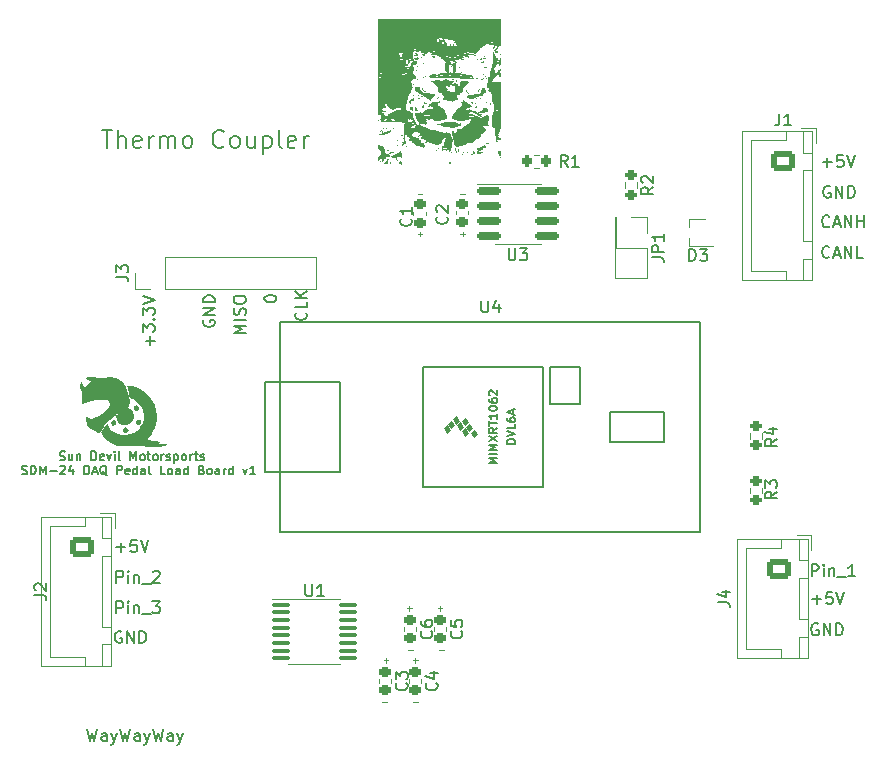
<source format=gbr>
G04 #@! TF.GenerationSoftware,KiCad,Pcbnew,7.0.8*
G04 #@! TF.CreationDate,2024-01-21T01:23:09-07:00*
G04 #@! TF.ProjectId,Pedal Load ,50656461-6c20-44c6-9f61-64202e6b6963,rev?*
G04 #@! TF.SameCoordinates,Original*
G04 #@! TF.FileFunction,Legend,Top*
G04 #@! TF.FilePolarity,Positive*
%FSLAX46Y46*%
G04 Gerber Fmt 4.6, Leading zero omitted, Abs format (unit mm)*
G04 Created by KiCad (PCBNEW 7.0.8) date 2024-01-21 01:23:09*
%MOMM*%
%LPD*%
G01*
G04 APERTURE LIST*
G04 Aperture macros list*
%AMRoundRect*
0 Rectangle with rounded corners*
0 $1 Rounding radius*
0 $2 $3 $4 $5 $6 $7 $8 $9 X,Y pos of 4 corners*
0 Add a 4 corners polygon primitive as box body*
4,1,4,$2,$3,$4,$5,$6,$7,$8,$9,$2,$3,0*
0 Add four circle primitives for the rounded corners*
1,1,$1+$1,$2,$3*
1,1,$1+$1,$4,$5*
1,1,$1+$1,$6,$7*
1,1,$1+$1,$8,$9*
0 Add four rect primitives between the rounded corners*
20,1,$1+$1,$2,$3,$4,$5,0*
20,1,$1+$1,$4,$5,$6,$7,0*
20,1,$1+$1,$6,$7,$8,$9,0*
20,1,$1+$1,$8,$9,$2,$3,0*%
G04 Aperture macros list end*
%ADD10C,0.150000*%
%ADD11C,0.062500*%
%ADD12C,0.187500*%
%ADD13C,0.120000*%
%ADD14C,0.100000*%
%ADD15RoundRect,0.200000X0.275000X-0.200000X0.275000X0.200000X-0.275000X0.200000X-0.275000X-0.200000X0*%
%ADD16RoundRect,0.225000X0.250000X-0.225000X0.250000X0.225000X-0.250000X0.225000X-0.250000X-0.225000X0*%
%ADD17C,3.200000*%
%ADD18RoundRect,0.225000X-0.250000X0.225000X-0.250000X-0.225000X0.250000X-0.225000X0.250000X0.225000X0*%
%ADD19O,1.950000X1.700000*%
%ADD20RoundRect,0.250000X-0.725000X0.600000X-0.725000X-0.600000X0.725000X-0.600000X0.725000X0.600000X0*%
%ADD21RoundRect,0.100000X-0.637500X-0.100000X0.637500X-0.100000X0.637500X0.100000X-0.637500X0.100000X0*%
%ADD22R,0.700000X0.450000*%
%ADD23RoundRect,0.200000X0.200000X0.275000X-0.200000X0.275000X-0.200000X-0.275000X0.200000X-0.275000X0*%
%ADD24RoundRect,0.150000X-0.825000X-0.150000X0.825000X-0.150000X0.825000X0.150000X-0.825000X0.150000X0*%
%ADD25RoundRect,0.200000X-0.275000X0.200000X-0.275000X-0.200000X0.275000X-0.200000X0.275000X0.200000X0*%
%ADD26O,1.700000X1.700000*%
%ADD27R,1.700000X1.700000*%
%ADD28C,1.600000*%
G04 APERTURE END LIST*
D10*
X121217438Y-71039411D02*
X121169819Y-71134649D01*
X121169819Y-71134649D02*
X121169819Y-71277506D01*
X121169819Y-71277506D02*
X121217438Y-71420363D01*
X121217438Y-71420363D02*
X121312676Y-71515601D01*
X121312676Y-71515601D02*
X121407914Y-71563220D01*
X121407914Y-71563220D02*
X121598390Y-71610839D01*
X121598390Y-71610839D02*
X121741247Y-71610839D01*
X121741247Y-71610839D02*
X121931723Y-71563220D01*
X121931723Y-71563220D02*
X122026961Y-71515601D01*
X122026961Y-71515601D02*
X122122200Y-71420363D01*
X122122200Y-71420363D02*
X122169819Y-71277506D01*
X122169819Y-71277506D02*
X122169819Y-71182268D01*
X122169819Y-71182268D02*
X122122200Y-71039411D01*
X122122200Y-71039411D02*
X122074580Y-70991792D01*
X122074580Y-70991792D02*
X121741247Y-70991792D01*
X121741247Y-70991792D02*
X121741247Y-71182268D01*
X122169819Y-70563220D02*
X121169819Y-70563220D01*
X121169819Y-70563220D02*
X122169819Y-69991792D01*
X122169819Y-69991792D02*
X121169819Y-69991792D01*
X122169819Y-69515601D02*
X121169819Y-69515601D01*
X121169819Y-69515601D02*
X121169819Y-69277506D01*
X121169819Y-69277506D02*
X121217438Y-69134649D01*
X121217438Y-69134649D02*
X121312676Y-69039411D01*
X121312676Y-69039411D02*
X121407914Y-68991792D01*
X121407914Y-68991792D02*
X121598390Y-68944173D01*
X121598390Y-68944173D02*
X121741247Y-68944173D01*
X121741247Y-68944173D02*
X121931723Y-68991792D01*
X121931723Y-68991792D02*
X122026961Y-69039411D01*
X122026961Y-69039411D02*
X122122200Y-69134649D01*
X122122200Y-69134649D02*
X122169819Y-69277506D01*
X122169819Y-69277506D02*
X122169819Y-69515601D01*
X116688866Y-73163220D02*
X116688866Y-72401316D01*
X117069819Y-72782268D02*
X116307914Y-72782268D01*
X116069819Y-72020363D02*
X116069819Y-71401316D01*
X116069819Y-71401316D02*
X116450771Y-71734649D01*
X116450771Y-71734649D02*
X116450771Y-71591792D01*
X116450771Y-71591792D02*
X116498390Y-71496554D01*
X116498390Y-71496554D02*
X116546009Y-71448935D01*
X116546009Y-71448935D02*
X116641247Y-71401316D01*
X116641247Y-71401316D02*
X116879342Y-71401316D01*
X116879342Y-71401316D02*
X116974580Y-71448935D01*
X116974580Y-71448935D02*
X117022200Y-71496554D01*
X117022200Y-71496554D02*
X117069819Y-71591792D01*
X117069819Y-71591792D02*
X117069819Y-71877506D01*
X117069819Y-71877506D02*
X117022200Y-71972744D01*
X117022200Y-71972744D02*
X116974580Y-72020363D01*
X116974580Y-70972744D02*
X117022200Y-70925125D01*
X117022200Y-70925125D02*
X117069819Y-70972744D01*
X117069819Y-70972744D02*
X117022200Y-71020363D01*
X117022200Y-71020363D02*
X116974580Y-70972744D01*
X116974580Y-70972744D02*
X117069819Y-70972744D01*
X116069819Y-70591792D02*
X116069819Y-69972745D01*
X116069819Y-69972745D02*
X116450771Y-70306078D01*
X116450771Y-70306078D02*
X116450771Y-70163221D01*
X116450771Y-70163221D02*
X116498390Y-70067983D01*
X116498390Y-70067983D02*
X116546009Y-70020364D01*
X116546009Y-70020364D02*
X116641247Y-69972745D01*
X116641247Y-69972745D02*
X116879342Y-69972745D01*
X116879342Y-69972745D02*
X116974580Y-70020364D01*
X116974580Y-70020364D02*
X117022200Y-70067983D01*
X117022200Y-70067983D02*
X117069819Y-70163221D01*
X117069819Y-70163221D02*
X117069819Y-70448935D01*
X117069819Y-70448935D02*
X117022200Y-70544173D01*
X117022200Y-70544173D02*
X116974580Y-70591792D01*
X116069819Y-69687030D02*
X117069819Y-69353697D01*
X117069819Y-69353697D02*
X116069819Y-69020364D01*
D11*
X136360165Y-103345083D02*
X136741118Y-103345083D01*
D10*
X172736779Y-94688866D02*
X173498684Y-94688866D01*
X173117731Y-95069819D02*
X173117731Y-94307914D01*
X174451064Y-94069819D02*
X173974874Y-94069819D01*
X173974874Y-94069819D02*
X173927255Y-94546009D01*
X173927255Y-94546009D02*
X173974874Y-94498390D01*
X173974874Y-94498390D02*
X174070112Y-94450771D01*
X174070112Y-94450771D02*
X174308207Y-94450771D01*
X174308207Y-94450771D02*
X174403445Y-94498390D01*
X174403445Y-94498390D02*
X174451064Y-94546009D01*
X174451064Y-94546009D02*
X174498683Y-94641247D01*
X174498683Y-94641247D02*
X174498683Y-94879342D01*
X174498683Y-94879342D02*
X174451064Y-94974580D01*
X174451064Y-94974580D02*
X174403445Y-95022200D01*
X174403445Y-95022200D02*
X174308207Y-95069819D01*
X174308207Y-95069819D02*
X174070112Y-95069819D01*
X174070112Y-95069819D02*
X173974874Y-95022200D01*
X173974874Y-95022200D02*
X173927255Y-94974580D01*
X174784398Y-94069819D02*
X175117731Y-95069819D01*
X175117731Y-95069819D02*
X175451064Y-94069819D01*
D11*
X138460165Y-95445083D02*
X138841118Y-95445083D01*
X138650641Y-95635559D02*
X138650641Y-95254607D01*
X139360165Y-60345083D02*
X139741118Y-60345083D01*
X141060165Y-95445083D02*
X141441118Y-95445083D01*
X141250641Y-95635559D02*
X141250641Y-95254607D01*
D10*
X111341541Y-105669819D02*
X111579636Y-106669819D01*
X111579636Y-106669819D02*
X111770112Y-105955533D01*
X111770112Y-105955533D02*
X111960588Y-106669819D01*
X111960588Y-106669819D02*
X112198684Y-105669819D01*
X113008207Y-106669819D02*
X113008207Y-106146009D01*
X113008207Y-106146009D02*
X112960588Y-106050771D01*
X112960588Y-106050771D02*
X112865350Y-106003152D01*
X112865350Y-106003152D02*
X112674874Y-106003152D01*
X112674874Y-106003152D02*
X112579636Y-106050771D01*
X113008207Y-106622200D02*
X112912969Y-106669819D01*
X112912969Y-106669819D02*
X112674874Y-106669819D01*
X112674874Y-106669819D02*
X112579636Y-106622200D01*
X112579636Y-106622200D02*
X112532017Y-106526961D01*
X112532017Y-106526961D02*
X112532017Y-106431723D01*
X112532017Y-106431723D02*
X112579636Y-106336485D01*
X112579636Y-106336485D02*
X112674874Y-106288866D01*
X112674874Y-106288866D02*
X112912969Y-106288866D01*
X112912969Y-106288866D02*
X113008207Y-106241247D01*
X113389160Y-106003152D02*
X113627255Y-106669819D01*
X113865350Y-106003152D02*
X113627255Y-106669819D01*
X113627255Y-106669819D02*
X113532017Y-106907914D01*
X113532017Y-106907914D02*
X113484398Y-106955533D01*
X113484398Y-106955533D02*
X113389160Y-107003152D01*
X114151065Y-105669819D02*
X114389160Y-106669819D01*
X114389160Y-106669819D02*
X114579636Y-105955533D01*
X114579636Y-105955533D02*
X114770112Y-106669819D01*
X114770112Y-106669819D02*
X115008208Y-105669819D01*
X115817731Y-106669819D02*
X115817731Y-106146009D01*
X115817731Y-106146009D02*
X115770112Y-106050771D01*
X115770112Y-106050771D02*
X115674874Y-106003152D01*
X115674874Y-106003152D02*
X115484398Y-106003152D01*
X115484398Y-106003152D02*
X115389160Y-106050771D01*
X115817731Y-106622200D02*
X115722493Y-106669819D01*
X115722493Y-106669819D02*
X115484398Y-106669819D01*
X115484398Y-106669819D02*
X115389160Y-106622200D01*
X115389160Y-106622200D02*
X115341541Y-106526961D01*
X115341541Y-106526961D02*
X115341541Y-106431723D01*
X115341541Y-106431723D02*
X115389160Y-106336485D01*
X115389160Y-106336485D02*
X115484398Y-106288866D01*
X115484398Y-106288866D02*
X115722493Y-106288866D01*
X115722493Y-106288866D02*
X115817731Y-106241247D01*
X116198684Y-106003152D02*
X116436779Y-106669819D01*
X116674874Y-106003152D02*
X116436779Y-106669819D01*
X116436779Y-106669819D02*
X116341541Y-106907914D01*
X116341541Y-106907914D02*
X116293922Y-106955533D01*
X116293922Y-106955533D02*
X116198684Y-107003152D01*
X116960589Y-105669819D02*
X117198684Y-106669819D01*
X117198684Y-106669819D02*
X117389160Y-105955533D01*
X117389160Y-105955533D02*
X117579636Y-106669819D01*
X117579636Y-106669819D02*
X117817732Y-105669819D01*
X118627255Y-106669819D02*
X118627255Y-106146009D01*
X118627255Y-106146009D02*
X118579636Y-106050771D01*
X118579636Y-106050771D02*
X118484398Y-106003152D01*
X118484398Y-106003152D02*
X118293922Y-106003152D01*
X118293922Y-106003152D02*
X118198684Y-106050771D01*
X118627255Y-106622200D02*
X118532017Y-106669819D01*
X118532017Y-106669819D02*
X118293922Y-106669819D01*
X118293922Y-106669819D02*
X118198684Y-106622200D01*
X118198684Y-106622200D02*
X118151065Y-106526961D01*
X118151065Y-106526961D02*
X118151065Y-106431723D01*
X118151065Y-106431723D02*
X118198684Y-106336485D01*
X118198684Y-106336485D02*
X118293922Y-106288866D01*
X118293922Y-106288866D02*
X118532017Y-106288866D01*
X118532017Y-106288866D02*
X118627255Y-106241247D01*
X119008208Y-106003152D02*
X119246303Y-106669819D01*
X119484398Y-106003152D02*
X119246303Y-106669819D01*
X119246303Y-106669819D02*
X119151065Y-106907914D01*
X119151065Y-106907914D02*
X119103446Y-106955533D01*
X119103446Y-106955533D02*
X119008208Y-107003152D01*
D12*
X112620628Y-54952262D02*
X113477771Y-54952262D01*
X113049199Y-56452262D02*
X113049199Y-54952262D01*
X113977770Y-56452262D02*
X113977770Y-54952262D01*
X114620628Y-56452262D02*
X114620628Y-55666548D01*
X114620628Y-55666548D02*
X114549199Y-55523691D01*
X114549199Y-55523691D02*
X114406342Y-55452262D01*
X114406342Y-55452262D02*
X114192056Y-55452262D01*
X114192056Y-55452262D02*
X114049199Y-55523691D01*
X114049199Y-55523691D02*
X113977770Y-55595119D01*
X115906342Y-56380834D02*
X115763485Y-56452262D01*
X115763485Y-56452262D02*
X115477771Y-56452262D01*
X115477771Y-56452262D02*
X115334913Y-56380834D01*
X115334913Y-56380834D02*
X115263485Y-56237976D01*
X115263485Y-56237976D02*
X115263485Y-55666548D01*
X115263485Y-55666548D02*
X115334913Y-55523691D01*
X115334913Y-55523691D02*
X115477771Y-55452262D01*
X115477771Y-55452262D02*
X115763485Y-55452262D01*
X115763485Y-55452262D02*
X115906342Y-55523691D01*
X115906342Y-55523691D02*
X115977771Y-55666548D01*
X115977771Y-55666548D02*
X115977771Y-55809405D01*
X115977771Y-55809405D02*
X115263485Y-55952262D01*
X116620627Y-56452262D02*
X116620627Y-55452262D01*
X116620627Y-55737976D02*
X116692056Y-55595119D01*
X116692056Y-55595119D02*
X116763485Y-55523691D01*
X116763485Y-55523691D02*
X116906342Y-55452262D01*
X116906342Y-55452262D02*
X117049199Y-55452262D01*
X117549198Y-56452262D02*
X117549198Y-55452262D01*
X117549198Y-55595119D02*
X117620627Y-55523691D01*
X117620627Y-55523691D02*
X117763484Y-55452262D01*
X117763484Y-55452262D02*
X117977770Y-55452262D01*
X117977770Y-55452262D02*
X118120627Y-55523691D01*
X118120627Y-55523691D02*
X118192056Y-55666548D01*
X118192056Y-55666548D02*
X118192056Y-56452262D01*
X118192056Y-55666548D02*
X118263484Y-55523691D01*
X118263484Y-55523691D02*
X118406341Y-55452262D01*
X118406341Y-55452262D02*
X118620627Y-55452262D01*
X118620627Y-55452262D02*
X118763484Y-55523691D01*
X118763484Y-55523691D02*
X118834913Y-55666548D01*
X118834913Y-55666548D02*
X118834913Y-56452262D01*
X119763484Y-56452262D02*
X119620627Y-56380834D01*
X119620627Y-56380834D02*
X119549198Y-56309405D01*
X119549198Y-56309405D02*
X119477770Y-56166548D01*
X119477770Y-56166548D02*
X119477770Y-55737976D01*
X119477770Y-55737976D02*
X119549198Y-55595119D01*
X119549198Y-55595119D02*
X119620627Y-55523691D01*
X119620627Y-55523691D02*
X119763484Y-55452262D01*
X119763484Y-55452262D02*
X119977770Y-55452262D01*
X119977770Y-55452262D02*
X120120627Y-55523691D01*
X120120627Y-55523691D02*
X120192056Y-55595119D01*
X120192056Y-55595119D02*
X120263484Y-55737976D01*
X120263484Y-55737976D02*
X120263484Y-56166548D01*
X120263484Y-56166548D02*
X120192056Y-56309405D01*
X120192056Y-56309405D02*
X120120627Y-56380834D01*
X120120627Y-56380834D02*
X119977770Y-56452262D01*
X119977770Y-56452262D02*
X119763484Y-56452262D01*
X122906341Y-56309405D02*
X122834913Y-56380834D01*
X122834913Y-56380834D02*
X122620627Y-56452262D01*
X122620627Y-56452262D02*
X122477770Y-56452262D01*
X122477770Y-56452262D02*
X122263484Y-56380834D01*
X122263484Y-56380834D02*
X122120627Y-56237976D01*
X122120627Y-56237976D02*
X122049198Y-56095119D01*
X122049198Y-56095119D02*
X121977770Y-55809405D01*
X121977770Y-55809405D02*
X121977770Y-55595119D01*
X121977770Y-55595119D02*
X122049198Y-55309405D01*
X122049198Y-55309405D02*
X122120627Y-55166548D01*
X122120627Y-55166548D02*
X122263484Y-55023691D01*
X122263484Y-55023691D02*
X122477770Y-54952262D01*
X122477770Y-54952262D02*
X122620627Y-54952262D01*
X122620627Y-54952262D02*
X122834913Y-55023691D01*
X122834913Y-55023691D02*
X122906341Y-55095119D01*
X123763484Y-56452262D02*
X123620627Y-56380834D01*
X123620627Y-56380834D02*
X123549198Y-56309405D01*
X123549198Y-56309405D02*
X123477770Y-56166548D01*
X123477770Y-56166548D02*
X123477770Y-55737976D01*
X123477770Y-55737976D02*
X123549198Y-55595119D01*
X123549198Y-55595119D02*
X123620627Y-55523691D01*
X123620627Y-55523691D02*
X123763484Y-55452262D01*
X123763484Y-55452262D02*
X123977770Y-55452262D01*
X123977770Y-55452262D02*
X124120627Y-55523691D01*
X124120627Y-55523691D02*
X124192056Y-55595119D01*
X124192056Y-55595119D02*
X124263484Y-55737976D01*
X124263484Y-55737976D02*
X124263484Y-56166548D01*
X124263484Y-56166548D02*
X124192056Y-56309405D01*
X124192056Y-56309405D02*
X124120627Y-56380834D01*
X124120627Y-56380834D02*
X123977770Y-56452262D01*
X123977770Y-56452262D02*
X123763484Y-56452262D01*
X125549199Y-55452262D02*
X125549199Y-56452262D01*
X124906341Y-55452262D02*
X124906341Y-56237976D01*
X124906341Y-56237976D02*
X124977770Y-56380834D01*
X124977770Y-56380834D02*
X125120627Y-56452262D01*
X125120627Y-56452262D02*
X125334913Y-56452262D01*
X125334913Y-56452262D02*
X125477770Y-56380834D01*
X125477770Y-56380834D02*
X125549199Y-56309405D01*
X126263484Y-55452262D02*
X126263484Y-56952262D01*
X126263484Y-55523691D02*
X126406342Y-55452262D01*
X126406342Y-55452262D02*
X126692056Y-55452262D01*
X126692056Y-55452262D02*
X126834913Y-55523691D01*
X126834913Y-55523691D02*
X126906342Y-55595119D01*
X126906342Y-55595119D02*
X126977770Y-55737976D01*
X126977770Y-55737976D02*
X126977770Y-56166548D01*
X126977770Y-56166548D02*
X126906342Y-56309405D01*
X126906342Y-56309405D02*
X126834913Y-56380834D01*
X126834913Y-56380834D02*
X126692056Y-56452262D01*
X126692056Y-56452262D02*
X126406342Y-56452262D01*
X126406342Y-56452262D02*
X126263484Y-56380834D01*
X127834913Y-56452262D02*
X127692056Y-56380834D01*
X127692056Y-56380834D02*
X127620627Y-56237976D01*
X127620627Y-56237976D02*
X127620627Y-54952262D01*
X128977770Y-56380834D02*
X128834913Y-56452262D01*
X128834913Y-56452262D02*
X128549199Y-56452262D01*
X128549199Y-56452262D02*
X128406341Y-56380834D01*
X128406341Y-56380834D02*
X128334913Y-56237976D01*
X128334913Y-56237976D02*
X128334913Y-55666548D01*
X128334913Y-55666548D02*
X128406341Y-55523691D01*
X128406341Y-55523691D02*
X128549199Y-55452262D01*
X128549199Y-55452262D02*
X128834913Y-55452262D01*
X128834913Y-55452262D02*
X128977770Y-55523691D01*
X128977770Y-55523691D02*
X129049199Y-55666548D01*
X129049199Y-55666548D02*
X129049199Y-55809405D01*
X129049199Y-55809405D02*
X128334913Y-55952262D01*
X129692055Y-56452262D02*
X129692055Y-55452262D01*
X129692055Y-55737976D02*
X129763484Y-55595119D01*
X129763484Y-55595119D02*
X129834913Y-55523691D01*
X129834913Y-55523691D02*
X129977770Y-55452262D01*
X129977770Y-55452262D02*
X130120627Y-55452262D01*
D10*
X174260588Y-59717438D02*
X174165350Y-59669819D01*
X174165350Y-59669819D02*
X174022493Y-59669819D01*
X174022493Y-59669819D02*
X173879636Y-59717438D01*
X173879636Y-59717438D02*
X173784398Y-59812676D01*
X173784398Y-59812676D02*
X173736779Y-59907914D01*
X173736779Y-59907914D02*
X173689160Y-60098390D01*
X173689160Y-60098390D02*
X173689160Y-60241247D01*
X173689160Y-60241247D02*
X173736779Y-60431723D01*
X173736779Y-60431723D02*
X173784398Y-60526961D01*
X173784398Y-60526961D02*
X173879636Y-60622200D01*
X173879636Y-60622200D02*
X174022493Y-60669819D01*
X174022493Y-60669819D02*
X174117731Y-60669819D01*
X174117731Y-60669819D02*
X174260588Y-60622200D01*
X174260588Y-60622200D02*
X174308207Y-60574580D01*
X174308207Y-60574580D02*
X174308207Y-60241247D01*
X174308207Y-60241247D02*
X174117731Y-60241247D01*
X174736779Y-60669819D02*
X174736779Y-59669819D01*
X174736779Y-59669819D02*
X175308207Y-60669819D01*
X175308207Y-60669819D02*
X175308207Y-59669819D01*
X175784398Y-60669819D02*
X175784398Y-59669819D01*
X175784398Y-59669819D02*
X176022493Y-59669819D01*
X176022493Y-59669819D02*
X176165350Y-59717438D01*
X176165350Y-59717438D02*
X176260588Y-59812676D01*
X176260588Y-59812676D02*
X176308207Y-59907914D01*
X176308207Y-59907914D02*
X176355826Y-60098390D01*
X176355826Y-60098390D02*
X176355826Y-60241247D01*
X176355826Y-60241247D02*
X176308207Y-60431723D01*
X176308207Y-60431723D02*
X176260588Y-60526961D01*
X176260588Y-60526961D02*
X176165350Y-60622200D01*
X176165350Y-60622200D02*
X176022493Y-60669819D01*
X176022493Y-60669819D02*
X175784398Y-60669819D01*
X174208207Y-63074580D02*
X174160588Y-63122200D01*
X174160588Y-63122200D02*
X174017731Y-63169819D01*
X174017731Y-63169819D02*
X173922493Y-63169819D01*
X173922493Y-63169819D02*
X173779636Y-63122200D01*
X173779636Y-63122200D02*
X173684398Y-63026961D01*
X173684398Y-63026961D02*
X173636779Y-62931723D01*
X173636779Y-62931723D02*
X173589160Y-62741247D01*
X173589160Y-62741247D02*
X173589160Y-62598390D01*
X173589160Y-62598390D02*
X173636779Y-62407914D01*
X173636779Y-62407914D02*
X173684398Y-62312676D01*
X173684398Y-62312676D02*
X173779636Y-62217438D01*
X173779636Y-62217438D02*
X173922493Y-62169819D01*
X173922493Y-62169819D02*
X174017731Y-62169819D01*
X174017731Y-62169819D02*
X174160588Y-62217438D01*
X174160588Y-62217438D02*
X174208207Y-62265057D01*
X174589160Y-62884104D02*
X175065350Y-62884104D01*
X174493922Y-63169819D02*
X174827255Y-62169819D01*
X174827255Y-62169819D02*
X175160588Y-63169819D01*
X175493922Y-63169819D02*
X175493922Y-62169819D01*
X175493922Y-62169819D02*
X176065350Y-63169819D01*
X176065350Y-63169819D02*
X176065350Y-62169819D01*
X176541541Y-63169819D02*
X176541541Y-62169819D01*
X176541541Y-62646009D02*
X177112969Y-62646009D01*
X177112969Y-63169819D02*
X177112969Y-62169819D01*
X124769819Y-72163220D02*
X123769819Y-72163220D01*
X123769819Y-72163220D02*
X124484104Y-71829887D01*
X124484104Y-71829887D02*
X123769819Y-71496554D01*
X123769819Y-71496554D02*
X124769819Y-71496554D01*
X124769819Y-71020363D02*
X123769819Y-71020363D01*
X124722200Y-70591792D02*
X124769819Y-70448935D01*
X124769819Y-70448935D02*
X124769819Y-70210840D01*
X124769819Y-70210840D02*
X124722200Y-70115602D01*
X124722200Y-70115602D02*
X124674580Y-70067983D01*
X124674580Y-70067983D02*
X124579342Y-70020364D01*
X124579342Y-70020364D02*
X124484104Y-70020364D01*
X124484104Y-70020364D02*
X124388866Y-70067983D01*
X124388866Y-70067983D02*
X124341247Y-70115602D01*
X124341247Y-70115602D02*
X124293628Y-70210840D01*
X124293628Y-70210840D02*
X124246009Y-70401316D01*
X124246009Y-70401316D02*
X124198390Y-70496554D01*
X124198390Y-70496554D02*
X124150771Y-70544173D01*
X124150771Y-70544173D02*
X124055533Y-70591792D01*
X124055533Y-70591792D02*
X123960295Y-70591792D01*
X123960295Y-70591792D02*
X123865057Y-70544173D01*
X123865057Y-70544173D02*
X123817438Y-70496554D01*
X123817438Y-70496554D02*
X123769819Y-70401316D01*
X123769819Y-70401316D02*
X123769819Y-70163221D01*
X123769819Y-70163221D02*
X123817438Y-70020364D01*
X123769819Y-69401316D02*
X123769819Y-69210840D01*
X123769819Y-69210840D02*
X123817438Y-69115602D01*
X123817438Y-69115602D02*
X123912676Y-69020364D01*
X123912676Y-69020364D02*
X124103152Y-68972745D01*
X124103152Y-68972745D02*
X124436485Y-68972745D01*
X124436485Y-68972745D02*
X124626961Y-69020364D01*
X124626961Y-69020364D02*
X124722200Y-69115602D01*
X124722200Y-69115602D02*
X124769819Y-69210840D01*
X124769819Y-69210840D02*
X124769819Y-69401316D01*
X124769819Y-69401316D02*
X124722200Y-69496554D01*
X124722200Y-69496554D02*
X124626961Y-69591792D01*
X124626961Y-69591792D02*
X124436485Y-69639411D01*
X124436485Y-69639411D02*
X124103152Y-69639411D01*
X124103152Y-69639411D02*
X123912676Y-69591792D01*
X123912676Y-69591792D02*
X123817438Y-69496554D01*
X123817438Y-69496554D02*
X123769819Y-69401316D01*
X126369819Y-69272744D02*
X126369819Y-69177506D01*
X126369819Y-69177506D02*
X126417438Y-69082268D01*
X126417438Y-69082268D02*
X126465057Y-69034649D01*
X126465057Y-69034649D02*
X126560295Y-68987030D01*
X126560295Y-68987030D02*
X126750771Y-68939411D01*
X126750771Y-68939411D02*
X126988866Y-68939411D01*
X126988866Y-68939411D02*
X127179342Y-68987030D01*
X127179342Y-68987030D02*
X127274580Y-69034649D01*
X127274580Y-69034649D02*
X127322200Y-69082268D01*
X127322200Y-69082268D02*
X127369819Y-69177506D01*
X127369819Y-69177506D02*
X127369819Y-69272744D01*
X127369819Y-69272744D02*
X127322200Y-69367982D01*
X127322200Y-69367982D02*
X127274580Y-69415601D01*
X127274580Y-69415601D02*
X127179342Y-69463220D01*
X127179342Y-69463220D02*
X126988866Y-69510839D01*
X126988866Y-69510839D02*
X126750771Y-69510839D01*
X126750771Y-69510839D02*
X126560295Y-69463220D01*
X126560295Y-69463220D02*
X126465057Y-69415601D01*
X126465057Y-69415601D02*
X126417438Y-69367982D01*
X126417438Y-69367982D02*
X126369819Y-69272744D01*
X129874580Y-70391792D02*
X129922200Y-70439411D01*
X129922200Y-70439411D02*
X129969819Y-70582268D01*
X129969819Y-70582268D02*
X129969819Y-70677506D01*
X129969819Y-70677506D02*
X129922200Y-70820363D01*
X129922200Y-70820363D02*
X129826961Y-70915601D01*
X129826961Y-70915601D02*
X129731723Y-70963220D01*
X129731723Y-70963220D02*
X129541247Y-71010839D01*
X129541247Y-71010839D02*
X129398390Y-71010839D01*
X129398390Y-71010839D02*
X129207914Y-70963220D01*
X129207914Y-70963220D02*
X129112676Y-70915601D01*
X129112676Y-70915601D02*
X129017438Y-70820363D01*
X129017438Y-70820363D02*
X128969819Y-70677506D01*
X128969819Y-70677506D02*
X128969819Y-70582268D01*
X128969819Y-70582268D02*
X129017438Y-70439411D01*
X129017438Y-70439411D02*
X129065057Y-70391792D01*
X129969819Y-69487030D02*
X129969819Y-69963220D01*
X129969819Y-69963220D02*
X128969819Y-69963220D01*
X129969819Y-69153696D02*
X128969819Y-69153696D01*
X129969819Y-68582268D02*
X129398390Y-69010839D01*
X128969819Y-68582268D02*
X129541247Y-69153696D01*
D11*
X142960165Y-63745083D02*
X143341118Y-63745083D01*
X143150641Y-63935559D02*
X143150641Y-63554607D01*
D10*
X109041541Y-82864700D02*
X109148684Y-82900414D01*
X109148684Y-82900414D02*
X109327255Y-82900414D01*
X109327255Y-82900414D02*
X109398684Y-82864700D01*
X109398684Y-82864700D02*
X109434398Y-82828985D01*
X109434398Y-82828985D02*
X109470112Y-82757557D01*
X109470112Y-82757557D02*
X109470112Y-82686128D01*
X109470112Y-82686128D02*
X109434398Y-82614700D01*
X109434398Y-82614700D02*
X109398684Y-82578985D01*
X109398684Y-82578985D02*
X109327255Y-82543271D01*
X109327255Y-82543271D02*
X109184398Y-82507557D01*
X109184398Y-82507557D02*
X109112969Y-82471842D01*
X109112969Y-82471842D02*
X109077255Y-82436128D01*
X109077255Y-82436128D02*
X109041541Y-82364700D01*
X109041541Y-82364700D02*
X109041541Y-82293271D01*
X109041541Y-82293271D02*
X109077255Y-82221842D01*
X109077255Y-82221842D02*
X109112969Y-82186128D01*
X109112969Y-82186128D02*
X109184398Y-82150414D01*
X109184398Y-82150414D02*
X109362969Y-82150414D01*
X109362969Y-82150414D02*
X109470112Y-82186128D01*
X110112970Y-82400414D02*
X110112970Y-82900414D01*
X109791541Y-82400414D02*
X109791541Y-82793271D01*
X109791541Y-82793271D02*
X109827255Y-82864700D01*
X109827255Y-82864700D02*
X109898684Y-82900414D01*
X109898684Y-82900414D02*
X110005827Y-82900414D01*
X110005827Y-82900414D02*
X110077255Y-82864700D01*
X110077255Y-82864700D02*
X110112970Y-82828985D01*
X110470112Y-82400414D02*
X110470112Y-82900414D01*
X110470112Y-82471842D02*
X110505826Y-82436128D01*
X110505826Y-82436128D02*
X110577255Y-82400414D01*
X110577255Y-82400414D02*
X110684398Y-82400414D01*
X110684398Y-82400414D02*
X110755826Y-82436128D01*
X110755826Y-82436128D02*
X110791541Y-82507557D01*
X110791541Y-82507557D02*
X110791541Y-82900414D01*
X111720112Y-82900414D02*
X111720112Y-82150414D01*
X111720112Y-82150414D02*
X111898683Y-82150414D01*
X111898683Y-82150414D02*
X112005826Y-82186128D01*
X112005826Y-82186128D02*
X112077255Y-82257557D01*
X112077255Y-82257557D02*
X112112969Y-82328985D01*
X112112969Y-82328985D02*
X112148683Y-82471842D01*
X112148683Y-82471842D02*
X112148683Y-82578985D01*
X112148683Y-82578985D02*
X112112969Y-82721842D01*
X112112969Y-82721842D02*
X112077255Y-82793271D01*
X112077255Y-82793271D02*
X112005826Y-82864700D01*
X112005826Y-82864700D02*
X111898683Y-82900414D01*
X111898683Y-82900414D02*
X111720112Y-82900414D01*
X112755826Y-82864700D02*
X112684398Y-82900414D01*
X112684398Y-82900414D02*
X112541541Y-82900414D01*
X112541541Y-82900414D02*
X112470112Y-82864700D01*
X112470112Y-82864700D02*
X112434398Y-82793271D01*
X112434398Y-82793271D02*
X112434398Y-82507557D01*
X112434398Y-82507557D02*
X112470112Y-82436128D01*
X112470112Y-82436128D02*
X112541541Y-82400414D01*
X112541541Y-82400414D02*
X112684398Y-82400414D01*
X112684398Y-82400414D02*
X112755826Y-82436128D01*
X112755826Y-82436128D02*
X112791541Y-82507557D01*
X112791541Y-82507557D02*
X112791541Y-82578985D01*
X112791541Y-82578985D02*
X112434398Y-82650414D01*
X113041540Y-82400414D02*
X113220112Y-82900414D01*
X113220112Y-82900414D02*
X113398683Y-82400414D01*
X113684398Y-82900414D02*
X113684398Y-82400414D01*
X113684398Y-82150414D02*
X113648684Y-82186128D01*
X113648684Y-82186128D02*
X113684398Y-82221842D01*
X113684398Y-82221842D02*
X113720112Y-82186128D01*
X113720112Y-82186128D02*
X113684398Y-82150414D01*
X113684398Y-82150414D02*
X113684398Y-82221842D01*
X114148684Y-82900414D02*
X114077255Y-82864700D01*
X114077255Y-82864700D02*
X114041541Y-82793271D01*
X114041541Y-82793271D02*
X114041541Y-82150414D01*
X115005827Y-82900414D02*
X115005827Y-82150414D01*
X115005827Y-82150414D02*
X115255827Y-82686128D01*
X115255827Y-82686128D02*
X115505827Y-82150414D01*
X115505827Y-82150414D02*
X115505827Y-82900414D01*
X115970113Y-82900414D02*
X115898684Y-82864700D01*
X115898684Y-82864700D02*
X115862970Y-82828985D01*
X115862970Y-82828985D02*
X115827256Y-82757557D01*
X115827256Y-82757557D02*
X115827256Y-82543271D01*
X115827256Y-82543271D02*
X115862970Y-82471842D01*
X115862970Y-82471842D02*
X115898684Y-82436128D01*
X115898684Y-82436128D02*
X115970113Y-82400414D01*
X115970113Y-82400414D02*
X116077256Y-82400414D01*
X116077256Y-82400414D02*
X116148684Y-82436128D01*
X116148684Y-82436128D02*
X116184399Y-82471842D01*
X116184399Y-82471842D02*
X116220113Y-82543271D01*
X116220113Y-82543271D02*
X116220113Y-82757557D01*
X116220113Y-82757557D02*
X116184399Y-82828985D01*
X116184399Y-82828985D02*
X116148684Y-82864700D01*
X116148684Y-82864700D02*
X116077256Y-82900414D01*
X116077256Y-82900414D02*
X115970113Y-82900414D01*
X116434398Y-82400414D02*
X116720112Y-82400414D01*
X116541541Y-82150414D02*
X116541541Y-82793271D01*
X116541541Y-82793271D02*
X116577255Y-82864700D01*
X116577255Y-82864700D02*
X116648684Y-82900414D01*
X116648684Y-82900414D02*
X116720112Y-82900414D01*
X117077255Y-82900414D02*
X117005826Y-82864700D01*
X117005826Y-82864700D02*
X116970112Y-82828985D01*
X116970112Y-82828985D02*
X116934398Y-82757557D01*
X116934398Y-82757557D02*
X116934398Y-82543271D01*
X116934398Y-82543271D02*
X116970112Y-82471842D01*
X116970112Y-82471842D02*
X117005826Y-82436128D01*
X117005826Y-82436128D02*
X117077255Y-82400414D01*
X117077255Y-82400414D02*
X117184398Y-82400414D01*
X117184398Y-82400414D02*
X117255826Y-82436128D01*
X117255826Y-82436128D02*
X117291541Y-82471842D01*
X117291541Y-82471842D02*
X117327255Y-82543271D01*
X117327255Y-82543271D02*
X117327255Y-82757557D01*
X117327255Y-82757557D02*
X117291541Y-82828985D01*
X117291541Y-82828985D02*
X117255826Y-82864700D01*
X117255826Y-82864700D02*
X117184398Y-82900414D01*
X117184398Y-82900414D02*
X117077255Y-82900414D01*
X117648683Y-82900414D02*
X117648683Y-82400414D01*
X117648683Y-82543271D02*
X117684397Y-82471842D01*
X117684397Y-82471842D02*
X117720112Y-82436128D01*
X117720112Y-82436128D02*
X117791540Y-82400414D01*
X117791540Y-82400414D02*
X117862969Y-82400414D01*
X118077255Y-82864700D02*
X118148683Y-82900414D01*
X118148683Y-82900414D02*
X118291540Y-82900414D01*
X118291540Y-82900414D02*
X118362969Y-82864700D01*
X118362969Y-82864700D02*
X118398683Y-82793271D01*
X118398683Y-82793271D02*
X118398683Y-82757557D01*
X118398683Y-82757557D02*
X118362969Y-82686128D01*
X118362969Y-82686128D02*
X118291540Y-82650414D01*
X118291540Y-82650414D02*
X118184398Y-82650414D01*
X118184398Y-82650414D02*
X118112969Y-82614700D01*
X118112969Y-82614700D02*
X118077255Y-82543271D01*
X118077255Y-82543271D02*
X118077255Y-82507557D01*
X118077255Y-82507557D02*
X118112969Y-82436128D01*
X118112969Y-82436128D02*
X118184398Y-82400414D01*
X118184398Y-82400414D02*
X118291540Y-82400414D01*
X118291540Y-82400414D02*
X118362969Y-82436128D01*
X118720112Y-82400414D02*
X118720112Y-83150414D01*
X118720112Y-82436128D02*
X118791541Y-82400414D01*
X118791541Y-82400414D02*
X118934398Y-82400414D01*
X118934398Y-82400414D02*
X119005826Y-82436128D01*
X119005826Y-82436128D02*
X119041541Y-82471842D01*
X119041541Y-82471842D02*
X119077255Y-82543271D01*
X119077255Y-82543271D02*
X119077255Y-82757557D01*
X119077255Y-82757557D02*
X119041541Y-82828985D01*
X119041541Y-82828985D02*
X119005826Y-82864700D01*
X119005826Y-82864700D02*
X118934398Y-82900414D01*
X118934398Y-82900414D02*
X118791541Y-82900414D01*
X118791541Y-82900414D02*
X118720112Y-82864700D01*
X119505826Y-82900414D02*
X119434397Y-82864700D01*
X119434397Y-82864700D02*
X119398683Y-82828985D01*
X119398683Y-82828985D02*
X119362969Y-82757557D01*
X119362969Y-82757557D02*
X119362969Y-82543271D01*
X119362969Y-82543271D02*
X119398683Y-82471842D01*
X119398683Y-82471842D02*
X119434397Y-82436128D01*
X119434397Y-82436128D02*
X119505826Y-82400414D01*
X119505826Y-82400414D02*
X119612969Y-82400414D01*
X119612969Y-82400414D02*
X119684397Y-82436128D01*
X119684397Y-82436128D02*
X119720112Y-82471842D01*
X119720112Y-82471842D02*
X119755826Y-82543271D01*
X119755826Y-82543271D02*
X119755826Y-82757557D01*
X119755826Y-82757557D02*
X119720112Y-82828985D01*
X119720112Y-82828985D02*
X119684397Y-82864700D01*
X119684397Y-82864700D02*
X119612969Y-82900414D01*
X119612969Y-82900414D02*
X119505826Y-82900414D01*
X120077254Y-82900414D02*
X120077254Y-82400414D01*
X120077254Y-82543271D02*
X120112968Y-82471842D01*
X120112968Y-82471842D02*
X120148683Y-82436128D01*
X120148683Y-82436128D02*
X120220111Y-82400414D01*
X120220111Y-82400414D02*
X120291540Y-82400414D01*
X120434397Y-82400414D02*
X120720111Y-82400414D01*
X120541540Y-82150414D02*
X120541540Y-82793271D01*
X120541540Y-82793271D02*
X120577254Y-82864700D01*
X120577254Y-82864700D02*
X120648683Y-82900414D01*
X120648683Y-82900414D02*
X120720111Y-82900414D01*
X120934397Y-82864700D02*
X121005825Y-82900414D01*
X121005825Y-82900414D02*
X121148682Y-82900414D01*
X121148682Y-82900414D02*
X121220111Y-82864700D01*
X121220111Y-82864700D02*
X121255825Y-82793271D01*
X121255825Y-82793271D02*
X121255825Y-82757557D01*
X121255825Y-82757557D02*
X121220111Y-82686128D01*
X121220111Y-82686128D02*
X121148682Y-82650414D01*
X121148682Y-82650414D02*
X121041540Y-82650414D01*
X121041540Y-82650414D02*
X120970111Y-82614700D01*
X120970111Y-82614700D02*
X120934397Y-82543271D01*
X120934397Y-82543271D02*
X120934397Y-82507557D01*
X120934397Y-82507557D02*
X120970111Y-82436128D01*
X120970111Y-82436128D02*
X121041540Y-82400414D01*
X121041540Y-82400414D02*
X121148682Y-82400414D01*
X121148682Y-82400414D02*
X121220111Y-82436128D01*
X174208207Y-65674580D02*
X174160588Y-65722200D01*
X174160588Y-65722200D02*
X174017731Y-65769819D01*
X174017731Y-65769819D02*
X173922493Y-65769819D01*
X173922493Y-65769819D02*
X173779636Y-65722200D01*
X173779636Y-65722200D02*
X173684398Y-65626961D01*
X173684398Y-65626961D02*
X173636779Y-65531723D01*
X173636779Y-65531723D02*
X173589160Y-65341247D01*
X173589160Y-65341247D02*
X173589160Y-65198390D01*
X173589160Y-65198390D02*
X173636779Y-65007914D01*
X173636779Y-65007914D02*
X173684398Y-64912676D01*
X173684398Y-64912676D02*
X173779636Y-64817438D01*
X173779636Y-64817438D02*
X173922493Y-64769819D01*
X173922493Y-64769819D02*
X174017731Y-64769819D01*
X174017731Y-64769819D02*
X174160588Y-64817438D01*
X174160588Y-64817438D02*
X174208207Y-64865057D01*
X174589160Y-65484104D02*
X175065350Y-65484104D01*
X174493922Y-65769819D02*
X174827255Y-64769819D01*
X174827255Y-64769819D02*
X175160588Y-65769819D01*
X175493922Y-65769819D02*
X175493922Y-64769819D01*
X175493922Y-64769819D02*
X176065350Y-65769819D01*
X176065350Y-65769819D02*
X176065350Y-64769819D01*
X177017731Y-65769819D02*
X176541541Y-65769819D01*
X176541541Y-65769819D02*
X176541541Y-64769819D01*
D11*
X141160165Y-98945083D02*
X141541118Y-98945083D01*
D10*
X113836779Y-95859819D02*
X113836779Y-94859819D01*
X113836779Y-94859819D02*
X114217731Y-94859819D01*
X114217731Y-94859819D02*
X114312969Y-94907438D01*
X114312969Y-94907438D02*
X114360588Y-94955057D01*
X114360588Y-94955057D02*
X114408207Y-95050295D01*
X114408207Y-95050295D02*
X114408207Y-95193152D01*
X114408207Y-95193152D02*
X114360588Y-95288390D01*
X114360588Y-95288390D02*
X114312969Y-95336009D01*
X114312969Y-95336009D02*
X114217731Y-95383628D01*
X114217731Y-95383628D02*
X113836779Y-95383628D01*
X114836779Y-95859819D02*
X114836779Y-95193152D01*
X114836779Y-94859819D02*
X114789160Y-94907438D01*
X114789160Y-94907438D02*
X114836779Y-94955057D01*
X114836779Y-94955057D02*
X114884398Y-94907438D01*
X114884398Y-94907438D02*
X114836779Y-94859819D01*
X114836779Y-94859819D02*
X114836779Y-94955057D01*
X115312969Y-95193152D02*
X115312969Y-95859819D01*
X115312969Y-95288390D02*
X115360588Y-95240771D01*
X115360588Y-95240771D02*
X115455826Y-95193152D01*
X115455826Y-95193152D02*
X115598683Y-95193152D01*
X115598683Y-95193152D02*
X115693921Y-95240771D01*
X115693921Y-95240771D02*
X115741540Y-95336009D01*
X115741540Y-95336009D02*
X115741540Y-95859819D01*
X115979636Y-95955057D02*
X116741540Y-95955057D01*
X116884398Y-94859819D02*
X117503445Y-94859819D01*
X117503445Y-94859819D02*
X117170112Y-95240771D01*
X117170112Y-95240771D02*
X117312969Y-95240771D01*
X117312969Y-95240771D02*
X117408207Y-95288390D01*
X117408207Y-95288390D02*
X117455826Y-95336009D01*
X117455826Y-95336009D02*
X117503445Y-95431247D01*
X117503445Y-95431247D02*
X117503445Y-95669342D01*
X117503445Y-95669342D02*
X117455826Y-95764580D01*
X117455826Y-95764580D02*
X117408207Y-95812200D01*
X117408207Y-95812200D02*
X117312969Y-95859819D01*
X117312969Y-95859819D02*
X117027255Y-95859819D01*
X117027255Y-95859819D02*
X116932017Y-95812200D01*
X116932017Y-95812200D02*
X116884398Y-95764580D01*
X173235588Y-96767438D02*
X173140350Y-96719819D01*
X173140350Y-96719819D02*
X172997493Y-96719819D01*
X172997493Y-96719819D02*
X172854636Y-96767438D01*
X172854636Y-96767438D02*
X172759398Y-96862676D01*
X172759398Y-96862676D02*
X172711779Y-96957914D01*
X172711779Y-96957914D02*
X172664160Y-97148390D01*
X172664160Y-97148390D02*
X172664160Y-97291247D01*
X172664160Y-97291247D02*
X172711779Y-97481723D01*
X172711779Y-97481723D02*
X172759398Y-97576961D01*
X172759398Y-97576961D02*
X172854636Y-97672200D01*
X172854636Y-97672200D02*
X172997493Y-97719819D01*
X172997493Y-97719819D02*
X173092731Y-97719819D01*
X173092731Y-97719819D02*
X173235588Y-97672200D01*
X173235588Y-97672200D02*
X173283207Y-97624580D01*
X173283207Y-97624580D02*
X173283207Y-97291247D01*
X173283207Y-97291247D02*
X173092731Y-97291247D01*
X173711779Y-97719819D02*
X173711779Y-96719819D01*
X173711779Y-96719819D02*
X174283207Y-97719819D01*
X174283207Y-97719819D02*
X174283207Y-96719819D01*
X174759398Y-97719819D02*
X174759398Y-96719819D01*
X174759398Y-96719819D02*
X174997493Y-96719819D01*
X174997493Y-96719819D02*
X175140350Y-96767438D01*
X175140350Y-96767438D02*
X175235588Y-96862676D01*
X175235588Y-96862676D02*
X175283207Y-96957914D01*
X175283207Y-96957914D02*
X175330826Y-97148390D01*
X175330826Y-97148390D02*
X175330826Y-97291247D01*
X175330826Y-97291247D02*
X175283207Y-97481723D01*
X175283207Y-97481723D02*
X175235588Y-97576961D01*
X175235588Y-97576961D02*
X175140350Y-97672200D01*
X175140350Y-97672200D02*
X174997493Y-97719819D01*
X174997493Y-97719819D02*
X174759398Y-97719819D01*
X114265004Y-97413022D02*
X114169766Y-97365403D01*
X114169766Y-97365403D02*
X114026909Y-97365403D01*
X114026909Y-97365403D02*
X113884052Y-97413022D01*
X113884052Y-97413022D02*
X113788814Y-97508260D01*
X113788814Y-97508260D02*
X113741195Y-97603498D01*
X113741195Y-97603498D02*
X113693576Y-97793974D01*
X113693576Y-97793974D02*
X113693576Y-97936831D01*
X113693576Y-97936831D02*
X113741195Y-98127307D01*
X113741195Y-98127307D02*
X113788814Y-98222545D01*
X113788814Y-98222545D02*
X113884052Y-98317784D01*
X113884052Y-98317784D02*
X114026909Y-98365403D01*
X114026909Y-98365403D02*
X114122147Y-98365403D01*
X114122147Y-98365403D02*
X114265004Y-98317784D01*
X114265004Y-98317784D02*
X114312623Y-98270164D01*
X114312623Y-98270164D02*
X114312623Y-97936831D01*
X114312623Y-97936831D02*
X114122147Y-97936831D01*
X114741195Y-98365403D02*
X114741195Y-97365403D01*
X114741195Y-97365403D02*
X115312623Y-98365403D01*
X115312623Y-98365403D02*
X115312623Y-97365403D01*
X115788814Y-98365403D02*
X115788814Y-97365403D01*
X115788814Y-97365403D02*
X116026909Y-97365403D01*
X116026909Y-97365403D02*
X116169766Y-97413022D01*
X116169766Y-97413022D02*
X116265004Y-97508260D01*
X116265004Y-97508260D02*
X116312623Y-97603498D01*
X116312623Y-97603498D02*
X116360242Y-97793974D01*
X116360242Y-97793974D02*
X116360242Y-97936831D01*
X116360242Y-97936831D02*
X116312623Y-98127307D01*
X116312623Y-98127307D02*
X116265004Y-98222545D01*
X116265004Y-98222545D02*
X116169766Y-98317784D01*
X116169766Y-98317784D02*
X116026909Y-98365403D01*
X116026909Y-98365403D02*
X115788814Y-98365403D01*
X113836779Y-90278866D02*
X114598684Y-90278866D01*
X114217731Y-90659819D02*
X114217731Y-89897914D01*
X115551064Y-89659819D02*
X115074874Y-89659819D01*
X115074874Y-89659819D02*
X115027255Y-90136009D01*
X115027255Y-90136009D02*
X115074874Y-90088390D01*
X115074874Y-90088390D02*
X115170112Y-90040771D01*
X115170112Y-90040771D02*
X115408207Y-90040771D01*
X115408207Y-90040771D02*
X115503445Y-90088390D01*
X115503445Y-90088390D02*
X115551064Y-90136009D01*
X115551064Y-90136009D02*
X115598683Y-90231247D01*
X115598683Y-90231247D02*
X115598683Y-90469342D01*
X115598683Y-90469342D02*
X115551064Y-90564580D01*
X115551064Y-90564580D02*
X115503445Y-90612200D01*
X115503445Y-90612200D02*
X115408207Y-90659819D01*
X115408207Y-90659819D02*
X115170112Y-90659819D01*
X115170112Y-90659819D02*
X115074874Y-90612200D01*
X115074874Y-90612200D02*
X115027255Y-90564580D01*
X115884398Y-89659819D02*
X116217731Y-90659819D01*
X116217731Y-90659819D02*
X116551064Y-89659819D01*
D11*
X138960165Y-99845083D02*
X139341118Y-99845083D01*
X139150641Y-100035559D02*
X139150641Y-99654607D01*
X138960165Y-103345083D02*
X139341118Y-103345083D01*
D10*
X105841541Y-84064700D02*
X105948684Y-84100414D01*
X105948684Y-84100414D02*
X106127255Y-84100414D01*
X106127255Y-84100414D02*
X106198684Y-84064700D01*
X106198684Y-84064700D02*
X106234398Y-84028985D01*
X106234398Y-84028985D02*
X106270112Y-83957557D01*
X106270112Y-83957557D02*
X106270112Y-83886128D01*
X106270112Y-83886128D02*
X106234398Y-83814700D01*
X106234398Y-83814700D02*
X106198684Y-83778985D01*
X106198684Y-83778985D02*
X106127255Y-83743271D01*
X106127255Y-83743271D02*
X105984398Y-83707557D01*
X105984398Y-83707557D02*
X105912969Y-83671842D01*
X105912969Y-83671842D02*
X105877255Y-83636128D01*
X105877255Y-83636128D02*
X105841541Y-83564700D01*
X105841541Y-83564700D02*
X105841541Y-83493271D01*
X105841541Y-83493271D02*
X105877255Y-83421842D01*
X105877255Y-83421842D02*
X105912969Y-83386128D01*
X105912969Y-83386128D02*
X105984398Y-83350414D01*
X105984398Y-83350414D02*
X106162969Y-83350414D01*
X106162969Y-83350414D02*
X106270112Y-83386128D01*
X106591541Y-84100414D02*
X106591541Y-83350414D01*
X106591541Y-83350414D02*
X106770112Y-83350414D01*
X106770112Y-83350414D02*
X106877255Y-83386128D01*
X106877255Y-83386128D02*
X106948684Y-83457557D01*
X106948684Y-83457557D02*
X106984398Y-83528985D01*
X106984398Y-83528985D02*
X107020112Y-83671842D01*
X107020112Y-83671842D02*
X107020112Y-83778985D01*
X107020112Y-83778985D02*
X106984398Y-83921842D01*
X106984398Y-83921842D02*
X106948684Y-83993271D01*
X106948684Y-83993271D02*
X106877255Y-84064700D01*
X106877255Y-84064700D02*
X106770112Y-84100414D01*
X106770112Y-84100414D02*
X106591541Y-84100414D01*
X107341541Y-84100414D02*
X107341541Y-83350414D01*
X107341541Y-83350414D02*
X107591541Y-83886128D01*
X107591541Y-83886128D02*
X107841541Y-83350414D01*
X107841541Y-83350414D02*
X107841541Y-84100414D01*
X108198684Y-83814700D02*
X108770113Y-83814700D01*
X109091541Y-83421842D02*
X109127255Y-83386128D01*
X109127255Y-83386128D02*
X109198684Y-83350414D01*
X109198684Y-83350414D02*
X109377255Y-83350414D01*
X109377255Y-83350414D02*
X109448684Y-83386128D01*
X109448684Y-83386128D02*
X109484398Y-83421842D01*
X109484398Y-83421842D02*
X109520112Y-83493271D01*
X109520112Y-83493271D02*
X109520112Y-83564700D01*
X109520112Y-83564700D02*
X109484398Y-83671842D01*
X109484398Y-83671842D02*
X109055826Y-84100414D01*
X109055826Y-84100414D02*
X109520112Y-84100414D01*
X110162970Y-83600414D02*
X110162970Y-84100414D01*
X109984398Y-83314700D02*
X109805827Y-83850414D01*
X109805827Y-83850414D02*
X110270112Y-83850414D01*
X111127256Y-84100414D02*
X111127256Y-83350414D01*
X111127256Y-83350414D02*
X111305827Y-83350414D01*
X111305827Y-83350414D02*
X111412970Y-83386128D01*
X111412970Y-83386128D02*
X111484399Y-83457557D01*
X111484399Y-83457557D02*
X111520113Y-83528985D01*
X111520113Y-83528985D02*
X111555827Y-83671842D01*
X111555827Y-83671842D02*
X111555827Y-83778985D01*
X111555827Y-83778985D02*
X111520113Y-83921842D01*
X111520113Y-83921842D02*
X111484399Y-83993271D01*
X111484399Y-83993271D02*
X111412970Y-84064700D01*
X111412970Y-84064700D02*
X111305827Y-84100414D01*
X111305827Y-84100414D02*
X111127256Y-84100414D01*
X111841542Y-83886128D02*
X112198685Y-83886128D01*
X111770113Y-84100414D02*
X112020113Y-83350414D01*
X112020113Y-83350414D02*
X112270113Y-84100414D01*
X113020113Y-84171842D02*
X112948684Y-84136128D01*
X112948684Y-84136128D02*
X112877256Y-84064700D01*
X112877256Y-84064700D02*
X112770113Y-83957557D01*
X112770113Y-83957557D02*
X112698684Y-83921842D01*
X112698684Y-83921842D02*
X112627256Y-83921842D01*
X112662970Y-84100414D02*
X112591542Y-84064700D01*
X112591542Y-84064700D02*
X112520113Y-83993271D01*
X112520113Y-83993271D02*
X112484399Y-83850414D01*
X112484399Y-83850414D02*
X112484399Y-83600414D01*
X112484399Y-83600414D02*
X112520113Y-83457557D01*
X112520113Y-83457557D02*
X112591542Y-83386128D01*
X112591542Y-83386128D02*
X112662970Y-83350414D01*
X112662970Y-83350414D02*
X112805827Y-83350414D01*
X112805827Y-83350414D02*
X112877256Y-83386128D01*
X112877256Y-83386128D02*
X112948684Y-83457557D01*
X112948684Y-83457557D02*
X112984399Y-83600414D01*
X112984399Y-83600414D02*
X112984399Y-83850414D01*
X112984399Y-83850414D02*
X112948684Y-83993271D01*
X112948684Y-83993271D02*
X112877256Y-84064700D01*
X112877256Y-84064700D02*
X112805827Y-84100414D01*
X112805827Y-84100414D02*
X112662970Y-84100414D01*
X113877256Y-84100414D02*
X113877256Y-83350414D01*
X113877256Y-83350414D02*
X114162970Y-83350414D01*
X114162970Y-83350414D02*
X114234399Y-83386128D01*
X114234399Y-83386128D02*
X114270113Y-83421842D01*
X114270113Y-83421842D02*
X114305827Y-83493271D01*
X114305827Y-83493271D02*
X114305827Y-83600414D01*
X114305827Y-83600414D02*
X114270113Y-83671842D01*
X114270113Y-83671842D02*
X114234399Y-83707557D01*
X114234399Y-83707557D02*
X114162970Y-83743271D01*
X114162970Y-83743271D02*
X113877256Y-83743271D01*
X114912970Y-84064700D02*
X114841542Y-84100414D01*
X114841542Y-84100414D02*
X114698685Y-84100414D01*
X114698685Y-84100414D02*
X114627256Y-84064700D01*
X114627256Y-84064700D02*
X114591542Y-83993271D01*
X114591542Y-83993271D02*
X114591542Y-83707557D01*
X114591542Y-83707557D02*
X114627256Y-83636128D01*
X114627256Y-83636128D02*
X114698685Y-83600414D01*
X114698685Y-83600414D02*
X114841542Y-83600414D01*
X114841542Y-83600414D02*
X114912970Y-83636128D01*
X114912970Y-83636128D02*
X114948685Y-83707557D01*
X114948685Y-83707557D02*
X114948685Y-83778985D01*
X114948685Y-83778985D02*
X114591542Y-83850414D01*
X115591542Y-84100414D02*
X115591542Y-83350414D01*
X115591542Y-84064700D02*
X115520113Y-84100414D01*
X115520113Y-84100414D02*
X115377256Y-84100414D01*
X115377256Y-84100414D02*
X115305827Y-84064700D01*
X115305827Y-84064700D02*
X115270113Y-84028985D01*
X115270113Y-84028985D02*
X115234399Y-83957557D01*
X115234399Y-83957557D02*
X115234399Y-83743271D01*
X115234399Y-83743271D02*
X115270113Y-83671842D01*
X115270113Y-83671842D02*
X115305827Y-83636128D01*
X115305827Y-83636128D02*
X115377256Y-83600414D01*
X115377256Y-83600414D02*
X115520113Y-83600414D01*
X115520113Y-83600414D02*
X115591542Y-83636128D01*
X116270113Y-84100414D02*
X116270113Y-83707557D01*
X116270113Y-83707557D02*
X116234398Y-83636128D01*
X116234398Y-83636128D02*
X116162970Y-83600414D01*
X116162970Y-83600414D02*
X116020113Y-83600414D01*
X116020113Y-83600414D02*
X115948684Y-83636128D01*
X116270113Y-84064700D02*
X116198684Y-84100414D01*
X116198684Y-84100414D02*
X116020113Y-84100414D01*
X116020113Y-84100414D02*
X115948684Y-84064700D01*
X115948684Y-84064700D02*
X115912970Y-83993271D01*
X115912970Y-83993271D02*
X115912970Y-83921842D01*
X115912970Y-83921842D02*
X115948684Y-83850414D01*
X115948684Y-83850414D02*
X116020113Y-83814700D01*
X116020113Y-83814700D02*
X116198684Y-83814700D01*
X116198684Y-83814700D02*
X116270113Y-83778985D01*
X116734398Y-84100414D02*
X116662969Y-84064700D01*
X116662969Y-84064700D02*
X116627255Y-83993271D01*
X116627255Y-83993271D02*
X116627255Y-83350414D01*
X117948684Y-84100414D02*
X117591541Y-84100414D01*
X117591541Y-84100414D02*
X117591541Y-83350414D01*
X118305827Y-84100414D02*
X118234398Y-84064700D01*
X118234398Y-84064700D02*
X118198684Y-84028985D01*
X118198684Y-84028985D02*
X118162970Y-83957557D01*
X118162970Y-83957557D02*
X118162970Y-83743271D01*
X118162970Y-83743271D02*
X118198684Y-83671842D01*
X118198684Y-83671842D02*
X118234398Y-83636128D01*
X118234398Y-83636128D02*
X118305827Y-83600414D01*
X118305827Y-83600414D02*
X118412970Y-83600414D01*
X118412970Y-83600414D02*
X118484398Y-83636128D01*
X118484398Y-83636128D02*
X118520113Y-83671842D01*
X118520113Y-83671842D02*
X118555827Y-83743271D01*
X118555827Y-83743271D02*
X118555827Y-83957557D01*
X118555827Y-83957557D02*
X118520113Y-84028985D01*
X118520113Y-84028985D02*
X118484398Y-84064700D01*
X118484398Y-84064700D02*
X118412970Y-84100414D01*
X118412970Y-84100414D02*
X118305827Y-84100414D01*
X119198684Y-84100414D02*
X119198684Y-83707557D01*
X119198684Y-83707557D02*
X119162969Y-83636128D01*
X119162969Y-83636128D02*
X119091541Y-83600414D01*
X119091541Y-83600414D02*
X118948684Y-83600414D01*
X118948684Y-83600414D02*
X118877255Y-83636128D01*
X119198684Y-84064700D02*
X119127255Y-84100414D01*
X119127255Y-84100414D02*
X118948684Y-84100414D01*
X118948684Y-84100414D02*
X118877255Y-84064700D01*
X118877255Y-84064700D02*
X118841541Y-83993271D01*
X118841541Y-83993271D02*
X118841541Y-83921842D01*
X118841541Y-83921842D02*
X118877255Y-83850414D01*
X118877255Y-83850414D02*
X118948684Y-83814700D01*
X118948684Y-83814700D02*
X119127255Y-83814700D01*
X119127255Y-83814700D02*
X119198684Y-83778985D01*
X119877255Y-84100414D02*
X119877255Y-83350414D01*
X119877255Y-84064700D02*
X119805826Y-84100414D01*
X119805826Y-84100414D02*
X119662969Y-84100414D01*
X119662969Y-84100414D02*
X119591540Y-84064700D01*
X119591540Y-84064700D02*
X119555826Y-84028985D01*
X119555826Y-84028985D02*
X119520112Y-83957557D01*
X119520112Y-83957557D02*
X119520112Y-83743271D01*
X119520112Y-83743271D02*
X119555826Y-83671842D01*
X119555826Y-83671842D02*
X119591540Y-83636128D01*
X119591540Y-83636128D02*
X119662969Y-83600414D01*
X119662969Y-83600414D02*
X119805826Y-83600414D01*
X119805826Y-83600414D02*
X119877255Y-83636128D01*
X121055826Y-83707557D02*
X121162969Y-83743271D01*
X121162969Y-83743271D02*
X121198683Y-83778985D01*
X121198683Y-83778985D02*
X121234397Y-83850414D01*
X121234397Y-83850414D02*
X121234397Y-83957557D01*
X121234397Y-83957557D02*
X121198683Y-84028985D01*
X121198683Y-84028985D02*
X121162969Y-84064700D01*
X121162969Y-84064700D02*
X121091540Y-84100414D01*
X121091540Y-84100414D02*
X120805826Y-84100414D01*
X120805826Y-84100414D02*
X120805826Y-83350414D01*
X120805826Y-83350414D02*
X121055826Y-83350414D01*
X121055826Y-83350414D02*
X121127255Y-83386128D01*
X121127255Y-83386128D02*
X121162969Y-83421842D01*
X121162969Y-83421842D02*
X121198683Y-83493271D01*
X121198683Y-83493271D02*
X121198683Y-83564700D01*
X121198683Y-83564700D02*
X121162969Y-83636128D01*
X121162969Y-83636128D02*
X121127255Y-83671842D01*
X121127255Y-83671842D02*
X121055826Y-83707557D01*
X121055826Y-83707557D02*
X120805826Y-83707557D01*
X121662969Y-84100414D02*
X121591540Y-84064700D01*
X121591540Y-84064700D02*
X121555826Y-84028985D01*
X121555826Y-84028985D02*
X121520112Y-83957557D01*
X121520112Y-83957557D02*
X121520112Y-83743271D01*
X121520112Y-83743271D02*
X121555826Y-83671842D01*
X121555826Y-83671842D02*
X121591540Y-83636128D01*
X121591540Y-83636128D02*
X121662969Y-83600414D01*
X121662969Y-83600414D02*
X121770112Y-83600414D01*
X121770112Y-83600414D02*
X121841540Y-83636128D01*
X121841540Y-83636128D02*
X121877255Y-83671842D01*
X121877255Y-83671842D02*
X121912969Y-83743271D01*
X121912969Y-83743271D02*
X121912969Y-83957557D01*
X121912969Y-83957557D02*
X121877255Y-84028985D01*
X121877255Y-84028985D02*
X121841540Y-84064700D01*
X121841540Y-84064700D02*
X121770112Y-84100414D01*
X121770112Y-84100414D02*
X121662969Y-84100414D01*
X122555826Y-84100414D02*
X122555826Y-83707557D01*
X122555826Y-83707557D02*
X122520111Y-83636128D01*
X122520111Y-83636128D02*
X122448683Y-83600414D01*
X122448683Y-83600414D02*
X122305826Y-83600414D01*
X122305826Y-83600414D02*
X122234397Y-83636128D01*
X122555826Y-84064700D02*
X122484397Y-84100414D01*
X122484397Y-84100414D02*
X122305826Y-84100414D01*
X122305826Y-84100414D02*
X122234397Y-84064700D01*
X122234397Y-84064700D02*
X122198683Y-83993271D01*
X122198683Y-83993271D02*
X122198683Y-83921842D01*
X122198683Y-83921842D02*
X122234397Y-83850414D01*
X122234397Y-83850414D02*
X122305826Y-83814700D01*
X122305826Y-83814700D02*
X122484397Y-83814700D01*
X122484397Y-83814700D02*
X122555826Y-83778985D01*
X122912968Y-84100414D02*
X122912968Y-83600414D01*
X122912968Y-83743271D02*
X122948682Y-83671842D01*
X122948682Y-83671842D02*
X122984397Y-83636128D01*
X122984397Y-83636128D02*
X123055825Y-83600414D01*
X123055825Y-83600414D02*
X123127254Y-83600414D01*
X123698683Y-84100414D02*
X123698683Y-83350414D01*
X123698683Y-84064700D02*
X123627254Y-84100414D01*
X123627254Y-84100414D02*
X123484397Y-84100414D01*
X123484397Y-84100414D02*
X123412968Y-84064700D01*
X123412968Y-84064700D02*
X123377254Y-84028985D01*
X123377254Y-84028985D02*
X123341540Y-83957557D01*
X123341540Y-83957557D02*
X123341540Y-83743271D01*
X123341540Y-83743271D02*
X123377254Y-83671842D01*
X123377254Y-83671842D02*
X123412968Y-83636128D01*
X123412968Y-83636128D02*
X123484397Y-83600414D01*
X123484397Y-83600414D02*
X123627254Y-83600414D01*
X123627254Y-83600414D02*
X123698683Y-83636128D01*
X124555825Y-83600414D02*
X124734397Y-84100414D01*
X124734397Y-84100414D02*
X124912968Y-83600414D01*
X125591540Y-84100414D02*
X125162969Y-84100414D01*
X125377254Y-84100414D02*
X125377254Y-83350414D01*
X125377254Y-83350414D02*
X125305826Y-83457557D01*
X125305826Y-83457557D02*
X125234397Y-83528985D01*
X125234397Y-83528985D02*
X125162969Y-83564700D01*
X113836779Y-93269819D02*
X113836779Y-92269819D01*
X113836779Y-92269819D02*
X114217731Y-92269819D01*
X114217731Y-92269819D02*
X114312969Y-92317438D01*
X114312969Y-92317438D02*
X114360588Y-92365057D01*
X114360588Y-92365057D02*
X114408207Y-92460295D01*
X114408207Y-92460295D02*
X114408207Y-92603152D01*
X114408207Y-92603152D02*
X114360588Y-92698390D01*
X114360588Y-92698390D02*
X114312969Y-92746009D01*
X114312969Y-92746009D02*
X114217731Y-92793628D01*
X114217731Y-92793628D02*
X113836779Y-92793628D01*
X114836779Y-93269819D02*
X114836779Y-92603152D01*
X114836779Y-92269819D02*
X114789160Y-92317438D01*
X114789160Y-92317438D02*
X114836779Y-92365057D01*
X114836779Y-92365057D02*
X114884398Y-92317438D01*
X114884398Y-92317438D02*
X114836779Y-92269819D01*
X114836779Y-92269819D02*
X114836779Y-92365057D01*
X115312969Y-92603152D02*
X115312969Y-93269819D01*
X115312969Y-92698390D02*
X115360588Y-92650771D01*
X115360588Y-92650771D02*
X115455826Y-92603152D01*
X115455826Y-92603152D02*
X115598683Y-92603152D01*
X115598683Y-92603152D02*
X115693921Y-92650771D01*
X115693921Y-92650771D02*
X115741540Y-92746009D01*
X115741540Y-92746009D02*
X115741540Y-93269819D01*
X115979636Y-93365057D02*
X116741540Y-93365057D01*
X116932017Y-92365057D02*
X116979636Y-92317438D01*
X116979636Y-92317438D02*
X117074874Y-92269819D01*
X117074874Y-92269819D02*
X117312969Y-92269819D01*
X117312969Y-92269819D02*
X117408207Y-92317438D01*
X117408207Y-92317438D02*
X117455826Y-92365057D01*
X117455826Y-92365057D02*
X117503445Y-92460295D01*
X117503445Y-92460295D02*
X117503445Y-92555533D01*
X117503445Y-92555533D02*
X117455826Y-92698390D01*
X117455826Y-92698390D02*
X116884398Y-93269819D01*
X116884398Y-93269819D02*
X117503445Y-93269819D01*
D11*
X142960165Y-60345083D02*
X143341118Y-60345083D01*
X139360165Y-63745083D02*
X139741118Y-63745083D01*
X139550641Y-63935559D02*
X139550641Y-63554607D01*
X138560165Y-98945083D02*
X138941118Y-98945083D01*
D10*
X173636779Y-57688866D02*
X174398684Y-57688866D01*
X174017731Y-58069819D02*
X174017731Y-57307914D01*
X175351064Y-57069819D02*
X174874874Y-57069819D01*
X174874874Y-57069819D02*
X174827255Y-57546009D01*
X174827255Y-57546009D02*
X174874874Y-57498390D01*
X174874874Y-57498390D02*
X174970112Y-57450771D01*
X174970112Y-57450771D02*
X175208207Y-57450771D01*
X175208207Y-57450771D02*
X175303445Y-57498390D01*
X175303445Y-57498390D02*
X175351064Y-57546009D01*
X175351064Y-57546009D02*
X175398683Y-57641247D01*
X175398683Y-57641247D02*
X175398683Y-57879342D01*
X175398683Y-57879342D02*
X175351064Y-57974580D01*
X175351064Y-57974580D02*
X175303445Y-58022200D01*
X175303445Y-58022200D02*
X175208207Y-58069819D01*
X175208207Y-58069819D02*
X174970112Y-58069819D01*
X174970112Y-58069819D02*
X174874874Y-58022200D01*
X174874874Y-58022200D02*
X174827255Y-57974580D01*
X175684398Y-57069819D02*
X176017731Y-58069819D01*
X176017731Y-58069819D02*
X176351064Y-57069819D01*
X172711779Y-92719819D02*
X172711779Y-91719819D01*
X172711779Y-91719819D02*
X173092731Y-91719819D01*
X173092731Y-91719819D02*
X173187969Y-91767438D01*
X173187969Y-91767438D02*
X173235588Y-91815057D01*
X173235588Y-91815057D02*
X173283207Y-91910295D01*
X173283207Y-91910295D02*
X173283207Y-92053152D01*
X173283207Y-92053152D02*
X173235588Y-92148390D01*
X173235588Y-92148390D02*
X173187969Y-92196009D01*
X173187969Y-92196009D02*
X173092731Y-92243628D01*
X173092731Y-92243628D02*
X172711779Y-92243628D01*
X173711779Y-92719819D02*
X173711779Y-92053152D01*
X173711779Y-91719819D02*
X173664160Y-91767438D01*
X173664160Y-91767438D02*
X173711779Y-91815057D01*
X173711779Y-91815057D02*
X173759398Y-91767438D01*
X173759398Y-91767438D02*
X173711779Y-91719819D01*
X173711779Y-91719819D02*
X173711779Y-91815057D01*
X174187969Y-92053152D02*
X174187969Y-92719819D01*
X174187969Y-92148390D02*
X174235588Y-92100771D01*
X174235588Y-92100771D02*
X174330826Y-92053152D01*
X174330826Y-92053152D02*
X174473683Y-92053152D01*
X174473683Y-92053152D02*
X174568921Y-92100771D01*
X174568921Y-92100771D02*
X174616540Y-92196009D01*
X174616540Y-92196009D02*
X174616540Y-92719819D01*
X174854636Y-92815057D02*
X175616540Y-92815057D01*
X176378445Y-92719819D02*
X175807017Y-92719819D01*
X176092731Y-92719819D02*
X176092731Y-91719819D01*
X176092731Y-91719819D02*
X175997493Y-91862676D01*
X175997493Y-91862676D02*
X175902255Y-91957914D01*
X175902255Y-91957914D02*
X175807017Y-92005533D01*
D11*
X136460165Y-99845083D02*
X136841118Y-99845083D01*
X136650641Y-100035559D02*
X136650641Y-99654607D01*
D10*
X169754819Y-81089166D02*
X169278628Y-81422499D01*
X169754819Y-81660594D02*
X168754819Y-81660594D01*
X168754819Y-81660594D02*
X168754819Y-81279642D01*
X168754819Y-81279642D02*
X168802438Y-81184404D01*
X168802438Y-81184404D02*
X168850057Y-81136785D01*
X168850057Y-81136785D02*
X168945295Y-81089166D01*
X168945295Y-81089166D02*
X169088152Y-81089166D01*
X169088152Y-81089166D02*
X169183390Y-81136785D01*
X169183390Y-81136785D02*
X169231009Y-81184404D01*
X169231009Y-81184404D02*
X169278628Y-81279642D01*
X169278628Y-81279642D02*
X169278628Y-81660594D01*
X169088152Y-80232023D02*
X169754819Y-80232023D01*
X168707200Y-80470118D02*
X169421485Y-80708213D01*
X169421485Y-80708213D02*
X169421485Y-80089166D01*
X141809580Y-62266666D02*
X141857200Y-62314285D01*
X141857200Y-62314285D02*
X141904819Y-62457142D01*
X141904819Y-62457142D02*
X141904819Y-62552380D01*
X141904819Y-62552380D02*
X141857200Y-62695237D01*
X141857200Y-62695237D02*
X141761961Y-62790475D01*
X141761961Y-62790475D02*
X141666723Y-62838094D01*
X141666723Y-62838094D02*
X141476247Y-62885713D01*
X141476247Y-62885713D02*
X141333390Y-62885713D01*
X141333390Y-62885713D02*
X141142914Y-62838094D01*
X141142914Y-62838094D02*
X141047676Y-62790475D01*
X141047676Y-62790475D02*
X140952438Y-62695237D01*
X140952438Y-62695237D02*
X140904819Y-62552380D01*
X140904819Y-62552380D02*
X140904819Y-62457142D01*
X140904819Y-62457142D02*
X140952438Y-62314285D01*
X140952438Y-62314285D02*
X141000057Y-62266666D01*
X141000057Y-61885713D02*
X140952438Y-61838094D01*
X140952438Y-61838094D02*
X140904819Y-61742856D01*
X140904819Y-61742856D02*
X140904819Y-61504761D01*
X140904819Y-61504761D02*
X140952438Y-61409523D01*
X140952438Y-61409523D02*
X141000057Y-61361904D01*
X141000057Y-61361904D02*
X141095295Y-61314285D01*
X141095295Y-61314285D02*
X141190533Y-61314285D01*
X141190533Y-61314285D02*
X141333390Y-61361904D01*
X141333390Y-61361904D02*
X141904819Y-61933332D01*
X141904819Y-61933332D02*
X141904819Y-61314285D01*
X143029580Y-97366666D02*
X143077200Y-97414285D01*
X143077200Y-97414285D02*
X143124819Y-97557142D01*
X143124819Y-97557142D02*
X143124819Y-97652380D01*
X143124819Y-97652380D02*
X143077200Y-97795237D01*
X143077200Y-97795237D02*
X142981961Y-97890475D01*
X142981961Y-97890475D02*
X142886723Y-97938094D01*
X142886723Y-97938094D02*
X142696247Y-97985713D01*
X142696247Y-97985713D02*
X142553390Y-97985713D01*
X142553390Y-97985713D02*
X142362914Y-97938094D01*
X142362914Y-97938094D02*
X142267676Y-97890475D01*
X142267676Y-97890475D02*
X142172438Y-97795237D01*
X142172438Y-97795237D02*
X142124819Y-97652380D01*
X142124819Y-97652380D02*
X142124819Y-97557142D01*
X142124819Y-97557142D02*
X142172438Y-97414285D01*
X142172438Y-97414285D02*
X142220057Y-97366666D01*
X142124819Y-96461904D02*
X142124819Y-96938094D01*
X142124819Y-96938094D02*
X142601009Y-96985713D01*
X142601009Y-96985713D02*
X142553390Y-96938094D01*
X142553390Y-96938094D02*
X142505771Y-96842856D01*
X142505771Y-96842856D02*
X142505771Y-96604761D01*
X142505771Y-96604761D02*
X142553390Y-96509523D01*
X142553390Y-96509523D02*
X142601009Y-96461904D01*
X142601009Y-96461904D02*
X142696247Y-96414285D01*
X142696247Y-96414285D02*
X142934342Y-96414285D01*
X142934342Y-96414285D02*
X143029580Y-96461904D01*
X143029580Y-96461904D02*
X143077200Y-96509523D01*
X143077200Y-96509523D02*
X143124819Y-96604761D01*
X143124819Y-96604761D02*
X143124819Y-96842856D01*
X143124819Y-96842856D02*
X143077200Y-96938094D01*
X143077200Y-96938094D02*
X143029580Y-96985713D01*
X164754819Y-94933333D02*
X165469104Y-94933333D01*
X165469104Y-94933333D02*
X165611961Y-94980952D01*
X165611961Y-94980952D02*
X165707200Y-95076190D01*
X165707200Y-95076190D02*
X165754819Y-95219047D01*
X165754819Y-95219047D02*
X165754819Y-95314285D01*
X165088152Y-94028571D02*
X165754819Y-94028571D01*
X164707200Y-94266666D02*
X165421485Y-94504761D01*
X165421485Y-94504761D02*
X165421485Y-93885714D01*
X129838095Y-93404819D02*
X129838095Y-94214342D01*
X129838095Y-94214342D02*
X129885714Y-94309580D01*
X129885714Y-94309580D02*
X129933333Y-94357200D01*
X129933333Y-94357200D02*
X130028571Y-94404819D01*
X130028571Y-94404819D02*
X130219047Y-94404819D01*
X130219047Y-94404819D02*
X130314285Y-94357200D01*
X130314285Y-94357200D02*
X130361904Y-94309580D01*
X130361904Y-94309580D02*
X130409523Y-94214342D01*
X130409523Y-94214342D02*
X130409523Y-93404819D01*
X131409523Y-94404819D02*
X130838095Y-94404819D01*
X131123809Y-94404819D02*
X131123809Y-93404819D01*
X131123809Y-93404819D02*
X131028571Y-93547676D01*
X131028571Y-93547676D02*
X130933333Y-93642914D01*
X130933333Y-93642914D02*
X130838095Y-93690533D01*
X162332489Y-66024235D02*
X162332489Y-65024235D01*
X162332489Y-65024235D02*
X162570584Y-65024235D01*
X162570584Y-65024235D02*
X162713441Y-65071854D01*
X162713441Y-65071854D02*
X162808679Y-65167092D01*
X162808679Y-65167092D02*
X162856298Y-65262330D01*
X162856298Y-65262330D02*
X162903917Y-65452806D01*
X162903917Y-65452806D02*
X162903917Y-65595663D01*
X162903917Y-65595663D02*
X162856298Y-65786139D01*
X162856298Y-65786139D02*
X162808679Y-65881377D01*
X162808679Y-65881377D02*
X162713441Y-65976616D01*
X162713441Y-65976616D02*
X162570584Y-66024235D01*
X162570584Y-66024235D02*
X162332489Y-66024235D01*
X163237251Y-65024235D02*
X163856298Y-65024235D01*
X163856298Y-65024235D02*
X163522965Y-65405187D01*
X163522965Y-65405187D02*
X163665822Y-65405187D01*
X163665822Y-65405187D02*
X163761060Y-65452806D01*
X163761060Y-65452806D02*
X163808679Y-65500425D01*
X163808679Y-65500425D02*
X163856298Y-65595663D01*
X163856298Y-65595663D02*
X163856298Y-65833758D01*
X163856298Y-65833758D02*
X163808679Y-65928996D01*
X163808679Y-65928996D02*
X163761060Y-65976616D01*
X163761060Y-65976616D02*
X163665822Y-66024235D01*
X163665822Y-66024235D02*
X163380108Y-66024235D01*
X163380108Y-66024235D02*
X163284870Y-65976616D01*
X163284870Y-65976616D02*
X163237251Y-65928996D01*
X169754819Y-85559166D02*
X169278628Y-85892499D01*
X169754819Y-86130594D02*
X168754819Y-86130594D01*
X168754819Y-86130594D02*
X168754819Y-85749642D01*
X168754819Y-85749642D02*
X168802438Y-85654404D01*
X168802438Y-85654404D02*
X168850057Y-85606785D01*
X168850057Y-85606785D02*
X168945295Y-85559166D01*
X168945295Y-85559166D02*
X169088152Y-85559166D01*
X169088152Y-85559166D02*
X169183390Y-85606785D01*
X169183390Y-85606785D02*
X169231009Y-85654404D01*
X169231009Y-85654404D02*
X169278628Y-85749642D01*
X169278628Y-85749642D02*
X169278628Y-86130594D01*
X168754819Y-85225832D02*
X168754819Y-84606785D01*
X168754819Y-84606785D02*
X169135771Y-84940118D01*
X169135771Y-84940118D02*
X169135771Y-84797261D01*
X169135771Y-84797261D02*
X169183390Y-84702023D01*
X169183390Y-84702023D02*
X169231009Y-84654404D01*
X169231009Y-84654404D02*
X169326247Y-84606785D01*
X169326247Y-84606785D02*
X169564342Y-84606785D01*
X169564342Y-84606785D02*
X169659580Y-84654404D01*
X169659580Y-84654404D02*
X169707200Y-84702023D01*
X169707200Y-84702023D02*
X169754819Y-84797261D01*
X169754819Y-84797261D02*
X169754819Y-85082975D01*
X169754819Y-85082975D02*
X169707200Y-85178213D01*
X169707200Y-85178213D02*
X169659580Y-85225832D01*
X140489580Y-97366666D02*
X140537200Y-97414285D01*
X140537200Y-97414285D02*
X140584819Y-97557142D01*
X140584819Y-97557142D02*
X140584819Y-97652380D01*
X140584819Y-97652380D02*
X140537200Y-97795237D01*
X140537200Y-97795237D02*
X140441961Y-97890475D01*
X140441961Y-97890475D02*
X140346723Y-97938094D01*
X140346723Y-97938094D02*
X140156247Y-97985713D01*
X140156247Y-97985713D02*
X140013390Y-97985713D01*
X140013390Y-97985713D02*
X139822914Y-97938094D01*
X139822914Y-97938094D02*
X139727676Y-97890475D01*
X139727676Y-97890475D02*
X139632438Y-97795237D01*
X139632438Y-97795237D02*
X139584819Y-97652380D01*
X139584819Y-97652380D02*
X139584819Y-97557142D01*
X139584819Y-97557142D02*
X139632438Y-97414285D01*
X139632438Y-97414285D02*
X139680057Y-97366666D01*
X139584819Y-96509523D02*
X139584819Y-96699999D01*
X139584819Y-96699999D02*
X139632438Y-96795237D01*
X139632438Y-96795237D02*
X139680057Y-96842856D01*
X139680057Y-96842856D02*
X139822914Y-96938094D01*
X139822914Y-96938094D02*
X140013390Y-96985713D01*
X140013390Y-96985713D02*
X140394342Y-96985713D01*
X140394342Y-96985713D02*
X140489580Y-96938094D01*
X140489580Y-96938094D02*
X140537200Y-96890475D01*
X140537200Y-96890475D02*
X140584819Y-96795237D01*
X140584819Y-96795237D02*
X140584819Y-96604761D01*
X140584819Y-96604761D02*
X140537200Y-96509523D01*
X140537200Y-96509523D02*
X140489580Y-96461904D01*
X140489580Y-96461904D02*
X140394342Y-96414285D01*
X140394342Y-96414285D02*
X140156247Y-96414285D01*
X140156247Y-96414285D02*
X140061009Y-96461904D01*
X140061009Y-96461904D02*
X140013390Y-96509523D01*
X140013390Y-96509523D02*
X139965771Y-96604761D01*
X139965771Y-96604761D02*
X139965771Y-96795237D01*
X139965771Y-96795237D02*
X140013390Y-96890475D01*
X140013390Y-96890475D02*
X140061009Y-96938094D01*
X140061009Y-96938094D02*
X140156247Y-96985713D01*
X169966666Y-53554819D02*
X169966666Y-54269104D01*
X169966666Y-54269104D02*
X169919047Y-54411961D01*
X169919047Y-54411961D02*
X169823809Y-54507200D01*
X169823809Y-54507200D02*
X169680952Y-54554819D01*
X169680952Y-54554819D02*
X169585714Y-54554819D01*
X170966666Y-54554819D02*
X170395238Y-54554819D01*
X170680952Y-54554819D02*
X170680952Y-53554819D01*
X170680952Y-53554819D02*
X170585714Y-53697676D01*
X170585714Y-53697676D02*
X170490476Y-53792914D01*
X170490476Y-53792914D02*
X170395238Y-53840533D01*
X152033333Y-58054819D02*
X151700000Y-57578628D01*
X151461905Y-58054819D02*
X151461905Y-57054819D01*
X151461905Y-57054819D02*
X151842857Y-57054819D01*
X151842857Y-57054819D02*
X151938095Y-57102438D01*
X151938095Y-57102438D02*
X151985714Y-57150057D01*
X151985714Y-57150057D02*
X152033333Y-57245295D01*
X152033333Y-57245295D02*
X152033333Y-57388152D01*
X152033333Y-57388152D02*
X151985714Y-57483390D01*
X151985714Y-57483390D02*
X151938095Y-57531009D01*
X151938095Y-57531009D02*
X151842857Y-57578628D01*
X151842857Y-57578628D02*
X151461905Y-57578628D01*
X152985714Y-58054819D02*
X152414286Y-58054819D01*
X152700000Y-58054819D02*
X152700000Y-57054819D01*
X152700000Y-57054819D02*
X152604762Y-57197676D01*
X152604762Y-57197676D02*
X152509524Y-57292914D01*
X152509524Y-57292914D02*
X152414286Y-57340533D01*
X147038095Y-64954819D02*
X147038095Y-65764342D01*
X147038095Y-65764342D02*
X147085714Y-65859580D01*
X147085714Y-65859580D02*
X147133333Y-65907200D01*
X147133333Y-65907200D02*
X147228571Y-65954819D01*
X147228571Y-65954819D02*
X147419047Y-65954819D01*
X147419047Y-65954819D02*
X147514285Y-65907200D01*
X147514285Y-65907200D02*
X147561904Y-65859580D01*
X147561904Y-65859580D02*
X147609523Y-65764342D01*
X147609523Y-65764342D02*
X147609523Y-64954819D01*
X147990476Y-64954819D02*
X148609523Y-64954819D01*
X148609523Y-64954819D02*
X148276190Y-65335771D01*
X148276190Y-65335771D02*
X148419047Y-65335771D01*
X148419047Y-65335771D02*
X148514285Y-65383390D01*
X148514285Y-65383390D02*
X148561904Y-65431009D01*
X148561904Y-65431009D02*
X148609523Y-65526247D01*
X148609523Y-65526247D02*
X148609523Y-65764342D01*
X148609523Y-65764342D02*
X148561904Y-65859580D01*
X148561904Y-65859580D02*
X148514285Y-65907200D01*
X148514285Y-65907200D02*
X148419047Y-65954819D01*
X148419047Y-65954819D02*
X148133333Y-65954819D01*
X148133333Y-65954819D02*
X148038095Y-65907200D01*
X148038095Y-65907200D02*
X147990476Y-65859580D01*
X106899235Y-94328917D02*
X107613520Y-94328917D01*
X107613520Y-94328917D02*
X107756377Y-94376536D01*
X107756377Y-94376536D02*
X107851616Y-94471774D01*
X107851616Y-94471774D02*
X107899235Y-94614631D01*
X107899235Y-94614631D02*
X107899235Y-94709869D01*
X106994473Y-93900345D02*
X106946854Y-93852726D01*
X106946854Y-93852726D02*
X106899235Y-93757488D01*
X106899235Y-93757488D02*
X106899235Y-93519393D01*
X106899235Y-93519393D02*
X106946854Y-93424155D01*
X106946854Y-93424155D02*
X106994473Y-93376536D01*
X106994473Y-93376536D02*
X107089711Y-93328917D01*
X107089711Y-93328917D02*
X107184949Y-93328917D01*
X107184949Y-93328917D02*
X107327806Y-93376536D01*
X107327806Y-93376536D02*
X107899235Y-93947964D01*
X107899235Y-93947964D02*
X107899235Y-93328917D01*
X159284819Y-59766666D02*
X158808628Y-60099999D01*
X159284819Y-60338094D02*
X158284819Y-60338094D01*
X158284819Y-60338094D02*
X158284819Y-59957142D01*
X158284819Y-59957142D02*
X158332438Y-59861904D01*
X158332438Y-59861904D02*
X158380057Y-59814285D01*
X158380057Y-59814285D02*
X158475295Y-59766666D01*
X158475295Y-59766666D02*
X158618152Y-59766666D01*
X158618152Y-59766666D02*
X158713390Y-59814285D01*
X158713390Y-59814285D02*
X158761009Y-59861904D01*
X158761009Y-59861904D02*
X158808628Y-59957142D01*
X158808628Y-59957142D02*
X158808628Y-60338094D01*
X158380057Y-59385713D02*
X158332438Y-59338094D01*
X158332438Y-59338094D02*
X158284819Y-59242856D01*
X158284819Y-59242856D02*
X158284819Y-59004761D01*
X158284819Y-59004761D02*
X158332438Y-58909523D01*
X158332438Y-58909523D02*
X158380057Y-58861904D01*
X158380057Y-58861904D02*
X158475295Y-58814285D01*
X158475295Y-58814285D02*
X158570533Y-58814285D01*
X158570533Y-58814285D02*
X158713390Y-58861904D01*
X158713390Y-58861904D02*
X159284819Y-59433332D01*
X159284819Y-59433332D02*
X159284819Y-58814285D01*
X113829235Y-67378917D02*
X114543520Y-67378917D01*
X114543520Y-67378917D02*
X114686377Y-67426536D01*
X114686377Y-67426536D02*
X114781616Y-67521774D01*
X114781616Y-67521774D02*
X114829235Y-67664631D01*
X114829235Y-67664631D02*
X114829235Y-67759869D01*
X113829235Y-66997964D02*
X113829235Y-66378917D01*
X113829235Y-66378917D02*
X114210187Y-66712250D01*
X114210187Y-66712250D02*
X114210187Y-66569393D01*
X114210187Y-66569393D02*
X114257806Y-66474155D01*
X114257806Y-66474155D02*
X114305425Y-66426536D01*
X114305425Y-66426536D02*
X114400663Y-66378917D01*
X114400663Y-66378917D02*
X114638758Y-66378917D01*
X114638758Y-66378917D02*
X114733996Y-66426536D01*
X114733996Y-66426536D02*
X114781616Y-66474155D01*
X114781616Y-66474155D02*
X114829235Y-66569393D01*
X114829235Y-66569393D02*
X114829235Y-66855107D01*
X114829235Y-66855107D02*
X114781616Y-66950345D01*
X114781616Y-66950345D02*
X114733996Y-66997964D01*
X140929580Y-101766666D02*
X140977200Y-101814285D01*
X140977200Y-101814285D02*
X141024819Y-101957142D01*
X141024819Y-101957142D02*
X141024819Y-102052380D01*
X141024819Y-102052380D02*
X140977200Y-102195237D01*
X140977200Y-102195237D02*
X140881961Y-102290475D01*
X140881961Y-102290475D02*
X140786723Y-102338094D01*
X140786723Y-102338094D02*
X140596247Y-102385713D01*
X140596247Y-102385713D02*
X140453390Y-102385713D01*
X140453390Y-102385713D02*
X140262914Y-102338094D01*
X140262914Y-102338094D02*
X140167676Y-102290475D01*
X140167676Y-102290475D02*
X140072438Y-102195237D01*
X140072438Y-102195237D02*
X140024819Y-102052380D01*
X140024819Y-102052380D02*
X140024819Y-101957142D01*
X140024819Y-101957142D02*
X140072438Y-101814285D01*
X140072438Y-101814285D02*
X140120057Y-101766666D01*
X140358152Y-100909523D02*
X141024819Y-100909523D01*
X139977200Y-101147618D02*
X140691485Y-101385713D01*
X140691485Y-101385713D02*
X140691485Y-100766666D01*
X138389580Y-101766666D02*
X138437200Y-101814285D01*
X138437200Y-101814285D02*
X138484819Y-101957142D01*
X138484819Y-101957142D02*
X138484819Y-102052380D01*
X138484819Y-102052380D02*
X138437200Y-102195237D01*
X138437200Y-102195237D02*
X138341961Y-102290475D01*
X138341961Y-102290475D02*
X138246723Y-102338094D01*
X138246723Y-102338094D02*
X138056247Y-102385713D01*
X138056247Y-102385713D02*
X137913390Y-102385713D01*
X137913390Y-102385713D02*
X137722914Y-102338094D01*
X137722914Y-102338094D02*
X137627676Y-102290475D01*
X137627676Y-102290475D02*
X137532438Y-102195237D01*
X137532438Y-102195237D02*
X137484819Y-102052380D01*
X137484819Y-102052380D02*
X137484819Y-101957142D01*
X137484819Y-101957142D02*
X137532438Y-101814285D01*
X137532438Y-101814285D02*
X137580057Y-101766666D01*
X137484819Y-101433332D02*
X137484819Y-100814285D01*
X137484819Y-100814285D02*
X137865771Y-101147618D01*
X137865771Y-101147618D02*
X137865771Y-101004761D01*
X137865771Y-101004761D02*
X137913390Y-100909523D01*
X137913390Y-100909523D02*
X137961009Y-100861904D01*
X137961009Y-100861904D02*
X138056247Y-100814285D01*
X138056247Y-100814285D02*
X138294342Y-100814285D01*
X138294342Y-100814285D02*
X138389580Y-100861904D01*
X138389580Y-100861904D02*
X138437200Y-100909523D01*
X138437200Y-100909523D02*
X138484819Y-101004761D01*
X138484819Y-101004761D02*
X138484819Y-101290475D01*
X138484819Y-101290475D02*
X138437200Y-101385713D01*
X138437200Y-101385713D02*
X138389580Y-101433332D01*
X144742511Y-69380403D02*
X144742511Y-70189926D01*
X144742511Y-70189926D02*
X144790130Y-70285164D01*
X144790130Y-70285164D02*
X144837749Y-70332784D01*
X144837749Y-70332784D02*
X144932987Y-70380403D01*
X144932987Y-70380403D02*
X145123463Y-70380403D01*
X145123463Y-70380403D02*
X145218701Y-70332784D01*
X145218701Y-70332784D02*
X145266320Y-70285164D01*
X145266320Y-70285164D02*
X145313939Y-70189926D01*
X145313939Y-70189926D02*
X145313939Y-69380403D01*
X146218701Y-69713736D02*
X146218701Y-70380403D01*
X145980606Y-69332784D02*
X145742511Y-70047069D01*
X145742511Y-70047069D02*
X146361558Y-70047069D01*
X147598449Y-81485584D02*
X146898449Y-81485584D01*
X146898449Y-81485584D02*
X146898449Y-81318917D01*
X146898449Y-81318917D02*
X146931782Y-81218917D01*
X146931782Y-81218917D02*
X146998449Y-81152251D01*
X146998449Y-81152251D02*
X147065116Y-81118917D01*
X147065116Y-81118917D02*
X147198449Y-81085584D01*
X147198449Y-81085584D02*
X147298449Y-81085584D01*
X147298449Y-81085584D02*
X147431782Y-81118917D01*
X147431782Y-81118917D02*
X147498449Y-81152251D01*
X147498449Y-81152251D02*
X147565116Y-81218917D01*
X147565116Y-81218917D02*
X147598449Y-81318917D01*
X147598449Y-81318917D02*
X147598449Y-81485584D01*
X146898449Y-80885584D02*
X147598449Y-80652251D01*
X147598449Y-80652251D02*
X146898449Y-80418917D01*
X147598449Y-79852251D02*
X147598449Y-80185584D01*
X147598449Y-80185584D02*
X146898449Y-80185584D01*
X146898449Y-79318917D02*
X146898449Y-79452250D01*
X146898449Y-79452250D02*
X146931782Y-79518917D01*
X146931782Y-79518917D02*
X146965116Y-79552250D01*
X146965116Y-79552250D02*
X147065116Y-79618917D01*
X147065116Y-79618917D02*
X147198449Y-79652250D01*
X147198449Y-79652250D02*
X147465116Y-79652250D01*
X147465116Y-79652250D02*
X147531782Y-79618917D01*
X147531782Y-79618917D02*
X147565116Y-79585584D01*
X147565116Y-79585584D02*
X147598449Y-79518917D01*
X147598449Y-79518917D02*
X147598449Y-79385584D01*
X147598449Y-79385584D02*
X147565116Y-79318917D01*
X147565116Y-79318917D02*
X147531782Y-79285584D01*
X147531782Y-79285584D02*
X147465116Y-79252250D01*
X147465116Y-79252250D02*
X147298449Y-79252250D01*
X147298449Y-79252250D02*
X147231782Y-79285584D01*
X147231782Y-79285584D02*
X147198449Y-79318917D01*
X147198449Y-79318917D02*
X147165116Y-79385584D01*
X147165116Y-79385584D02*
X147165116Y-79518917D01*
X147165116Y-79518917D02*
X147198449Y-79585584D01*
X147198449Y-79585584D02*
X147231782Y-79618917D01*
X147231782Y-79618917D02*
X147298449Y-79652250D01*
X147398449Y-78985583D02*
X147398449Y-78652250D01*
X147598449Y-79052250D02*
X146898449Y-78818917D01*
X146898449Y-78818917D02*
X147598449Y-78585583D01*
X146074449Y-83168917D02*
X145374449Y-83168917D01*
X145374449Y-83168917D02*
X145874449Y-82935584D01*
X145874449Y-82935584D02*
X145374449Y-82702250D01*
X145374449Y-82702250D02*
X146074449Y-82702250D01*
X146074449Y-82368917D02*
X145374449Y-82368917D01*
X146074449Y-82035584D02*
X145374449Y-82035584D01*
X145374449Y-82035584D02*
X145874449Y-81802251D01*
X145874449Y-81802251D02*
X145374449Y-81568917D01*
X145374449Y-81568917D02*
X146074449Y-81568917D01*
X145374449Y-81302251D02*
X146074449Y-80835584D01*
X145374449Y-80835584D02*
X146074449Y-81302251D01*
X146074449Y-80168917D02*
X145741116Y-80402250D01*
X146074449Y-80568917D02*
X145374449Y-80568917D01*
X145374449Y-80568917D02*
X145374449Y-80302250D01*
X145374449Y-80302250D02*
X145407782Y-80235584D01*
X145407782Y-80235584D02*
X145441116Y-80202250D01*
X145441116Y-80202250D02*
X145507782Y-80168917D01*
X145507782Y-80168917D02*
X145607782Y-80168917D01*
X145607782Y-80168917D02*
X145674449Y-80202250D01*
X145674449Y-80202250D02*
X145707782Y-80235584D01*
X145707782Y-80235584D02*
X145741116Y-80302250D01*
X145741116Y-80302250D02*
X145741116Y-80568917D01*
X145374449Y-79968917D02*
X145374449Y-79568917D01*
X146074449Y-79768917D02*
X145374449Y-79768917D01*
X146074449Y-78968917D02*
X146074449Y-79368917D01*
X146074449Y-79168917D02*
X145374449Y-79168917D01*
X145374449Y-79168917D02*
X145474449Y-79235584D01*
X145474449Y-79235584D02*
X145541116Y-79302251D01*
X145541116Y-79302251D02*
X145574449Y-79368917D01*
X145374449Y-78535584D02*
X145374449Y-78468917D01*
X145374449Y-78468917D02*
X145407782Y-78402250D01*
X145407782Y-78402250D02*
X145441116Y-78368917D01*
X145441116Y-78368917D02*
X145507782Y-78335584D01*
X145507782Y-78335584D02*
X145641116Y-78302250D01*
X145641116Y-78302250D02*
X145807782Y-78302250D01*
X145807782Y-78302250D02*
X145941116Y-78335584D01*
X145941116Y-78335584D02*
X146007782Y-78368917D01*
X146007782Y-78368917D02*
X146041116Y-78402250D01*
X146041116Y-78402250D02*
X146074449Y-78468917D01*
X146074449Y-78468917D02*
X146074449Y-78535584D01*
X146074449Y-78535584D02*
X146041116Y-78602250D01*
X146041116Y-78602250D02*
X146007782Y-78635584D01*
X146007782Y-78635584D02*
X145941116Y-78668917D01*
X145941116Y-78668917D02*
X145807782Y-78702250D01*
X145807782Y-78702250D02*
X145641116Y-78702250D01*
X145641116Y-78702250D02*
X145507782Y-78668917D01*
X145507782Y-78668917D02*
X145441116Y-78635584D01*
X145441116Y-78635584D02*
X145407782Y-78602250D01*
X145407782Y-78602250D02*
X145374449Y-78535584D01*
X145374449Y-77702250D02*
X145374449Y-77835583D01*
X145374449Y-77835583D02*
X145407782Y-77902250D01*
X145407782Y-77902250D02*
X145441116Y-77935583D01*
X145441116Y-77935583D02*
X145541116Y-78002250D01*
X145541116Y-78002250D02*
X145674449Y-78035583D01*
X145674449Y-78035583D02*
X145941116Y-78035583D01*
X145941116Y-78035583D02*
X146007782Y-78002250D01*
X146007782Y-78002250D02*
X146041116Y-77968917D01*
X146041116Y-77968917D02*
X146074449Y-77902250D01*
X146074449Y-77902250D02*
X146074449Y-77768917D01*
X146074449Y-77768917D02*
X146041116Y-77702250D01*
X146041116Y-77702250D02*
X146007782Y-77668917D01*
X146007782Y-77668917D02*
X145941116Y-77635583D01*
X145941116Y-77635583D02*
X145774449Y-77635583D01*
X145774449Y-77635583D02*
X145707782Y-77668917D01*
X145707782Y-77668917D02*
X145674449Y-77702250D01*
X145674449Y-77702250D02*
X145641116Y-77768917D01*
X145641116Y-77768917D02*
X145641116Y-77902250D01*
X145641116Y-77902250D02*
X145674449Y-77968917D01*
X145674449Y-77968917D02*
X145707782Y-78002250D01*
X145707782Y-78002250D02*
X145774449Y-78035583D01*
X145441116Y-77368916D02*
X145407782Y-77335583D01*
X145407782Y-77335583D02*
X145374449Y-77268916D01*
X145374449Y-77268916D02*
X145374449Y-77102250D01*
X145374449Y-77102250D02*
X145407782Y-77035583D01*
X145407782Y-77035583D02*
X145441116Y-77002250D01*
X145441116Y-77002250D02*
X145507782Y-76968916D01*
X145507782Y-76968916D02*
X145574449Y-76968916D01*
X145574449Y-76968916D02*
X145674449Y-77002250D01*
X145674449Y-77002250D02*
X146074449Y-77402250D01*
X146074449Y-77402250D02*
X146074449Y-76968916D01*
X138759580Y-62441666D02*
X138807200Y-62489285D01*
X138807200Y-62489285D02*
X138854819Y-62632142D01*
X138854819Y-62632142D02*
X138854819Y-62727380D01*
X138854819Y-62727380D02*
X138807200Y-62870237D01*
X138807200Y-62870237D02*
X138711961Y-62965475D01*
X138711961Y-62965475D02*
X138616723Y-63013094D01*
X138616723Y-63013094D02*
X138426247Y-63060713D01*
X138426247Y-63060713D02*
X138283390Y-63060713D01*
X138283390Y-63060713D02*
X138092914Y-63013094D01*
X138092914Y-63013094D02*
X137997676Y-62965475D01*
X137997676Y-62965475D02*
X137902438Y-62870237D01*
X137902438Y-62870237D02*
X137854819Y-62727380D01*
X137854819Y-62727380D02*
X137854819Y-62632142D01*
X137854819Y-62632142D02*
X137902438Y-62489285D01*
X137902438Y-62489285D02*
X137950057Y-62441666D01*
X138854819Y-61489285D02*
X138854819Y-62060713D01*
X138854819Y-61774999D02*
X137854819Y-61774999D01*
X137854819Y-61774999D02*
X137997676Y-61870237D01*
X137997676Y-61870237D02*
X138092914Y-61965475D01*
X138092914Y-61965475D02*
X138140533Y-62060713D01*
X159184819Y-65728333D02*
X159899104Y-65728333D01*
X159899104Y-65728333D02*
X160041961Y-65775952D01*
X160041961Y-65775952D02*
X160137200Y-65871190D01*
X160137200Y-65871190D02*
X160184819Y-66014047D01*
X160184819Y-66014047D02*
X160184819Y-66109285D01*
X160184819Y-65252142D02*
X159184819Y-65252142D01*
X159184819Y-65252142D02*
X159184819Y-64871190D01*
X159184819Y-64871190D02*
X159232438Y-64775952D01*
X159232438Y-64775952D02*
X159280057Y-64728333D01*
X159280057Y-64728333D02*
X159375295Y-64680714D01*
X159375295Y-64680714D02*
X159518152Y-64680714D01*
X159518152Y-64680714D02*
X159613390Y-64728333D01*
X159613390Y-64728333D02*
X159661009Y-64775952D01*
X159661009Y-64775952D02*
X159708628Y-64871190D01*
X159708628Y-64871190D02*
X159708628Y-65252142D01*
X160184819Y-63728333D02*
X160184819Y-64299761D01*
X160184819Y-64014047D02*
X159184819Y-64014047D01*
X159184819Y-64014047D02*
X159327676Y-64109285D01*
X159327676Y-64109285D02*
X159422914Y-64204523D01*
X159422914Y-64204523D02*
X159470533Y-64299761D01*
D13*
X168522500Y-81062258D02*
X168522500Y-80587742D01*
X167477500Y-81062258D02*
X167477500Y-80587742D01*
X143590000Y-62085580D02*
X143590000Y-61804420D01*
X142570000Y-62085580D02*
X142570000Y-61804420D01*
G36*
X112048928Y-75878370D02*
G01*
X112201426Y-75913870D01*
X112235071Y-75928793D01*
X112364163Y-75975073D01*
X112479729Y-75957168D01*
X112571200Y-75936228D01*
X112726035Y-75915327D01*
X112918683Y-75897548D01*
X113037435Y-75889893D01*
X113291010Y-75881807D01*
X113487460Y-75890534D01*
X113657424Y-75918321D01*
X113749169Y-75942097D01*
X114024395Y-76046076D01*
X114266269Y-76185058D01*
X114452173Y-76344847D01*
X114512549Y-76421250D01*
X114649067Y-76660378D01*
X114765720Y-76932990D01*
X114859302Y-77222634D01*
X114926604Y-77512859D01*
X114964417Y-77787213D01*
X114969535Y-78029243D01*
X114938749Y-78222499D01*
X114885152Y-78332161D01*
X114799507Y-78441042D01*
X114952928Y-78523665D01*
X115130156Y-78665354D01*
X115248289Y-78855252D01*
X115306154Y-79074037D01*
X115302577Y-79302388D01*
X115236384Y-79520983D01*
X115106402Y-79710502D01*
X115029202Y-79779317D01*
X114886450Y-79863103D01*
X114717200Y-79905028D01*
X114621702Y-79913842D01*
X114356565Y-79892565D01*
X114137575Y-79796818D01*
X113970876Y-79631593D01*
X113862610Y-79401886D01*
X113833677Y-79273189D01*
X113820093Y-79174595D01*
X113826568Y-79105395D01*
X113865974Y-79042935D01*
X113951185Y-78964563D01*
X114058888Y-78876879D01*
X114094177Y-78843533D01*
X114056346Y-78859247D01*
X114007038Y-78887155D01*
X113851084Y-78989551D01*
X113660226Y-79131653D01*
X113456442Y-79295271D01*
X113261712Y-79462210D01*
X113098016Y-79614281D01*
X112992546Y-79726842D01*
X112886824Y-79871574D01*
X112796203Y-80022188D01*
X112763376Y-80090696D01*
X112699551Y-80207980D01*
X112605557Y-80338411D01*
X112500238Y-80460356D01*
X112402440Y-80552185D01*
X112331008Y-80592266D01*
X112326130Y-80592596D01*
X112270352Y-80571034D01*
X112156862Y-80513094D01*
X112004043Y-80428492D01*
X111884274Y-80359058D01*
X111709758Y-80249884D01*
X111559375Y-80144454D01*
X111453579Y-80057703D01*
X111419086Y-80019451D01*
X111363765Y-79907133D01*
X111311581Y-79754579D01*
X111268546Y-79587849D01*
X111240674Y-79433004D01*
X111233977Y-79316102D01*
X111246055Y-79269517D01*
X111334187Y-79217628D01*
X111452885Y-79248768D01*
X111533440Y-79302880D01*
X111656126Y-79367466D01*
X111775766Y-79391846D01*
X111932297Y-79360542D01*
X112132503Y-79273467D01*
X112360434Y-79140875D01*
X112600135Y-78973022D01*
X112822031Y-78791321D01*
X114170097Y-78791321D01*
X114192339Y-78813563D01*
X114214580Y-78791321D01*
X114192339Y-78769079D01*
X114170097Y-78791321D01*
X112822031Y-78791321D01*
X112835656Y-78780164D01*
X112870231Y-78746838D01*
X114259064Y-78746838D01*
X114281305Y-78769079D01*
X114303547Y-78746838D01*
X114281305Y-78724596D01*
X114259064Y-78746838D01*
X112870231Y-78746838D01*
X112896127Y-78721877D01*
X114357701Y-78721877D01*
X114361360Y-78722815D01*
X114422623Y-78705372D01*
X114520064Y-78660922D01*
X114520292Y-78660804D01*
X114631267Y-78587766D01*
X114706370Y-78516233D01*
X114746219Y-78462177D01*
X114729015Y-78469019D01*
X114680889Y-78507733D01*
X114576746Y-78581196D01*
X114459239Y-78650522D01*
X114380274Y-78697359D01*
X114357701Y-78721877D01*
X112896127Y-78721877D01*
X113051043Y-78572555D01*
X113052329Y-78571193D01*
X113172327Y-78440927D01*
X113241750Y-78349829D01*
X113272239Y-78273467D01*
X113275431Y-78187412D01*
X113268653Y-78117116D01*
X113245404Y-77985422D01*
X113213523Y-77890313D01*
X113200369Y-77870525D01*
X113086052Y-77810069D01*
X112902546Y-77777226D01*
X112664731Y-77770493D01*
X112387484Y-77788367D01*
X112085686Y-77829343D01*
X111774215Y-77891920D01*
X111467949Y-77974594D01*
X111186376Y-78073996D01*
X111040983Y-78128941D01*
X110956836Y-78148263D01*
X110914893Y-78134670D01*
X110902972Y-78114291D01*
X110887201Y-78020460D01*
X110881439Y-77867964D01*
X110885152Y-77686478D01*
X110897805Y-77505675D01*
X110916432Y-77367853D01*
X110927741Y-77229052D01*
X110896833Y-77100227D01*
X110847143Y-76994240D01*
X110807034Y-76878536D01*
X111056261Y-76878536D01*
X111078503Y-76900778D01*
X111100745Y-76878536D01*
X111078503Y-76856295D01*
X111056261Y-76878536D01*
X110807034Y-76878536D01*
X110761636Y-76747576D01*
X110759325Y-76502726D01*
X110804312Y-76348327D01*
X110859734Y-76218468D01*
X110914818Y-76402322D01*
X110971675Y-76534376D01*
X111045118Y-76635873D01*
X111065524Y-76653152D01*
X111120069Y-76684153D01*
X111170146Y-76681877D01*
X111235408Y-76636479D01*
X111335508Y-76538114D01*
X111373096Y-76499070D01*
X111404027Y-76468695D01*
X111908616Y-76468695D01*
X111919439Y-76493555D01*
X111964229Y-76541310D01*
X111989979Y-76531514D01*
X111990412Y-76525295D01*
X111958816Y-76487670D01*
X111939056Y-76473938D01*
X111908616Y-76468695D01*
X111404027Y-76468695D01*
X111486092Y-76388106D01*
X111579497Y-76308756D01*
X111633285Y-76278016D01*
X111633602Y-76278011D01*
X111703637Y-76299056D01*
X111802923Y-76349269D01*
X111859893Y-76378839D01*
X111854704Y-76361486D01*
X111784786Y-76292463D01*
X111759408Y-76268899D01*
X111610383Y-76159377D01*
X111435878Y-76068442D01*
X111381299Y-76048033D01*
X111167470Y-75978796D01*
X111300920Y-75919898D01*
X111445242Y-75881383D01*
X111639145Y-75861825D01*
X111850937Y-75860921D01*
X112048928Y-75878370D01*
G37*
G36*
X115156515Y-76621818D02*
G01*
X115469907Y-76712365D01*
X115793451Y-76850947D01*
X116103664Y-77027480D01*
X116377062Y-77231875D01*
X116381419Y-77235675D01*
X116582303Y-77442134D01*
X116783250Y-77701575D01*
X116961238Y-77981062D01*
X117093248Y-78247656D01*
X117099314Y-78262802D01*
X117207101Y-78643869D01*
X117251521Y-79065581D01*
X117231868Y-79505424D01*
X117151576Y-79925647D01*
X117071603Y-80150358D01*
X116951455Y-80401792D01*
X116809029Y-80647585D01*
X116662220Y-80855375D01*
X116594440Y-80933166D01*
X116416507Y-81118426D01*
X116972549Y-81241285D01*
X117252197Y-81306086D01*
X117445086Y-81357891D01*
X117552392Y-81397192D01*
X117575294Y-81424477D01*
X117514972Y-81440237D01*
X117459641Y-81443749D01*
X117409861Y-81450936D01*
X117446868Y-81465151D01*
X117568810Y-81485770D01*
X117595316Y-81489516D01*
X117774908Y-81515579D01*
X117943237Y-81541919D01*
X118040149Y-81558565D01*
X118195841Y-81587515D01*
X118040149Y-81618150D01*
X117979325Y-81633902D01*
X117989665Y-81644962D01*
X118077408Y-81652719D01*
X118218083Y-81657769D01*
X118393518Y-81667144D01*
X118542968Y-81683418D01*
X118636244Y-81703218D01*
X118640675Y-81704981D01*
X118618249Y-81713175D01*
X118516846Y-81720235D01*
X118346449Y-81726166D01*
X118117040Y-81730975D01*
X117838602Y-81734665D01*
X117521118Y-81737243D01*
X117174570Y-81738713D01*
X116808940Y-81739080D01*
X116434212Y-81738350D01*
X116060367Y-81736528D01*
X115697389Y-81733619D01*
X115355260Y-81729628D01*
X115043963Y-81724561D01*
X114773480Y-81718422D01*
X114553793Y-81711216D01*
X114394886Y-81702950D01*
X114392514Y-81702782D01*
X114007743Y-81658351D01*
X113739651Y-81592557D01*
X117283721Y-81592557D01*
X117329136Y-81598938D01*
X117443569Y-81601740D01*
X117461866Y-81601777D01*
X117584075Y-81599499D01*
X117638490Y-81593491D01*
X117615138Y-81584989D01*
X117606437Y-81583836D01*
X117450455Y-81576474D01*
X117317295Y-81583836D01*
X117283721Y-81592557D01*
X113739651Y-81592557D01*
X113685413Y-81579246D01*
X113402731Y-81456288D01*
X113345408Y-81418338D01*
X117026259Y-81418338D01*
X117079726Y-81425709D01*
X117128240Y-81426863D01*
X117219791Y-81423283D01*
X117243420Y-81413202D01*
X117228847Y-81407517D01*
X117122023Y-81399232D01*
X117050913Y-81406620D01*
X117026259Y-81418338D01*
X113345408Y-81418338D01*
X113136901Y-81280298D01*
X112950107Y-81121976D01*
X112811561Y-80982694D01*
X112689054Y-80837494D01*
X112608526Y-80717196D01*
X112607125Y-80714480D01*
X112517249Y-80538309D01*
X112625886Y-80421032D01*
X112718362Y-80292062D01*
X112785616Y-80150952D01*
X112855440Y-79994340D01*
X112936434Y-79889469D01*
X113016320Y-79844137D01*
X113082823Y-79866138D01*
X113118649Y-79939466D01*
X113188970Y-80095943D01*
X113314026Y-80266825D01*
X113470332Y-80424133D01*
X113612167Y-80527418D01*
X113937633Y-80672852D01*
X114285218Y-80748363D01*
X114639818Y-80756678D01*
X114986331Y-80700523D01*
X115309655Y-80582626D01*
X115594687Y-80405712D01*
X115826323Y-80172508D01*
X115863850Y-80120902D01*
X116048673Y-79786045D01*
X116146741Y-79441952D01*
X116161727Y-79102469D01*
X116100187Y-78744377D01*
X115967749Y-78418444D01*
X115772838Y-78136815D01*
X115523879Y-77911634D01*
X115229294Y-77755047D01*
X115226333Y-77753938D01*
X114997178Y-77668456D01*
X114944639Y-77362463D01*
X114902277Y-77161354D01*
X114846564Y-76955022D01*
X114802273Y-76822932D01*
X114712445Y-76589395D01*
X114876758Y-76589395D01*
X115156515Y-76621818D01*
G37*
G36*
X114734105Y-80138911D02*
G01*
X114829814Y-80223382D01*
X114880201Y-80324709D01*
X114881831Y-80343867D01*
X114845058Y-80459739D01*
X114755770Y-80553795D01*
X114645510Y-80592895D01*
X114644790Y-80592897D01*
X114559762Y-80563196D01*
X114481480Y-80503931D01*
X114415498Y-80415863D01*
X114392514Y-80348239D01*
X114425479Y-80263953D01*
X114502343Y-80173954D01*
X114590059Y-80112682D01*
X114627274Y-80103580D01*
X114734105Y-80138911D01*
G37*
G36*
X115684194Y-78266900D02*
G01*
X115757142Y-78362112D01*
X115771498Y-78464070D01*
X115739738Y-78568356D01*
X115664032Y-78665510D01*
X115573744Y-78721141D01*
X115549081Y-78724596D01*
X115498189Y-78701756D01*
X115425529Y-78655349D01*
X115350289Y-78557675D01*
X115326540Y-78430641D01*
X115359277Y-78314531D01*
X115380044Y-78288659D01*
X115463225Y-78247554D01*
X115549081Y-78235279D01*
X115684194Y-78266900D01*
G37*
G36*
X113693211Y-79521567D02*
G01*
X113804922Y-79602441D01*
X113842020Y-79720116D01*
X113798622Y-79854901D01*
X113794652Y-79861100D01*
X113691827Y-79950376D01*
X113568026Y-79963157D01*
X113451015Y-79897256D01*
X113443016Y-79888782D01*
X113380247Y-79768112D01*
X113389376Y-79649632D01*
X113455616Y-79555043D01*
X113564181Y-79506050D01*
X113693211Y-79521567D01*
G37*
G36*
X115790552Y-79457932D02*
G01*
X115880184Y-79535194D01*
X115940684Y-79648059D01*
X115933815Y-79738493D01*
X115893827Y-79801445D01*
X115780734Y-79889578D01*
X115655590Y-79899441D01*
X115551357Y-79838956D01*
X115471641Y-79714817D01*
X115478566Y-79593960D01*
X115541463Y-79509949D01*
X115666609Y-79443808D01*
X115790552Y-79457932D01*
G37*
X140730000Y-97059420D02*
X140730000Y-97340580D01*
X141750000Y-97059420D02*
X141750000Y-97340580D01*
X166415000Y-99660000D02*
X172385000Y-99660000D01*
X172385000Y-99660000D02*
X172385000Y-89540000D01*
X170125000Y-99650000D02*
X170125000Y-98900000D01*
X171625000Y-99650000D02*
X172375000Y-99650000D01*
X172375000Y-99650000D02*
X172375000Y-97850000D01*
X167175000Y-98900000D02*
X167175000Y-94600000D01*
X170125000Y-98900000D02*
X167175000Y-98900000D01*
X171625000Y-97850000D02*
X171625000Y-99650000D01*
X172375000Y-97850000D02*
X171625000Y-97850000D01*
X171625000Y-96350000D02*
X172375000Y-96350000D01*
X172375000Y-96350000D02*
X172375000Y-92850000D01*
X171625000Y-92850000D02*
X171625000Y-96350000D01*
X172375000Y-92850000D02*
X171625000Y-92850000D01*
X171625000Y-91350000D02*
X172375000Y-91350000D01*
X172375000Y-91350000D02*
X172375000Y-89550000D01*
X172675000Y-90500000D02*
X172675000Y-89250000D01*
X167175000Y-90300000D02*
X167175000Y-94600000D01*
X170125000Y-90300000D02*
X167175000Y-90300000D01*
X170125000Y-89550000D02*
X170125000Y-90300000D01*
X171625000Y-89550000D02*
X171625000Y-91350000D01*
X172375000Y-89550000D02*
X171625000Y-89550000D01*
X166415000Y-89540000D02*
X166415000Y-99660000D01*
X172385000Y-89540000D02*
X166415000Y-89540000D01*
X172675000Y-89250000D02*
X171425000Y-89250000D01*
X130600000Y-100135000D02*
X132800000Y-100135000D01*
X130600000Y-100135000D02*
X128400000Y-100135000D01*
X130600000Y-94665000D02*
X132800000Y-94665000D01*
X130600000Y-94665000D02*
X127000000Y-94665000D01*
X162290584Y-63119416D02*
X162290584Y-62459416D01*
X162290584Y-64779416D02*
X162290584Y-64119416D01*
X162290584Y-64779416D02*
X164320584Y-64779416D01*
X163700584Y-62459416D02*
X162290584Y-62459416D01*
X168522500Y-85712258D02*
X168522500Y-85237742D01*
X167477500Y-85712258D02*
X167477500Y-85237742D01*
X138190000Y-97059420D02*
X138190000Y-97340580D01*
X139210000Y-97059420D02*
X139210000Y-97340580D01*
G36*
X146397207Y-46713419D02*
G01*
X146395052Y-47041203D01*
X146391153Y-47328411D01*
X146385856Y-47562009D01*
X146379506Y-47728966D01*
X146372448Y-47816247D01*
X146367750Y-47824354D01*
X146307268Y-47764739D01*
X146236335Y-47779324D01*
X146199373Y-47857519D01*
X146199205Y-47864522D01*
X146164967Y-47969853D01*
X146081889Y-48084980D01*
X146075258Y-48091758D01*
X145997941Y-48174328D01*
X145990280Y-48208740D01*
X146048056Y-48215704D01*
X146050009Y-48215705D01*
X146132781Y-48252531D01*
X146148708Y-48316699D01*
X146129274Y-48398782D01*
X146102341Y-48417694D01*
X145983692Y-48389753D01*
X145906591Y-48323173D01*
X145896223Y-48286048D01*
X145868445Y-48222373D01*
X145848021Y-48215705D01*
X145846770Y-48185515D01*
X145905130Y-48110978D01*
X145923767Y-48091758D01*
X146002685Y-47987321D01*
X146043850Y-47884070D01*
X146042632Y-47808348D01*
X145994397Y-47786495D01*
X145976526Y-47791719D01*
X145910231Y-47857813D01*
X145874570Y-47941626D01*
X145835049Y-48034441D01*
X145797247Y-48064214D01*
X145727505Y-48028024D01*
X145721585Y-47935770D01*
X145769663Y-47830376D01*
X145819257Y-47727427D01*
X145818039Y-47667119D01*
X145771752Y-47670095D01*
X145733791Y-47701477D01*
X145617800Y-47758119D01*
X145494361Y-47724084D01*
X145416866Y-47647614D01*
X145353291Y-47572555D01*
X145307855Y-47576828D01*
X145274955Y-47614999D01*
X145198608Y-47678743D01*
X145061761Y-47762417D01*
X144923975Y-47833279D01*
X144773964Y-47910003D01*
X144669137Y-47974618D01*
X144633798Y-48010275D01*
X144602823Y-48066506D01*
X144522384Y-48172290D01*
X144431195Y-48280164D01*
X144317281Y-48405983D01*
X144242387Y-48467623D01*
X144179231Y-48477085D01*
X144100529Y-48446373D01*
X144078359Y-48435387D01*
X143960587Y-48392993D01*
X143878168Y-48391607D01*
X143874765Y-48393420D01*
X143798216Y-48392371D01*
X143699159Y-48346301D01*
X143606575Y-48291451D01*
X143724851Y-48291451D01*
X143750100Y-48316699D01*
X143775348Y-48291451D01*
X143750100Y-48266202D01*
X143724851Y-48291451D01*
X143606575Y-48291451D01*
X143587594Y-48280206D01*
X143542832Y-48276898D01*
X143552860Y-48336014D01*
X143555099Y-48341948D01*
X143622135Y-48409116D01*
X143660691Y-48417694D01*
X143709356Y-48433708D01*
X143679666Y-48487039D01*
X143645628Y-48588859D01*
X143653637Y-48638530D01*
X143656515Y-48707309D01*
X143633468Y-48720676D01*
X143569556Y-48681096D01*
X143556306Y-48657554D01*
X143534076Y-48639842D01*
X143526850Y-48682803D01*
X143489254Y-48750805D01*
X143375502Y-48771173D01*
X143238940Y-48781438D01*
X143148266Y-48801824D01*
X143076170Y-48853407D01*
X143082487Y-48897751D01*
X143159584Y-48900304D01*
X143169384Y-48897415D01*
X143249334Y-48899829D01*
X143271768Y-48951540D01*
X143233550Y-49016741D01*
X143182450Y-49046593D01*
X143078105Y-49035817D01*
X143004448Y-48969097D01*
X142929365Y-48900172D01*
X142879226Y-48893007D01*
X142883835Y-48944129D01*
X142916899Y-48973161D01*
X142970508Y-49021819D01*
X142929753Y-49043926D01*
X142793354Y-49039763D01*
X142675838Y-49026210D01*
X142533197Y-49015427D01*
X142457850Y-49024405D01*
X142460160Y-49046501D01*
X142550489Y-49075073D01*
X142588088Y-49082457D01*
X142679519Y-49140889D01*
X142707531Y-49199370D01*
X142712985Y-49266381D01*
X142673784Y-49253268D01*
X142638422Y-49225029D01*
X142582300Y-49185427D01*
X142567581Y-49209354D01*
X142586495Y-49313187D01*
X142589721Y-49327631D01*
X142613737Y-49467703D01*
X142619301Y-49572965D01*
X142618623Y-49579125D01*
X142605901Y-49747113D01*
X142609684Y-49909653D01*
X142620400Y-49983101D01*
X142600412Y-50044308D01*
X142550796Y-50051833D01*
X142476097Y-50066883D01*
X142462426Y-50089706D01*
X142505673Y-50123458D01*
X142588668Y-50134592D01*
X142683508Y-50113882D01*
X142714911Y-50073996D01*
X142731824Y-50039915D01*
X142771820Y-50070308D01*
X142866121Y-50101259D01*
X142955563Y-50078995D01*
X143058123Y-50052095D01*
X143109058Y-50057434D01*
X143097030Y-50082119D01*
X143076806Y-50084095D01*
X143021269Y-50121709D01*
X143017893Y-50140479D01*
X143060070Y-50175711D01*
X143144136Y-50172730D01*
X143237969Y-50169267D01*
X143270378Y-50192092D01*
X143313699Y-50224590D01*
X143398867Y-50235586D01*
X143529048Y-50247921D01*
X143696205Y-50279857D01*
X143872555Y-50323792D01*
X144030312Y-50372126D01*
X144141693Y-50417256D01*
X144179324Y-50449116D01*
X144142255Y-50477405D01*
X144102410Y-50469362D01*
X144051830Y-50462986D01*
X144068812Y-50520549D01*
X144075086Y-50532507D01*
X144096899Y-50591610D01*
X144061110Y-50612051D01*
X143947384Y-50604254D01*
X143937388Y-50603086D01*
X143844372Y-50597751D01*
X143663162Y-50592401D01*
X143406560Y-50587233D01*
X143087365Y-50582439D01*
X142718378Y-50578215D01*
X142312399Y-50574755D01*
X141916953Y-50572412D01*
X141503839Y-50569601D01*
X141129463Y-50565359D01*
X140804116Y-50559933D01*
X140538088Y-50553572D01*
X140341669Y-50546523D01*
X140225152Y-50539037D01*
X140198826Y-50531360D01*
X140200054Y-50530978D01*
X140294277Y-50513320D01*
X140846521Y-50513320D01*
X140871770Y-50538568D01*
X140897018Y-50513320D01*
X140871770Y-50488071D01*
X143750100Y-50488071D01*
X143823163Y-50534535D01*
X143854074Y-50538568D01*
X143919339Y-50510334D01*
X143926839Y-50488071D01*
X143884418Y-50447440D01*
X143822865Y-50437574D01*
X143753042Y-50457013D01*
X143750100Y-50488071D01*
X140871770Y-50488071D01*
X140846521Y-50513320D01*
X140294277Y-50513320D01*
X140337280Y-50505261D01*
X140477438Y-50493105D01*
X140599056Y-50474823D01*
X140669688Y-50437649D01*
X140670518Y-50436383D01*
X140651512Y-50407178D01*
X140540277Y-50411117D01*
X140503101Y-50416575D01*
X140345390Y-50428043D01*
X140277320Y-50405994D01*
X140298635Y-50362941D01*
X140324591Y-50350828D01*
X140864436Y-50350828D01*
X140893870Y-50367090D01*
X140909642Y-50371389D01*
X140984552Y-50414416D01*
X140998012Y-50444257D01*
X141029276Y-50470728D01*
X141049333Y-50462314D01*
X141078463Y-50401796D01*
X141071601Y-50383588D01*
X141025223Y-50359521D01*
X141231705Y-50359521D01*
X141235367Y-50369988D01*
X141270294Y-50419326D01*
X141276268Y-50412326D01*
X143522863Y-50412326D01*
X143548112Y-50437574D01*
X143573360Y-50412326D01*
X143548112Y-50387077D01*
X143522863Y-50412326D01*
X141276268Y-50412326D01*
X141289221Y-50397148D01*
X141349082Y-50351049D01*
X141426862Y-50336580D01*
X141654474Y-50336580D01*
X141672950Y-50378145D01*
X141688138Y-50370245D01*
X141689367Y-50358062D01*
X142368722Y-50358062D01*
X142380629Y-50384411D01*
X142408949Y-50387077D01*
X142477424Y-50350402D01*
X142487317Y-50337159D01*
X142487153Y-50336580D01*
X142613917Y-50336580D01*
X142631146Y-50385764D01*
X142636185Y-50387077D01*
X142679298Y-50351692D01*
X142689662Y-50336580D01*
X142689298Y-50332351D01*
X142841153Y-50332351D01*
X142856830Y-50350798D01*
X142944482Y-50369377D01*
X143075130Y-50385436D01*
X143219795Y-50396322D01*
X143349497Y-50399383D01*
X143435257Y-50391964D01*
X143447118Y-50387821D01*
X143429085Y-50370040D01*
X143332032Y-50349427D01*
X143194633Y-50332351D01*
X143024815Y-50321190D01*
X142894470Y-50322407D01*
X142841153Y-50332351D01*
X142689298Y-50332351D01*
X142685659Y-50290048D01*
X142667394Y-50286083D01*
X142615972Y-50322740D01*
X142613917Y-50336580D01*
X142487153Y-50336580D01*
X142479189Y-50308463D01*
X142439800Y-50317313D01*
X142368722Y-50358062D01*
X141689367Y-50358062D01*
X141694182Y-50310317D01*
X141688138Y-50302916D01*
X141822797Y-50302916D01*
X141829729Y-50332936D01*
X141856462Y-50336580D01*
X141898026Y-50318104D01*
X141890126Y-50302916D01*
X141830198Y-50296872D01*
X141822797Y-50302916D01*
X141688138Y-50302916D01*
X141658118Y-50309847D01*
X141654474Y-50336580D01*
X141426862Y-50336580D01*
X141444069Y-50333379D01*
X141578728Y-50330179D01*
X141466294Y-50285259D01*
X142033710Y-50285259D01*
X142044681Y-50329174D01*
X142080718Y-50336580D01*
X142149971Y-50324870D01*
X142159444Y-50314312D01*
X142122441Y-50267177D01*
X142055859Y-50266127D01*
X142033710Y-50285259D01*
X141466294Y-50285259D01*
X141455782Y-50281059D01*
X141321028Y-50250543D01*
X141240536Y-50279037D01*
X141231705Y-50359521D01*
X141025223Y-50359521D01*
X141003490Y-50348243D01*
X140931911Y-50342438D01*
X140864436Y-50350828D01*
X140324591Y-50350828D01*
X140409082Y-50311398D01*
X140505782Y-50284419D01*
X140675436Y-50239654D01*
X140816005Y-50194017D01*
X140866802Y-50172542D01*
X140935257Y-50147407D01*
X140937372Y-50188259D01*
X140931508Y-50204463D01*
X140931414Y-50274002D01*
X140979722Y-50279588D01*
X141023261Y-50235586D01*
X141094279Y-50193596D01*
X141155464Y-50185089D01*
X141225030Y-50164168D01*
X141220313Y-50126605D01*
X141228344Y-50097663D01*
X141307850Y-50087163D01*
X141470646Y-50094224D01*
X141558187Y-50101453D01*
X141743056Y-50116219D01*
X141839787Y-50117959D01*
X141860582Y-50105130D01*
X141817641Y-50076188D01*
X141805965Y-50070109D01*
X141741704Y-50029254D01*
X141703081Y-49971685D01*
X141682752Y-49872667D01*
X141679595Y-49817075D01*
X141957443Y-49817075D01*
X141963753Y-49969408D01*
X141978927Y-50074332D01*
X141991120Y-50100927D01*
X142059240Y-50122648D01*
X142185598Y-50134078D01*
X142220134Y-50134592D01*
X142343342Y-50129499D01*
X142386078Y-50105022D01*
X142368709Y-50047365D01*
X142363507Y-50037475D01*
X142331534Y-49919252D01*
X142327781Y-49772366D01*
X142326206Y-49638892D01*
X142300089Y-49546456D01*
X142298358Y-49544032D01*
X142268451Y-49449004D01*
X142269186Y-49367292D01*
X142313253Y-49274497D01*
X142399305Y-49254904D01*
X142496296Y-49246075D01*
X142506547Y-49216626D01*
X142439320Y-49177304D01*
X142303874Y-49138854D01*
X142298310Y-49137716D01*
X142156763Y-49116682D01*
X142082745Y-49130979D01*
X142052164Y-49172617D01*
X142036087Y-49257052D01*
X142065554Y-49273520D01*
X142108947Y-49225646D01*
X142162760Y-49177802D01*
X142195966Y-49209961D01*
X142192006Y-49301213D01*
X142185900Y-49322834D01*
X142139670Y-49402922D01*
X142086992Y-49428269D01*
X142058742Y-49385721D01*
X142058450Y-49377137D01*
X142020023Y-49328107D01*
X142007953Y-49326640D01*
X141985252Y-49372117D01*
X141968837Y-49488781D01*
X141959352Y-49646983D01*
X141957443Y-49817075D01*
X141679595Y-49817075D01*
X141673371Y-49707464D01*
X141671000Y-49615540D01*
X141673080Y-49388723D01*
X141691484Y-49258795D01*
X141718510Y-49225646D01*
X141713511Y-49195997D01*
X141645923Y-49118383D01*
X141534120Y-49013009D01*
X141463445Y-48947912D01*
X141654474Y-48947912D01*
X141679722Y-48973161D01*
X141704971Y-48947912D01*
X141679722Y-48922664D01*
X141654474Y-48947912D01*
X141463445Y-48947912D01*
X141406860Y-48895793D01*
X141348876Y-48825138D01*
X141350082Y-48793634D01*
X142008057Y-48793634D01*
X142010128Y-48831133D01*
X142024482Y-48848137D01*
X142086523Y-48887504D01*
X142108947Y-48880285D01*
X142170863Y-48820991D01*
X142177459Y-48815945D01*
X142168452Y-48792500D01*
X142092995Y-48783797D01*
X142008057Y-48793634D01*
X141350082Y-48793634D01*
X141350424Y-48784710D01*
X141385617Y-48764073D01*
X141419454Y-48739371D01*
X141359026Y-48726621D01*
X141298470Y-48724225D01*
X141270842Y-48720676D01*
X141755468Y-48720676D01*
X141791711Y-48769727D01*
X141802984Y-48771173D01*
X142437177Y-48771173D01*
X142510240Y-48817636D01*
X142541151Y-48821670D01*
X142606416Y-48793436D01*
X142613917Y-48771173D01*
X142571496Y-48730541D01*
X142509943Y-48720676D01*
X142440120Y-48740115D01*
X142437177Y-48771173D01*
X141802984Y-48771173D01*
X141871374Y-48734466D01*
X141881710Y-48720676D01*
X141870262Y-48677445D01*
X141834193Y-48670179D01*
X141765103Y-48696543D01*
X141755468Y-48720676D01*
X141270842Y-48720676D01*
X141162011Y-48706696D01*
X141067838Y-48668650D01*
X141062231Y-48663702D01*
X141016720Y-48644930D01*
X142310935Y-48644930D01*
X142336183Y-48670179D01*
X142361432Y-48644930D01*
X142336183Y-48619682D01*
X142714911Y-48619682D01*
X142753338Y-48668711D01*
X142765408Y-48670179D01*
X142797624Y-48644930D01*
X142866402Y-48644930D01*
X142891650Y-48670179D01*
X142907647Y-48654182D01*
X143119598Y-48654182D01*
X143154761Y-48703068D01*
X143255950Y-48720676D01*
X143348353Y-48714823D01*
X143352888Y-48684479D01*
X143311293Y-48638955D01*
X143226282Y-48587956D01*
X143174230Y-48591438D01*
X143119598Y-48654182D01*
X142907647Y-48654182D01*
X142916899Y-48644930D01*
X142891650Y-48619682D01*
X142866402Y-48644930D01*
X142797624Y-48644930D01*
X142814438Y-48631752D01*
X142815905Y-48619682D01*
X142777478Y-48570652D01*
X142765408Y-48569185D01*
X142716378Y-48607612D01*
X142714911Y-48619682D01*
X142336183Y-48619682D01*
X142310935Y-48644930D01*
X141016720Y-48644930D01*
X140979697Y-48629659D01*
X140840231Y-48611961D01*
X140781339Y-48611222D01*
X140615450Y-48597276D01*
X140606412Y-48594433D01*
X141351491Y-48594433D01*
X141376740Y-48619682D01*
X141401988Y-48594433D01*
X141376740Y-48569185D01*
X141351491Y-48594433D01*
X140606412Y-48594433D01*
X140484756Y-48556165D01*
X140462110Y-48541830D01*
X140418219Y-48503189D01*
X141014351Y-48503189D01*
X141067443Y-48516792D01*
X141111631Y-48517914D01*
X141212391Y-48502638D01*
X141250497Y-48468191D01*
X141300994Y-48468191D01*
X141339421Y-48517220D01*
X141351491Y-48518688D01*
X141400521Y-48480261D01*
X141401988Y-48468191D01*
X141363561Y-48419161D01*
X141351491Y-48417694D01*
X141302462Y-48456120D01*
X141300994Y-48468191D01*
X141250497Y-48468191D01*
X141213114Y-48423420D01*
X141123195Y-48431791D01*
X141048509Y-48468191D01*
X141014351Y-48503189D01*
X140418219Y-48503189D01*
X140405790Y-48492247D01*
X140431867Y-48490799D01*
X140450062Y-48496758D01*
X140536350Y-48497238D01*
X140564120Y-48475742D01*
X140554424Y-48456118D01*
X140716932Y-48456118D01*
X140766568Y-48464204D01*
X140832063Y-48454920D01*
X140832845Y-48437682D01*
X140765260Y-48425627D01*
X140736059Y-48433695D01*
X140716932Y-48456118D01*
X140554424Y-48456118D01*
X140542907Y-48432809D01*
X140450137Y-48394332D01*
X140448854Y-48394030D01*
X141654474Y-48394030D01*
X141686177Y-48460684D01*
X141750347Y-48453339D01*
X141777446Y-48422985D01*
X141769769Y-48392445D01*
X142058450Y-48392445D01*
X142083698Y-48417694D01*
X142108947Y-48392445D01*
X142462426Y-48392445D01*
X142487674Y-48417694D01*
X142512923Y-48392445D01*
X142866402Y-48392445D01*
X142891650Y-48417694D01*
X142907373Y-48401971D01*
X143242276Y-48401971D01*
X143251111Y-48440319D01*
X143306271Y-48512407D01*
X143381076Y-48486336D01*
X143418138Y-48447438D01*
X143447696Y-48371747D01*
X143427810Y-48345620D01*
X143360824Y-48350670D01*
X143346124Y-48367197D01*
X143286000Y-48397410D01*
X143267467Y-48390646D01*
X143242276Y-48401971D01*
X142907373Y-48401971D01*
X142916899Y-48392445D01*
X142891650Y-48367197D01*
X142866402Y-48392445D01*
X142512923Y-48392445D01*
X142487674Y-48367197D01*
X142462426Y-48392445D01*
X142108947Y-48392445D01*
X142083698Y-48367197D01*
X142058450Y-48392445D01*
X141769769Y-48392445D01*
X141764002Y-48369505D01*
X141729929Y-48348824D01*
X141664991Y-48356840D01*
X141654474Y-48394030D01*
X140448854Y-48394030D01*
X140436263Y-48391065D01*
X140336616Y-48359703D01*
X140332832Y-48341948D01*
X140594036Y-48341948D01*
X140619285Y-48367197D01*
X140644533Y-48341948D01*
X141200000Y-48341948D01*
X141225249Y-48367197D01*
X141250497Y-48341948D01*
X141225249Y-48316699D01*
X141200000Y-48341948D01*
X140644533Y-48341948D01*
X140619285Y-48316699D01*
X140594036Y-48341948D01*
X140332832Y-48341948D01*
X140329418Y-48325931D01*
X140347452Y-48311984D01*
X140368904Y-48291451D01*
X140442545Y-48291451D01*
X140467794Y-48316699D01*
X140493042Y-48291451D01*
X140467794Y-48266202D01*
X140442545Y-48291451D01*
X140368904Y-48291451D01*
X140386171Y-48274924D01*
X140354603Y-48266976D01*
X140281327Y-48304934D01*
X140228838Y-48367197D01*
X140144988Y-48447049D01*
X140078532Y-48468191D01*
X139993349Y-48509093D01*
X139924155Y-48596336D01*
X139857013Y-48724482D01*
X139719017Y-48513712D01*
X139636876Y-48375526D01*
X139605502Y-48296245D01*
X139624014Y-48284749D01*
X139691533Y-48349917D01*
X139730537Y-48397495D01*
X139808279Y-48481876D01*
X139859177Y-48511100D01*
X139863038Y-48509063D01*
X139849092Y-48459987D01*
X139782682Y-48370894D01*
X139764199Y-48350349D01*
X139640942Y-48254496D01*
X139553426Y-48250022D01*
X139494114Y-48257987D01*
X139499510Y-48230009D01*
X139493128Y-48174940D01*
X140627519Y-48174940D01*
X140659289Y-48243447D01*
X140729291Y-48302278D01*
X140773570Y-48310367D01*
X140768434Y-48283035D01*
X140964348Y-48283035D01*
X140971279Y-48313055D01*
X140998012Y-48316699D01*
X141039577Y-48298223D01*
X141031677Y-48283035D01*
X140971749Y-48276991D01*
X140964348Y-48283035D01*
X140768434Y-48283035D01*
X140765571Y-48267799D01*
X140747363Y-48243166D01*
X140746586Y-48241014D01*
X142995502Y-48241014D01*
X143008321Y-48279351D01*
X143021190Y-48295424D01*
X143098399Y-48357733D01*
X143156691Y-48357468D01*
X143169384Y-48322589D01*
X143127267Y-48275767D01*
X143065504Y-48250816D01*
X142995502Y-48241014D01*
X140746586Y-48241014D01*
X140714137Y-48151191D01*
X140716888Y-48139960D01*
X140796024Y-48139960D01*
X140821273Y-48165208D01*
X141578728Y-48165208D01*
X141582732Y-48211741D01*
X141600996Y-48215705D01*
X141652418Y-48179049D01*
X141654474Y-48165208D01*
X141637245Y-48116024D01*
X141632205Y-48114711D01*
X141589092Y-48150096D01*
X141578728Y-48165208D01*
X140821273Y-48165208D01*
X140846521Y-48139960D01*
X140821273Y-48114711D01*
X140796024Y-48139960D01*
X140716888Y-48139960D01*
X140725625Y-48104299D01*
X140731424Y-48089463D01*
X141048509Y-48089463D01*
X141073758Y-48114711D01*
X141099006Y-48089463D01*
X141073758Y-48064214D01*
X141048509Y-48089463D01*
X140731424Y-48089463D01*
X140740274Y-48066821D01*
X140691785Y-48098320D01*
X140681607Y-48106501D01*
X140627519Y-48174940D01*
X139493128Y-48174940D01*
X139491549Y-48161310D01*
X139444673Y-48107809D01*
X139385600Y-48064618D01*
X139397386Y-48089823D01*
X139428799Y-48130511D01*
X139471476Y-48196107D01*
X139436687Y-48209435D01*
X139378302Y-48200995D01*
X139311668Y-48192919D01*
X139326316Y-48202934D01*
X139371517Y-48230406D01*
X139327087Y-48274091D01*
X139326316Y-48274625D01*
X139301013Y-48303074D01*
X139365728Y-48293411D01*
X139382108Y-48289083D01*
X139465151Y-48272945D01*
X139465677Y-48298021D01*
X139446249Y-48320103D01*
X139381992Y-48359026D01*
X139293625Y-48335926D01*
X139256886Y-48317246D01*
X139151827Y-48234272D01*
X139142400Y-48156122D01*
X139229266Y-48093858D01*
X139243241Y-48088942D01*
X139318064Y-48064214D01*
X140543539Y-48064214D01*
X140562015Y-48105779D01*
X140577204Y-48097879D01*
X140583247Y-48037951D01*
X140577204Y-48030550D01*
X140547183Y-48037481D01*
X140543539Y-48064214D01*
X139318064Y-48064214D01*
X139356859Y-48051393D01*
X139243157Y-48029032D01*
X139119686Y-48041949D01*
X139030348Y-48113678D01*
X139004580Y-48216561D01*
X139012292Y-48245969D01*
X139021146Y-48308741D01*
X138960381Y-48301313D01*
X138959027Y-48300796D01*
X138899815Y-48291319D01*
X138910837Y-48329902D01*
X138938999Y-48418193D01*
X138959757Y-48558206D01*
X138962592Y-48594433D01*
X138980646Y-48854878D01*
X138997149Y-49030823D01*
X139014251Y-49138695D01*
X139034100Y-49194921D01*
X139042621Y-49205973D01*
X139071209Y-49194787D01*
X139079126Y-49137795D01*
X139100984Y-49060940D01*
X139181536Y-49059894D01*
X139256549Y-49109281D01*
X139253878Y-49181409D01*
X139251753Y-49257961D01*
X139277711Y-49276143D01*
X139329478Y-49311457D01*
X139331611Y-49325055D01*
X139294596Y-49352839D01*
X139255865Y-49344901D01*
X139190743Y-49350868D01*
X139180120Y-49381386D01*
X139158615Y-49402579D01*
X139112082Y-49353890D01*
X139059322Y-49300361D01*
X139014731Y-49315883D01*
X138963857Y-49411635D01*
X138931320Y-49493687D01*
X138904723Y-49584366D01*
X138928597Y-49604546D01*
X138955052Y-49596554D01*
X139005428Y-49601766D01*
X139026499Y-49680937D01*
X139028629Y-49750462D01*
X139018065Y-49869434D01*
X138991995Y-49930471D01*
X138985397Y-49932604D01*
X138969788Y-49976919D01*
X138976572Y-50090524D01*
X138992167Y-50185483D01*
X139024746Y-50329191D01*
X139053204Y-50387462D01*
X139087097Y-50374923D01*
X139103022Y-50355138D01*
X139154366Y-50300190D01*
X139187526Y-50335194D01*
X139200137Y-50366405D01*
X139208501Y-50449979D01*
X139185846Y-50477746D01*
X139156005Y-50530602D01*
X139163111Y-50567079D01*
X139162742Y-50629636D01*
X139107697Y-50629345D01*
X139038728Y-50578966D01*
X138989755Y-50549363D01*
X138978132Y-50604214D01*
X138942645Y-50677443D01*
X138904163Y-50690059D01*
X138823158Y-50723543D01*
X138771153Y-50798174D01*
X138766145Y-50875220D01*
X138801752Y-50910447D01*
X138848721Y-50953092D01*
X138836160Y-51041979D01*
X138824663Y-51073989D01*
X138795854Y-51179745D01*
X138799979Y-51235698D01*
X138823953Y-51221101D01*
X138827414Y-51190821D01*
X138837101Y-51147432D01*
X138875493Y-51192492D01*
X138877138Y-51195030D01*
X138922930Y-51329658D01*
X138896743Y-51493623D01*
X138795447Y-51701854D01*
X138758299Y-51762140D01*
X138651065Y-51962183D01*
X138560846Y-52184704D01*
X138525419Y-52305964D01*
X138480585Y-52468151D01*
X138432624Y-52590874D01*
X138404396Y-52634195D01*
X138343948Y-52750193D01*
X138335565Y-52933841D01*
X138376231Y-53151149D01*
X138420898Y-53284252D01*
X138468724Y-53339587D01*
X138539254Y-53339042D01*
X138543160Y-53338083D01*
X138673602Y-53353869D01*
X138758638Y-53411428D01*
X138842534Y-53475451D01*
X138890927Y-53487270D01*
X138911730Y-53517084D01*
X138937412Y-53620394D01*
X138951007Y-53699721D01*
X138979606Y-53854760D01*
X139021441Y-53984785D01*
X139091085Y-54124105D01*
X139203115Y-54307030D01*
X139220571Y-54334275D01*
X139310308Y-54452173D01*
X139410619Y-54515671D01*
X139564167Y-54550233D01*
X139588057Y-54553626D01*
X139730561Y-54581551D01*
X139820464Y-54615179D01*
X139836581Y-54633565D01*
X139879006Y-54670501D01*
X139939686Y-54679324D01*
X140053220Y-54712592D01*
X140146044Y-54775518D01*
X140283878Y-54859059D01*
X140457883Y-54909135D01*
X140618741Y-54913662D01*
X140663003Y-54902174D01*
X140732741Y-54901875D01*
X140745527Y-54930020D01*
X140787455Y-54971056D01*
X140859145Y-54975855D01*
X140988939Y-54989861D01*
X141099006Y-55032246D01*
X141244121Y-55079858D01*
X141382697Y-55089513D01*
X141516059Y-55102559D01*
X141572659Y-55161438D01*
X141613425Y-55217296D01*
X141679653Y-55184351D01*
X141679766Y-55184257D01*
X141795042Y-55146058D01*
X141926530Y-55154649D01*
X142085645Y-55234524D01*
X142206325Y-55405141D01*
X142286215Y-55662914D01*
X142295870Y-55716989D01*
X142300461Y-55903353D01*
X142271726Y-56141693D01*
X142217443Y-56391734D01*
X142145393Y-56613200D01*
X142106306Y-56698428D01*
X142046087Y-56808666D01*
X142019017Y-56835164D01*
X142011156Y-56783525D01*
X142010184Y-56737077D01*
X141995804Y-56630275D01*
X141946243Y-56605668D01*
X141844655Y-56657996D01*
X141817200Y-56676819D01*
X141735910Y-56726873D01*
X141706137Y-56711860D01*
X141700984Y-56664195D01*
X141687776Y-56615384D01*
X141672473Y-56633246D01*
X141612684Y-56671656D01*
X141575465Y-56665717D01*
X141512789Y-56674370D01*
X141502982Y-56703901D01*
X141484696Y-56741708D01*
X141449305Y-56716223D01*
X141405363Y-56629930D01*
X141390420Y-56510812D01*
X141394343Y-56464849D01*
X141502982Y-56464849D01*
X141516684Y-56560586D01*
X141561466Y-56567336D01*
X141566104Y-56564578D01*
X141668809Y-56537356D01*
X141717595Y-56539524D01*
X141785686Y-56522344D01*
X141805956Y-56427684D01*
X141805965Y-56424645D01*
X141789066Y-56328237D01*
X141755468Y-56295228D01*
X141710668Y-56336129D01*
X141704971Y-56370974D01*
X141678524Y-56439734D01*
X141608474Y-56424000D01*
X141563579Y-56386123D01*
X141519976Y-56363182D01*
X141503879Y-56423643D01*
X141502982Y-56464849D01*
X141394343Y-56464849D01*
X141400777Y-56389480D01*
X141432732Y-56296544D01*
X141482585Y-56262617D01*
X141503231Y-56270133D01*
X141503407Y-56269980D01*
X142058450Y-56269980D01*
X142083698Y-56295228D01*
X142108947Y-56269980D01*
X142083698Y-56244731D01*
X142058450Y-56269980D01*
X141503407Y-56269980D01*
X141535509Y-56242127D01*
X141567966Y-56140393D01*
X141581314Y-56068348D01*
X141610914Y-55925428D01*
X141645897Y-55829727D01*
X141660300Y-55811906D01*
X141691692Y-55750557D01*
X141703849Y-55646692D01*
X141696517Y-55544700D01*
X141669446Y-55488971D01*
X141662143Y-55487276D01*
X141617765Y-55529157D01*
X141554627Y-55635170D01*
X141523817Y-55699051D01*
X141376514Y-55946895D01*
X141195149Y-56126116D01*
X141064751Y-56197659D01*
X140929527Y-56239138D01*
X140863122Y-56228070D01*
X140846521Y-56168024D01*
X140819317Y-56115879D01*
X140724866Y-56121866D01*
X140720279Y-56123001D01*
X140619116Y-56128949D01*
X140594036Y-56095012D01*
X140554199Y-56053226D01*
X140505666Y-56053120D01*
X140403597Y-56034876D01*
X140319677Y-55981330D01*
X140238438Y-55922336D01*
X140164848Y-55932593D01*
X140105064Y-55968415D01*
X140021762Y-56007520D01*
X139988072Y-55993410D01*
X140021885Y-55943396D01*
X140033166Y-55941749D01*
X140089941Y-55902108D01*
X140103072Y-55877091D01*
X140083144Y-55826591D01*
X139994857Y-55813969D01*
X139896643Y-55797204D01*
X139875579Y-55734521D01*
X139876667Y-55727137D01*
X139865025Y-55653030D01*
X139838794Y-55638767D01*
X139787980Y-55675863D01*
X139786084Y-55689264D01*
X139743790Y-55730292D01*
X139685090Y-55739761D01*
X139599911Y-55711338D01*
X139596437Y-55634166D01*
X139665647Y-55531358D01*
X139710824Y-55474288D01*
X139692399Y-55455505D01*
X139594385Y-55466130D01*
X139558506Y-55471865D01*
X139369814Y-55502485D01*
X139456539Y-55370126D01*
X139507621Y-55283242D01*
X139501365Y-55230865D01*
X139423983Y-55181297D01*
X139361215Y-55150953D01*
X139192239Y-55100734D01*
X139042539Y-55108361D01*
X138937358Y-55167778D01*
X138901613Y-55261255D01*
X138881468Y-55377436D01*
X138860760Y-55424155D01*
X138859454Y-55476190D01*
X138915659Y-55487276D01*
X139032763Y-55503146D01*
X139174665Y-55543074D01*
X139311904Y-55595533D01*
X139415023Y-55648999D01*
X139454562Y-55691947D01*
X139452811Y-55697423D01*
X139469541Y-55745839D01*
X139532268Y-55775279D01*
X139612872Y-55822398D01*
X139613930Y-55916209D01*
X139606252Y-55995307D01*
X139658028Y-56012318D01*
X139716545Y-56003419D01*
X139839672Y-56010108D01*
X139910890Y-56093308D01*
X139936506Y-56261017D01*
X139936802Y-56282604D01*
X139912553Y-56400770D01*
X139853453Y-56452578D01*
X139782045Y-56423838D01*
X139759566Y-56394168D01*
X139691926Y-56365452D01*
X139622704Y-56374747D01*
X139548380Y-56385847D01*
X139546034Y-56336622D01*
X139551781Y-56320682D01*
X139560667Y-56259382D01*
X139500721Y-56268289D01*
X139496299Y-56270087D01*
X139342691Y-56325635D01*
X139260094Y-56332138D01*
X139231397Y-56289887D01*
X139230617Y-56274607D01*
X139190108Y-56211067D01*
X139297946Y-56211067D01*
X139304878Y-56241087D01*
X139331611Y-56244731D01*
X139373175Y-56226255D01*
X139365275Y-56211067D01*
X139305347Y-56205023D01*
X139297946Y-56211067D01*
X139190108Y-56211067D01*
X139183765Y-56201118D01*
X139078325Y-56161251D01*
X138978305Y-56135833D01*
X138965551Y-56105023D01*
X139015204Y-56058207D01*
X139068688Y-56008265D01*
X139042104Y-55997181D01*
X138965507Y-56007179D01*
X138854365Y-56010834D01*
X138833757Y-55971109D01*
X138889762Y-55897131D01*
X138925247Y-55847235D01*
X138877138Y-55842518D01*
X138747585Y-55850544D01*
X138645219Y-55841457D01*
X138597798Y-55819615D01*
X138609761Y-55800530D01*
X138649622Y-55725480D01*
X138652636Y-55608712D01*
X138623619Y-55498602D01*
X138574382Y-55445271D01*
X138534814Y-55453828D01*
X138544501Y-55480147D01*
X138544072Y-55515909D01*
X138501033Y-55506544D01*
X138441350Y-55436251D01*
X138422664Y-55333363D01*
X138403664Y-55216710D01*
X138363586Y-55153742D01*
X138325581Y-55151303D01*
X138336411Y-55200369D01*
X138340116Y-55297114D01*
X138311192Y-55440090D01*
X138293912Y-55494390D01*
X138251193Y-55631737D01*
X138248827Y-55714282D01*
X138287663Y-55780172D01*
X138300595Y-55794870D01*
X138345729Y-55884799D01*
X138357725Y-55994567D01*
X138341419Y-56094033D01*
X138301648Y-56153055D01*
X138244764Y-56142774D01*
X138185289Y-56122633D01*
X138127797Y-56183013D01*
X138105251Y-56223316D01*
X138044230Y-56310597D01*
X137999109Y-56303793D01*
X137994900Y-56297592D01*
X137995328Y-56215325D01*
X138035788Y-56155493D01*
X138088109Y-56087471D01*
X138059871Y-56035074D01*
X138029139Y-56010454D01*
X137974667Y-55960886D01*
X138009121Y-55944938D01*
X138056561Y-55943355D01*
X138139505Y-55921719D01*
X138168620Y-55840839D01*
X138170179Y-55794466D01*
X138150759Y-55680601D01*
X138107058Y-55621713D01*
X138084982Y-55599161D01*
X138126060Y-55592257D01*
X138167544Y-55576020D01*
X138190480Y-55519144D01*
X138198274Y-55401817D01*
X138194334Y-55204231D01*
X138194072Y-55196918D01*
X138186079Y-55008360D01*
X138183117Y-54957057D01*
X139079126Y-54957057D01*
X139104374Y-54982306D01*
X139129623Y-54957057D01*
X139104374Y-54931809D01*
X139079126Y-54957057D01*
X138183117Y-54957057D01*
X138177650Y-54862353D01*
X138170366Y-54785296D01*
X138169119Y-54780318D01*
X138159610Y-54717197D01*
X138809808Y-54717197D01*
X138818620Y-54829732D01*
X138843278Y-54873502D01*
X138904463Y-54880620D01*
X138915010Y-54880539D01*
X138972538Y-54871650D01*
X138934742Y-54836361D01*
X138930268Y-54833511D01*
X138897835Y-54795549D01*
X138951790Y-54764647D01*
X138996401Y-54752309D01*
X139097137Y-54704124D01*
X139108971Y-54647845D01*
X139122612Y-54587155D01*
X139156456Y-54578330D01*
X139222632Y-54550557D01*
X139230617Y-54527833D01*
X139222479Y-54487203D01*
X139180541Y-54484943D01*
X139078519Y-54522238D01*
X139044540Y-54536226D01*
X138927525Y-54579783D01*
X138853292Y-54599347D01*
X138817057Y-54645547D01*
X138809808Y-54717197D01*
X138159610Y-54717197D01*
X138159579Y-54716989D01*
X138151695Y-54599543D01*
X138151603Y-54597395D01*
X138153422Y-54578330D01*
X138321670Y-54578330D01*
X138338899Y-54627514D01*
X138343939Y-54628827D01*
X138387051Y-54593442D01*
X138397416Y-54578330D01*
X138393412Y-54531798D01*
X138375148Y-54527833D01*
X138323725Y-54564489D01*
X138321670Y-54578330D01*
X138153422Y-54578330D01*
X138162322Y-54485074D01*
X138204368Y-54462517D01*
X138243779Y-54446089D01*
X138242225Y-54430242D01*
X138826641Y-54430242D01*
X138865799Y-54469192D01*
X138950763Y-54474146D01*
X139032762Y-54446544D01*
X139055953Y-54423479D01*
X139069883Y-54355771D01*
X139062739Y-54343123D01*
X138996663Y-54333830D01*
X138903141Y-54362454D01*
X138834992Y-54409505D01*
X138826641Y-54430242D01*
X138242225Y-54430242D01*
X138239415Y-54401590D01*
X138422664Y-54401590D01*
X138447913Y-54426839D01*
X138473161Y-54401590D01*
X138447913Y-54376342D01*
X138422664Y-54401590D01*
X138239415Y-54401590D01*
X138237918Y-54386323D01*
X138225196Y-54354036D01*
X138197724Y-54329879D01*
X138142774Y-54312886D01*
X138047616Y-54302095D01*
X137899520Y-54296539D01*
X137685759Y-54295255D01*
X137393603Y-54297277D01*
X137105420Y-54300502D01*
X136780464Y-54302438D01*
X136494045Y-54300430D01*
X136260300Y-54294878D01*
X136093367Y-54286181D01*
X136007382Y-54274738D01*
X135998808Y-54269261D01*
X136008669Y-54261647D01*
X138473161Y-54261647D01*
X138516820Y-54266616D01*
X138626745Y-54251812D01*
X138771357Y-54222490D01*
X138890495Y-54192197D01*
X138951461Y-54150593D01*
X138931588Y-54102817D01*
X138845906Y-54074455D01*
X138820680Y-54073360D01*
X138751203Y-54055566D01*
X138747347Y-54028604D01*
X138729898Y-53982227D01*
X138677598Y-53958374D01*
X138597709Y-53965479D01*
X138540221Y-54050455D01*
X138526675Y-54086411D01*
X138489673Y-54198623D01*
X138473213Y-54260537D01*
X138473161Y-54261647D01*
X136008669Y-54261647D01*
X136042057Y-54235866D01*
X136125050Y-54224851D01*
X136226584Y-54198512D01*
X136251293Y-54149105D01*
X136248646Y-54143841D01*
X136470021Y-54143841D01*
X136503778Y-54172554D01*
X136606949Y-54217628D01*
X136648828Y-54224077D01*
X136685092Y-54211062D01*
X137025165Y-54211062D01*
X137043333Y-54218993D01*
X137131512Y-54206430D01*
X137241132Y-54172397D01*
X137354451Y-54145298D01*
X137416319Y-54178982D01*
X137420385Y-54185021D01*
X137455142Y-54222947D01*
X137462448Y-54186978D01*
X137446389Y-54149105D01*
X137715706Y-54149105D01*
X137740955Y-54174354D01*
X138069185Y-54174354D01*
X138107612Y-54223383D01*
X138119682Y-54224851D01*
X138168712Y-54186424D01*
X138170179Y-54174354D01*
X138131752Y-54125324D01*
X138119682Y-54123857D01*
X138070653Y-54162284D01*
X138069185Y-54174354D01*
X137740955Y-54174354D01*
X137766203Y-54149105D01*
X137740955Y-54123857D01*
X137715706Y-54149105D01*
X137446389Y-54149105D01*
X137428526Y-54106979D01*
X137349453Y-54011038D01*
X137261436Y-53938249D01*
X137216919Y-53921868D01*
X137151109Y-53956417D01*
X137109742Y-53997614D01*
X137075942Y-54060360D01*
X137103559Y-54073360D01*
X137157377Y-54098637D01*
X137141984Y-54150095D01*
X137071869Y-54190042D01*
X137025165Y-54211062D01*
X136685092Y-54211062D01*
X136691553Y-54208743D01*
X136658770Y-54153324D01*
X136656655Y-54149105D01*
X136806760Y-54149105D01*
X136832008Y-54174354D01*
X136857257Y-54149105D01*
X136832008Y-54123857D01*
X136806760Y-54149105D01*
X136656655Y-54149105D01*
X136627821Y-54091578D01*
X136676506Y-54064954D01*
X136725774Y-54022683D01*
X136712729Y-53982804D01*
X136697330Y-53972365D01*
X136958251Y-53972365D01*
X136976727Y-54013930D01*
X136991916Y-54006030D01*
X136997959Y-53946102D01*
X136991916Y-53938701D01*
X136961895Y-53945633D01*
X136958251Y-53972365D01*
X136697330Y-53972365D01*
X136665579Y-53950841D01*
X136588509Y-53988894D01*
X136549944Y-54019651D01*
X136472142Y-54095659D01*
X136470021Y-54143841D01*
X136248646Y-54143841D01*
X136217324Y-54081561D01*
X136188171Y-54072586D01*
X136156078Y-54055066D01*
X136176638Y-54034714D01*
X136216832Y-53962525D01*
X136243022Y-53839024D01*
X136243565Y-53833499D01*
X136244763Y-53720659D01*
X136204699Y-53676233D01*
X136128856Y-53669383D01*
X135998808Y-53669383D01*
X135998808Y-53492644D01*
X136150299Y-53492644D01*
X136175547Y-53517892D01*
X136200796Y-53492644D01*
X136181750Y-53473598D01*
X136251293Y-53473598D01*
X136294543Y-53506906D01*
X136377535Y-53517892D01*
X136475003Y-53535355D01*
X136510090Y-53568389D01*
X136537934Y-53706821D01*
X136587299Y-53767829D01*
X136673652Y-53753719D01*
X136720317Y-53724496D01*
X138509275Y-53724496D01*
X138531268Y-53770321D01*
X138532404Y-53770377D01*
X138561729Y-53726462D01*
X138574153Y-53620664D01*
X138574155Y-53618886D01*
X138568490Y-53512424D01*
X138562494Y-53492644D01*
X138725646Y-53492644D01*
X138750895Y-53517892D01*
X138776143Y-53492644D01*
X138750895Y-53467395D01*
X138725646Y-53492644D01*
X138562494Y-53492644D01*
X138554844Y-53467404D01*
X138554638Y-53467395D01*
X138534542Y-53511105D01*
X138513242Y-53616484D01*
X138512887Y-53618886D01*
X138509275Y-53724496D01*
X136720317Y-53724496D01*
X136812459Y-53666794D01*
X136872602Y-53622378D01*
X137064146Y-53494481D01*
X137276349Y-53376770D01*
X137401969Y-53319815D01*
X137579955Y-53260319D01*
X137744728Y-53222303D01*
X137818570Y-53214910D01*
X137927720Y-53199333D01*
X137966288Y-53139570D01*
X137968191Y-53108027D01*
X137951498Y-53032480D01*
X137882564Y-53029315D01*
X137854573Y-53037546D01*
X137723869Y-53070266D01*
X137566916Y-53098480D01*
X137564215Y-53098863D01*
X137424206Y-53138769D01*
X137323143Y-53202025D01*
X137318560Y-53207216D01*
X137254773Y-53255453D01*
X137228264Y-53234382D01*
X137168711Y-53199685D01*
X137053305Y-53192052D01*
X137044695Y-53192748D01*
X136953393Y-53195973D01*
X136938693Y-53184966D01*
X136945627Y-53181692D01*
X137003364Y-53129143D01*
X136990713Y-53076629D01*
X136945149Y-53063419D01*
X136875156Y-53024086D01*
X136800711Y-52937177D01*
X137160239Y-52937177D01*
X137185487Y-52962425D01*
X137210736Y-52937177D01*
X137185487Y-52911928D01*
X137160239Y-52937177D01*
X136800711Y-52937177D01*
X136798916Y-52935081D01*
X136749174Y-52839896D01*
X136745554Y-52798310D01*
X136712679Y-52767751D01*
X136655269Y-52760437D01*
X136572454Y-52776764D01*
X136565241Y-52835189D01*
X136631966Y-52949877D01*
X136632884Y-52951189D01*
X136677925Y-53018640D01*
X136678641Y-53054477D01*
X136617179Y-53071290D01*
X136475687Y-53081665D01*
X136445219Y-53083520D01*
X136365960Y-53102765D01*
X136314851Y-53135818D01*
X136318799Y-53161203D01*
X136343870Y-53164413D01*
X136391701Y-53206623D01*
X136402784Y-53265407D01*
X136422168Y-53334561D01*
X136498193Y-53362814D01*
X136582503Y-53366401D01*
X136704851Y-53379241D01*
X136730198Y-53417571D01*
X136727414Y-53422724D01*
X136654313Y-53455188D01*
X136509322Y-53457750D01*
X136471949Y-53454175D01*
X136339337Y-53448179D01*
X136260651Y-53461914D01*
X136251293Y-53473598D01*
X136181750Y-53473598D01*
X136175547Y-53467395D01*
X136150299Y-53492644D01*
X135998808Y-53492644D01*
X135998808Y-51119284D01*
X138069185Y-51119284D01*
X138094434Y-51144532D01*
X138119682Y-51119284D01*
X138111266Y-51110868D01*
X138590988Y-51110868D01*
X138597919Y-51140888D01*
X138624652Y-51144532D01*
X138666217Y-51126056D01*
X138658317Y-51110868D01*
X138598389Y-51104824D01*
X138590988Y-51110868D01*
X138111266Y-51110868D01*
X138094434Y-51094035D01*
X138069185Y-51119284D01*
X135998808Y-51119284D01*
X135998808Y-50816302D01*
X138018688Y-50816302D01*
X138043937Y-50841550D01*
X138069185Y-50816302D01*
X138043937Y-50791053D01*
X138018688Y-50816302D01*
X135998808Y-50816302D01*
X135998808Y-50765805D01*
X136857257Y-50765805D01*
X136882505Y-50791053D01*
X136907754Y-50765805D01*
X136882505Y-50740556D01*
X136857257Y-50765805D01*
X135998808Y-50765805D01*
X135998808Y-50492865D01*
X136103111Y-50492865D01*
X136135672Y-50537227D01*
X136151883Y-50538568D01*
X136190051Y-50513320D01*
X136806760Y-50513320D01*
X136832008Y-50538568D01*
X136857257Y-50513320D01*
X136832008Y-50488071D01*
X136806760Y-50513320D01*
X136190051Y-50513320D01*
X136213023Y-50498124D01*
X136233867Y-50460645D01*
X136242692Y-50373807D01*
X136204889Y-50342708D01*
X136148326Y-50388540D01*
X136103111Y-50492865D01*
X135998808Y-50492865D01*
X135998808Y-50235586D01*
X138018688Y-50235586D01*
X138061992Y-50273224D01*
X138147911Y-50286083D01*
X138233826Y-50270054D01*
X138245925Y-50235586D01*
X138174700Y-50193165D01*
X138116702Y-50185089D01*
X138036278Y-50206810D01*
X138018688Y-50235586D01*
X135998808Y-50235586D01*
X135998808Y-50131335D01*
X136180158Y-50131335D01*
X136186935Y-50154396D01*
X136255254Y-50184049D01*
X136303584Y-50156596D01*
X136305653Y-50147216D01*
X136311233Y-50110901D01*
X138278032Y-50110901D01*
X138287987Y-50157414D01*
X138323133Y-50187062D01*
X138426497Y-50232257D01*
X138471881Y-50204319D01*
X138473161Y-50190492D01*
X138469059Y-50185089D01*
X138574155Y-50185089D01*
X138612582Y-50234119D01*
X138624652Y-50235586D01*
X138673682Y-50197159D01*
X138675149Y-50185089D01*
X138636722Y-50136060D01*
X138624652Y-50134592D01*
X138575623Y-50173019D01*
X138574155Y-50185089D01*
X138469059Y-50185089D01*
X138432367Y-50136763D01*
X138348570Y-50101861D01*
X138279648Y-50109396D01*
X138278032Y-50110901D01*
X136311233Y-50110901D01*
X136317655Y-50069112D01*
X136326434Y-50020974D01*
X136325078Y-49946717D01*
X136309468Y-49932604D01*
X136255952Y-49970588D01*
X136204062Y-50052734D01*
X136180158Y-50131335D01*
X135998808Y-50131335D01*
X135998808Y-49806362D01*
X136301790Y-49806362D01*
X136327038Y-49831610D01*
X136352287Y-49806362D01*
X136327038Y-49781113D01*
X136301790Y-49806362D01*
X135998808Y-49806362D01*
X135998808Y-49650662D01*
X136810746Y-49650662D01*
X136820031Y-49716158D01*
X136837268Y-49716940D01*
X136845691Y-49669719D01*
X137649280Y-49669719D01*
X137652737Y-49755276D01*
X137690927Y-49841902D01*
X137737129Y-49839912D01*
X137748273Y-49806362D01*
X137816700Y-49806362D01*
X137841949Y-49831610D01*
X137867197Y-49806362D01*
X137841949Y-49781113D01*
X137816700Y-49806362D01*
X137748273Y-49806362D01*
X137765101Y-49755700D01*
X137766203Y-49727636D01*
X137746618Y-49674200D01*
X138249583Y-49674200D01*
X138250869Y-49742533D01*
X138286839Y-49839677D01*
X138335989Y-49916582D01*
X138362872Y-49932604D01*
X138369976Y-49888663D01*
X138364668Y-49781562D01*
X138363418Y-49768489D01*
X138361818Y-49736576D01*
X138473161Y-49736576D01*
X138504274Y-49763954D01*
X138523658Y-49755864D01*
X138572270Y-49688970D01*
X138574155Y-49674159D01*
X138543043Y-49646781D01*
X138523658Y-49654870D01*
X138475047Y-49721765D01*
X138473161Y-49736576D01*
X138361818Y-49736576D01*
X138358288Y-49666159D01*
X138387528Y-49619486D01*
X138477103Y-49607829D01*
X138564133Y-49608919D01*
X138681442Y-49604529D01*
X138730202Y-49588204D01*
X138722788Y-49577358D01*
X138692395Y-49532629D01*
X138720255Y-49506711D01*
X138764327Y-49433881D01*
X138772753Y-49377137D01*
X138826641Y-49377137D01*
X138845117Y-49418702D01*
X138860305Y-49410802D01*
X138866349Y-49350873D01*
X138860305Y-49343472D01*
X138830285Y-49350404D01*
X138826641Y-49377137D01*
X138772753Y-49377137D01*
X138776143Y-49354311D01*
X138805021Y-49250807D01*
X138851889Y-49207385D01*
X138921603Y-49145809D01*
X138905506Y-49061862D01*
X138809867Y-48974661D01*
X138767946Y-48951392D01*
X138656651Y-48904225D01*
X138590302Y-48891658D01*
X138586150Y-48893837D01*
X138583853Y-48949280D01*
X138642886Y-49004309D01*
X138716002Y-49025193D01*
X138774255Y-49031913D01*
X138741824Y-49061292D01*
X138718775Y-49074980D01*
X138653359Y-49155007D01*
X138606095Y-49284252D01*
X138603913Y-49295117D01*
X138555393Y-49418067D01*
X138479912Y-49491089D01*
X138401954Y-49500260D01*
X138348991Y-49440075D01*
X138336710Y-49358494D01*
X138345730Y-49336245D01*
X138370357Y-49348148D01*
X138372167Y-49367136D01*
X138395936Y-49411130D01*
X138449423Y-49390807D01*
X138505902Y-49325596D01*
X138536655Y-49247561D01*
X138536599Y-49127029D01*
X138499047Y-49036666D01*
X138440955Y-49001264D01*
X138389018Y-49031722D01*
X138336099Y-49135576D01*
X138327195Y-49175149D01*
X138316805Y-49274634D01*
X138302297Y-49417743D01*
X138300432Y-49436394D01*
X138279867Y-49573140D01*
X138253571Y-49666640D01*
X138249583Y-49674200D01*
X137746618Y-49674200D01*
X137736780Y-49647358D01*
X137697460Y-49629622D01*
X137649280Y-49669719D01*
X136845691Y-49669719D01*
X136849323Y-49649355D01*
X136841255Y-49620154D01*
X136818833Y-49601026D01*
X136810746Y-49650662D01*
X135998808Y-49650662D01*
X135998808Y-49604373D01*
X135998808Y-49553876D01*
X137059245Y-49553876D01*
X137084493Y-49579125D01*
X138069185Y-49579125D01*
X138087661Y-49620690D01*
X138102850Y-49612790D01*
X138108893Y-49552861D01*
X138102850Y-49545460D01*
X138072829Y-49552392D01*
X138069185Y-49579125D01*
X137084493Y-49579125D01*
X137109742Y-49553876D01*
X137084493Y-49528628D01*
X137059245Y-49553876D01*
X135998808Y-49553876D01*
X135998808Y-49452882D01*
X138069185Y-49452882D01*
X138094434Y-49478131D01*
X138119682Y-49452882D01*
X138094434Y-49427634D01*
X138069185Y-49452882D01*
X135998808Y-49452882D01*
X135998808Y-49301391D01*
X137867197Y-49301391D01*
X137892446Y-49326640D01*
X137917694Y-49301391D01*
X137892446Y-49276143D01*
X137867197Y-49301391D01*
X135998808Y-49301391D01*
X135998808Y-49250894D01*
X138069185Y-49250894D01*
X138094434Y-49276143D01*
X138119682Y-49250894D01*
X138094434Y-49225646D01*
X138069185Y-49250894D01*
X135998808Y-49250894D01*
X135998808Y-49149900D01*
X137261233Y-49149900D01*
X137286481Y-49175149D01*
X137311730Y-49149900D01*
X137303314Y-49141484D01*
X137783035Y-49141484D01*
X137789967Y-49171505D01*
X137816700Y-49175149D01*
X137858265Y-49156673D01*
X137850365Y-49141484D01*
X137790437Y-49135441D01*
X137783035Y-49141484D01*
X137303314Y-49141484D01*
X137286481Y-49124652D01*
X137261233Y-49149900D01*
X135998808Y-49149900D01*
X135998808Y-49112579D01*
X138141584Y-49112579D01*
X138191220Y-49120665D01*
X138256715Y-49111381D01*
X138257497Y-49094143D01*
X138189912Y-49082089D01*
X138160711Y-49090157D01*
X138141584Y-49112579D01*
X135998808Y-49112579D01*
X135998808Y-48947912D01*
X137564215Y-48947912D01*
X137589464Y-48973161D01*
X137614712Y-48947912D01*
X137589464Y-48922664D01*
X137564215Y-48947912D01*
X135998808Y-48947912D01*
X135998808Y-48518688D01*
X137412724Y-48518688D01*
X137431200Y-48560252D01*
X137446389Y-48552352D01*
X137452278Y-48493954D01*
X137725533Y-48493954D01*
X137794652Y-48538177D01*
X137846371Y-48588947D01*
X137841153Y-48620970D01*
X137804927Y-48704221D01*
X137764426Y-48827865D01*
X137741894Y-48931682D01*
X137761878Y-48961910D01*
X137793671Y-48954048D01*
X137857326Y-48954129D01*
X137867197Y-48974746D01*
X137909505Y-49014491D01*
X137968191Y-49023658D01*
X138050209Y-49000278D01*
X138069185Y-48967758D01*
X138032515Y-48933829D01*
X137994210Y-48940629D01*
X137921067Y-48928845D01*
X137861518Y-48864925D01*
X137846316Y-48807365D01*
X138124802Y-48807365D01*
X138175401Y-48796769D01*
X138184981Y-48793175D01*
X138246817Y-48753171D01*
X138247261Y-48730428D01*
X138193842Y-48736092D01*
X138156713Y-48764907D01*
X138124802Y-48807365D01*
X137846316Y-48807365D01*
X137841251Y-48788186D01*
X137867061Y-48746009D01*
X137948588Y-48736334D01*
X137963482Y-48743014D01*
X137990053Y-48727635D01*
X137984331Y-48675947D01*
X137987989Y-48581769D01*
X138014289Y-48546655D01*
X138066194Y-48480483D01*
X138069185Y-48462230D01*
X138038072Y-48434852D01*
X138018688Y-48442942D01*
X137971982Y-48442954D01*
X137968191Y-48427676D01*
X137926229Y-48401171D01*
X137841949Y-48405334D01*
X137737647Y-48443762D01*
X137725533Y-48493954D01*
X137452278Y-48493954D01*
X137452432Y-48492424D01*
X137446389Y-48485023D01*
X137416368Y-48491955D01*
X137412724Y-48518688D01*
X135998808Y-48518688D01*
X135998808Y-47981349D01*
X140843546Y-47981349D01*
X140847965Y-48013627D01*
X140850128Y-48013717D01*
X140926485Y-47981210D01*
X140979437Y-47937972D01*
X142815905Y-47937972D01*
X142841153Y-47963220D01*
X142866402Y-47937972D01*
X142841153Y-47912723D01*
X142815905Y-47937972D01*
X140979437Y-47937972D01*
X140982382Y-47935567D01*
X141033547Y-47863467D01*
X141033480Y-47830365D01*
X140983327Y-47842248D01*
X140901226Y-47908515D01*
X140843546Y-47981349D01*
X135998808Y-47981349D01*
X135998808Y-47929556D01*
X140661365Y-47929556D01*
X140668297Y-47959576D01*
X140695030Y-47963220D01*
X140736595Y-47944744D01*
X140728695Y-47929556D01*
X140668767Y-47923512D01*
X140661365Y-47929556D01*
X135998808Y-47929556D01*
X135998808Y-47836978D01*
X140745527Y-47836978D01*
X140770776Y-47862226D01*
X140796024Y-47836978D01*
X140770776Y-47811729D01*
X140745527Y-47836978D01*
X135998808Y-47836978D01*
X135998808Y-47626574D01*
X140863354Y-47626574D01*
X140870285Y-47656594D01*
X140897018Y-47660238D01*
X140938583Y-47641762D01*
X140930683Y-47626574D01*
X140870755Y-47620530D01*
X140863354Y-47626574D01*
X135998808Y-47626574D01*
X135998808Y-47584493D01*
X140829683Y-47584493D01*
X140939096Y-47488297D01*
X141015839Y-47437401D01*
X141048484Y-47449158D01*
X141048509Y-47450424D01*
X141077979Y-47505627D01*
X141091973Y-47508747D01*
X141117342Y-47464702D01*
X141121668Y-47382505D01*
X141200000Y-47382505D01*
X141225249Y-47407753D01*
X141250497Y-47382505D01*
X141225249Y-47357256D01*
X141200000Y-47382505D01*
X141121668Y-47382505D01*
X141123034Y-47356559D01*
X141121674Y-47335301D01*
X141122108Y-47219044D01*
X141153689Y-47183616D01*
X141179205Y-47189213D01*
X141243209Y-47239065D01*
X141250497Y-47261665D01*
X141291477Y-47301696D01*
X141326243Y-47306759D01*
X141395003Y-47333206D01*
X141379269Y-47403256D01*
X141341392Y-47448151D01*
X141313073Y-47496150D01*
X141375057Y-47508747D01*
X141437690Y-47522625D01*
X141436091Y-47541974D01*
X141435923Y-47602101D01*
X141465548Y-47650831D01*
X141517194Y-47699210D01*
X141540771Y-47660841D01*
X141544677Y-47642235D01*
X141585372Y-47586410D01*
X141620422Y-47592555D01*
X141636298Y-47587172D01*
X141591352Y-47526075D01*
X141523151Y-47410143D01*
X141502982Y-47321297D01*
X141465743Y-47237747D01*
X141603976Y-47237747D01*
X141625554Y-47285785D01*
X141680822Y-47394502D01*
X141726017Y-47480444D01*
X141786735Y-47614938D01*
X141810168Y-47711040D01*
X141801762Y-47738581D01*
X141756031Y-47802105D01*
X141794402Y-47852550D01*
X141843837Y-47860620D01*
X141956338Y-47829636D01*
X142019792Y-47792506D01*
X142076030Y-47727599D01*
X142074497Y-47693118D01*
X142080205Y-47662847D01*
X142100530Y-47660238D01*
X142152740Y-47700998D01*
X142159444Y-47735984D01*
X142183589Y-47806215D01*
X142238239Y-47805148D01*
X142296712Y-47744729D01*
X142328609Y-47660238D01*
X142379517Y-47540543D01*
X142445566Y-47508747D01*
X142504611Y-47514910D01*
X142479207Y-47548178D01*
X142448514Y-47571868D01*
X142381343Y-47670263D01*
X142395432Y-47773056D01*
X142481009Y-47842887D01*
X142521816Y-47852160D01*
X142614041Y-47848189D01*
X142637721Y-47787561D01*
X142635123Y-47751166D01*
X142621158Y-47655632D01*
X142611813Y-47622365D01*
X142591851Y-47567660D01*
X145542744Y-47567660D01*
X145548128Y-47645140D01*
X145557033Y-47656030D01*
X145595834Y-47603435D01*
X145634165Y-47552940D01*
X145909344Y-47552940D01*
X145946336Y-47528738D01*
X145952986Y-47522213D01*
X145992873Y-47456006D01*
X145987465Y-47431665D01*
X145949901Y-47446819D01*
X145924718Y-47493945D01*
X145909344Y-47552940D01*
X145634165Y-47552940D01*
X145638962Y-47546620D01*
X145679875Y-47479030D01*
X145646965Y-47458885D01*
X145624673Y-47458250D01*
X145556807Y-47500614D01*
X145542744Y-47567660D01*
X142591851Y-47567660D01*
X142589196Y-47560385D01*
X142573647Y-47483499D01*
X145340756Y-47483499D01*
X145366004Y-47508747D01*
X145391253Y-47483499D01*
X145366004Y-47458250D01*
X145340756Y-47483499D01*
X142573647Y-47483499D01*
X142569732Y-47464140D01*
X142522582Y-47415191D01*
X142449802Y-47381060D01*
X142356739Y-47357155D01*
X142209155Y-47326914D01*
X142034434Y-47294977D01*
X141859959Y-47265983D01*
X141713114Y-47244571D01*
X141621281Y-47235383D01*
X141603976Y-47237747D01*
X141465743Y-47237747D01*
X141458862Y-47222309D01*
X141396908Y-47189805D01*
X141380665Y-47180517D01*
X145542744Y-47180517D01*
X145560030Y-47275416D01*
X145593241Y-47306759D01*
X145631201Y-47263545D01*
X145643738Y-47180517D01*
X145946720Y-47180517D01*
X145973987Y-47247716D01*
X145997217Y-47256262D01*
X146042017Y-47215362D01*
X146047714Y-47180517D01*
X146020447Y-47113317D01*
X145997217Y-47104771D01*
X145952417Y-47145671D01*
X145946720Y-47180517D01*
X145643738Y-47180517D01*
X145626452Y-47085617D01*
X145593241Y-47054274D01*
X145555281Y-47097488D01*
X145542744Y-47180517D01*
X141380665Y-47180517D01*
X141325854Y-47149175D01*
X141321986Y-47111659D01*
X141320326Y-47085387D01*
X141419147Y-47085387D01*
X141427237Y-47104771D01*
X141494131Y-47153383D01*
X141508943Y-47155268D01*
X141536321Y-47124155D01*
X141528231Y-47104771D01*
X141461337Y-47056159D01*
X141446525Y-47054274D01*
X141419147Y-47085387D01*
X141320326Y-47085387D01*
X141317691Y-47043702D01*
X141301818Y-47029535D01*
X141257171Y-47042830D01*
X141244640Y-47089167D01*
X141237313Y-47152112D01*
X141221861Y-47115371D01*
X141215688Y-47092147D01*
X141170684Y-47012985D01*
X141110115Y-47027514D01*
X141045957Y-47132260D01*
X141041735Y-47142644D01*
X140976655Y-47291965D01*
X140908156Y-47433002D01*
X140829683Y-47584493D01*
X135998808Y-47584493D01*
X135998808Y-46010669D01*
X136419616Y-46010669D01*
X136426548Y-46040689D01*
X136453281Y-46044334D01*
X136494845Y-46025858D01*
X136486945Y-46010669D01*
X136427017Y-46004625D01*
X136419616Y-46010669D01*
X135998808Y-46010669D01*
X135998808Y-45539364D01*
X141200000Y-45539364D01*
X146401193Y-45539364D01*
X146397207Y-46713419D01*
G37*
G36*
X145766169Y-48362880D02*
G01*
X145821570Y-48442816D01*
X145886443Y-48561158D01*
X145946515Y-48690323D01*
X145987513Y-48802734D01*
X145997217Y-48856498D01*
X146012212Y-48907026D01*
X146068743Y-48875668D01*
X146136038Y-48844561D01*
X146163633Y-48879892D01*
X146153447Y-48956082D01*
X146107399Y-49047548D01*
X146051150Y-49110211D01*
X145970046Y-49185136D01*
X145962991Y-49216120D01*
X146022466Y-49222224D01*
X146172682Y-49180523D01*
X146261998Y-49068148D01*
X146277850Y-48960536D01*
X146293711Y-48854787D01*
X146336404Y-48821670D01*
X146375491Y-48858588D01*
X146396127Y-48976383D01*
X146400799Y-49137276D01*
X146396731Y-49313436D01*
X146378784Y-49416677D01*
X146337514Y-49474977D01*
X146274557Y-49511253D01*
X146184089Y-49540478D01*
X146148708Y-49528085D01*
X146187816Y-49475029D01*
X146202095Y-49468751D01*
X146229319Y-49418630D01*
X146211497Y-49339134D01*
X146164298Y-49281596D01*
X146143305Y-49276143D01*
X146108580Y-49306622D01*
X146110016Y-49314016D01*
X146085173Y-49370408D01*
X146008777Y-49462890D01*
X145983773Y-49488460D01*
X145892838Y-49617942D01*
X145847029Y-49763319D01*
X145852169Y-49891072D01*
X145901614Y-49961185D01*
X145925207Y-50006243D01*
X145890452Y-50037165D01*
X145847728Y-50089034D01*
X145880183Y-50121606D01*
X145962005Y-50115187D01*
X145982415Y-50107319D01*
X146104887Y-50059201D01*
X146186581Y-50039137D01*
X146186151Y-50012314D01*
X146156378Y-49988910D01*
X146123523Y-49943725D01*
X146164282Y-49877089D01*
X146203773Y-49838192D01*
X146296891Y-49762539D01*
X146359842Y-49730620D01*
X146360218Y-49730616D01*
X146398348Y-49766755D01*
X146387785Y-49848078D01*
X146338072Y-49928817D01*
X146300274Y-49988743D01*
X146338072Y-50018870D01*
X146377345Y-50074233D01*
X146398793Y-50181982D01*
X146402401Y-50307604D01*
X146388153Y-50416583D01*
X146356032Y-50474407D01*
X146338286Y-50475518D01*
X146277459Y-50413063D01*
X146270232Y-50382941D01*
X146256124Y-50252878D01*
X146232151Y-50196198D01*
X146195598Y-50185089D01*
X146109594Y-50223509D01*
X146028345Y-50307978D01*
X145997217Y-50384720D01*
X145955258Y-50441136D01*
X145865841Y-50490023D01*
X145774613Y-50548924D01*
X145760175Y-50606971D01*
X145758501Y-50705362D01*
X145740833Y-50745136D01*
X145704695Y-50784917D01*
X145695027Y-50729834D01*
X145695008Y-50727932D01*
X145670513Y-50652970D01*
X145643738Y-50639562D01*
X145597502Y-50669576D01*
X145629155Y-50753265D01*
X145657968Y-50792841D01*
X145734796Y-50840515D01*
X145880660Y-50864610D01*
X146047714Y-50869240D01*
X146375945Y-50868107D01*
X146389162Y-52824212D01*
X146391095Y-53275042D01*
X146390677Y-53685194D01*
X146388065Y-54044781D01*
X146383420Y-54343921D01*
X146376899Y-54572728D01*
X146368661Y-54721318D01*
X146358864Y-54779805D01*
X146357795Y-54780318D01*
X146326581Y-54825672D01*
X146294075Y-54942217D01*
X146276083Y-55045427D01*
X146251099Y-55191103D01*
X146228008Y-55244638D01*
X146202830Y-55214713D01*
X146200820Y-55209542D01*
X146179691Y-55098744D01*
X146186347Y-55045427D01*
X146176040Y-54988619D01*
X146154111Y-54982306D01*
X146115194Y-55024485D01*
X146099742Y-55123664D01*
X146106956Y-55238808D01*
X146136035Y-55328882D01*
X146161332Y-55352981D01*
X146193485Y-55387697D01*
X146148708Y-55432161D01*
X146101792Y-55474764D01*
X146146832Y-55486263D01*
X146161332Y-55486503D01*
X146236295Y-55510998D01*
X146249702Y-55537773D01*
X146290603Y-55582573D01*
X146325448Y-55588270D01*
X146387246Y-55624591D01*
X146396025Y-55709170D01*
X146353569Y-55805433D01*
X146312823Y-55847196D01*
X146253178Y-55890647D01*
X146263757Y-55866634D01*
X146286351Y-55837056D01*
X146316433Y-55783928D01*
X146276180Y-55770809D01*
X146196709Y-55779853D01*
X146097220Y-55803929D01*
X146083392Y-55842934D01*
X146103123Y-55871922D01*
X146132402Y-55928286D01*
X146083158Y-55941749D01*
X146015842Y-55897462D01*
X145975534Y-55802882D01*
X145955512Y-55677956D01*
X145948161Y-55615740D01*
X146064546Y-55615740D01*
X146087936Y-55681565D01*
X146106627Y-55689264D01*
X146147901Y-55651007D01*
X146148708Y-55641747D01*
X146112531Y-55572341D01*
X146106627Y-55568223D01*
X146069741Y-55583671D01*
X146064546Y-55615740D01*
X145948161Y-55615740D01*
X145934081Y-55496583D01*
X145919583Y-55341253D01*
X145902670Y-55168580D01*
X145884560Y-55037969D01*
X145870662Y-54981800D01*
X145869659Y-54916015D01*
X145891515Y-54786728D01*
X145915560Y-54684602D01*
X145946224Y-54534899D01*
X145952665Y-54429158D01*
X145942035Y-54398695D01*
X145905369Y-54425958D01*
X145861868Y-54524574D01*
X145846136Y-54576806D01*
X145793973Y-54728170D01*
X145747074Y-54783547D01*
X145707443Y-54747895D01*
X145677087Y-54626167D01*
X145658011Y-54423319D01*
X145653281Y-54195394D01*
X145950707Y-54195394D01*
X145959991Y-54260889D01*
X145977229Y-54261671D01*
X145989283Y-54194087D01*
X145981215Y-54164885D01*
X145958793Y-54145758D01*
X145950707Y-54195394D01*
X145653281Y-54195394D01*
X145652221Y-54144307D01*
X145652595Y-54098608D01*
X145660709Y-53889287D01*
X145677940Y-53705110D01*
X145694396Y-53615906D01*
X145997217Y-53615906D01*
X146033873Y-53667328D01*
X146047714Y-53669383D01*
X146096898Y-53652155D01*
X146098211Y-53647115D01*
X146062826Y-53604002D01*
X146047714Y-53593638D01*
X146001182Y-53597642D01*
X145997217Y-53615906D01*
X145694396Y-53615906D01*
X145700831Y-53581020D01*
X145705047Y-53568389D01*
X145749084Y-53406207D01*
X145767242Y-53298363D01*
X145997217Y-53298363D01*
X146022951Y-53346885D01*
X146047714Y-53341153D01*
X146094246Y-53345156D01*
X146098211Y-53363421D01*
X146114472Y-53414639D01*
X146151421Y-53377053D01*
X146165060Y-53346129D01*
X146147890Y-53276964D01*
X146094717Y-53249862D01*
X146012947Y-53255901D01*
X145997217Y-53298363D01*
X145767242Y-53298363D01*
X145784787Y-53194157D01*
X145785975Y-53181246D01*
X146165540Y-53181246D01*
X146172472Y-53211266D01*
X146199205Y-53214910D01*
X146240770Y-53196434D01*
X146232870Y-53181246D01*
X146172942Y-53175202D01*
X146165540Y-53181246D01*
X145785975Y-53181246D01*
X145804176Y-52983365D01*
X145805634Y-52923767D01*
X145778311Y-52799752D01*
X145715941Y-52672198D01*
X145655255Y-52524459D01*
X145624542Y-52304051D01*
X145619640Y-52179349D01*
X145605816Y-51928851D01*
X145575453Y-51772745D01*
X145529120Y-51713227D01*
X145500825Y-51719947D01*
X145439154Y-51709343D01*
X145365447Y-51664479D01*
X145305972Y-51598106D01*
X145322771Y-51565541D01*
X145358748Y-51509361D01*
X145346242Y-51423054D01*
X145298218Y-51356643D01*
X145266007Y-51346521D01*
X145221650Y-51299306D01*
X145203313Y-51165828D01*
X145203037Y-51141772D01*
X145212841Y-51007604D01*
X145245569Y-50959499D01*
X145269889Y-50962678D01*
X145307553Y-50954286D01*
X145325152Y-50880896D01*
X145325929Y-50726341D01*
X145324584Y-50689908D01*
X145319727Y-50526156D01*
X145326590Y-50446394D01*
X145351485Y-50433764D01*
X145400725Y-50471405D01*
X145404967Y-50475234D01*
X145468830Y-50528012D01*
X145475412Y-50505310D01*
X145449719Y-50433286D01*
X145441364Y-50361829D01*
X145694235Y-50361829D01*
X145719483Y-50387077D01*
X145744732Y-50361829D01*
X145719483Y-50336580D01*
X145694235Y-50361829D01*
X145441364Y-50361829D01*
X145431199Y-50274891D01*
X145470950Y-50107472D01*
X145609694Y-49595207D01*
X145688604Y-49056262D01*
X145701775Y-48816204D01*
X145708782Y-48616680D01*
X145719050Y-48456147D01*
X145730711Y-48361244D01*
X145734517Y-48348927D01*
X145766169Y-48362880D01*
G37*
G36*
X143335523Y-52466493D02*
G01*
X143450384Y-52563440D01*
X143610000Y-52667219D01*
X143690807Y-52710956D01*
X143851109Y-52809527D01*
X143911475Y-52894901D01*
X143871909Y-52966612D01*
X143732417Y-53024196D01*
X143686869Y-53035245D01*
X143556439Y-53076754D01*
X143480368Y-53125304D01*
X143472366Y-53143461D01*
X143505972Y-53207637D01*
X143574758Y-53237755D01*
X143630681Y-53215635D01*
X143635512Y-53205194D01*
X143681630Y-53176486D01*
X143752393Y-53203303D01*
X143864567Y-53250095D01*
X144018864Y-53300059D01*
X144057472Y-53310737D01*
X144220476Y-53371132D01*
X144360041Y-53450466D01*
X144380805Y-53466955D01*
X144493183Y-53540344D01*
X144586897Y-53568389D01*
X144712277Y-53586663D01*
X144768534Y-53603937D01*
X144823344Y-53632802D01*
X144790878Y-53656206D01*
X144734792Y-53671984D01*
X144608549Y-53704482D01*
X144747847Y-53770981D01*
X144886685Y-53810979D01*
X145000332Y-53782608D01*
X145184840Y-53711608D01*
X145329000Y-53691984D01*
X145413155Y-53725654D01*
X145422085Y-53741470D01*
X145424256Y-53846932D01*
X145409612Y-53881578D01*
X145379809Y-53988801D01*
X145381545Y-54026523D01*
X145368587Y-54125086D01*
X145319184Y-54251223D01*
X145318706Y-54252147D01*
X145272522Y-54360190D01*
X145285914Y-54434863D01*
X145351101Y-54513596D01*
X145421339Y-54597869D01*
X145414754Y-54624489D01*
X145326933Y-54596416D01*
X145266955Y-54570028D01*
X145137151Y-54537135D01*
X145016473Y-54576217D01*
X144895042Y-54641205D01*
X145015048Y-54748634D01*
X145092224Y-54828929D01*
X145106224Y-54901921D01*
X145065619Y-55015541D01*
X145063603Y-55020179D01*
X144995006Y-55129777D01*
X144920543Y-55183260D01*
X144910989Y-55184294D01*
X144856857Y-55208175D01*
X144861034Y-55234791D01*
X144844761Y-55273789D01*
X144782086Y-55285288D01*
X144706877Y-55295615D01*
X144719173Y-55341155D01*
X144736913Y-55363589D01*
X144771809Y-55427953D01*
X144720237Y-55462781D01*
X144696876Y-55469355D01*
X144604800Y-55535737D01*
X144560463Y-55621892D01*
X144522692Y-55708812D01*
X144448546Y-55726392D01*
X144386008Y-55715544D01*
X144277676Y-55706595D01*
X144226599Y-55754633D01*
X144215929Y-55787432D01*
X144152424Y-55888211D01*
X144095749Y-55925187D01*
X144000519Y-55978559D01*
X143968561Y-56010564D01*
X143907160Y-56031850D01*
X143867567Y-56008507D01*
X143765715Y-55962336D01*
X143671616Y-55968006D01*
X143624493Y-56021847D01*
X143623857Y-56031313D01*
X143589258Y-56081227D01*
X143552291Y-56076583D01*
X143474962Y-56090350D01*
X143452882Y-56121677D01*
X143385491Y-56181334D01*
X143284824Y-56189070D01*
X143205354Y-56142864D01*
X143198608Y-56131113D01*
X143183271Y-56126821D01*
X143187000Y-56203241D01*
X143187638Y-56208115D01*
X143191136Y-56305275D01*
X143150893Y-56327823D01*
X143099500Y-56315761D01*
X142971769Y-56254472D01*
X142904275Y-56205684D01*
X142835306Y-56167488D01*
X142815224Y-56205950D01*
X142847430Y-56307555D01*
X142868179Y-56349045D01*
X142905515Y-56429894D01*
X142879770Y-56434959D01*
X142818316Y-56398781D01*
X142737383Y-56369380D01*
X142710221Y-56373872D01*
X142662023Y-56351801D01*
X142592701Y-56268969D01*
X142588664Y-56262886D01*
X142516586Y-56178498D01*
X142467943Y-56185936D01*
X142463852Y-56191927D01*
X142441396Y-56176506D01*
X142416338Y-56080007D01*
X142393424Y-55922079D01*
X142389423Y-55883906D01*
X142361042Y-55672891D01*
X142321937Y-55477706D01*
X142281476Y-55343168D01*
X142222388Y-55173542D01*
X142220914Y-55075096D01*
X142278249Y-55035242D01*
X142310935Y-55032803D01*
X142393184Y-55064377D01*
X142411929Y-55108548D01*
X142437803Y-55170919D01*
X142500312Y-55167787D01*
X142576788Y-55115400D01*
X142644563Y-55030004D01*
X142680968Y-54927845D01*
X142682174Y-54914863D01*
X142700614Y-54828700D01*
X142753279Y-54825398D01*
X142774712Y-54835816D01*
X142899580Y-54877817D01*
X143005302Y-54839666D01*
X143060197Y-54792942D01*
X143110700Y-54746265D01*
X143164689Y-54702177D01*
X143241541Y-54646840D01*
X143286095Y-54616754D01*
X144504208Y-54616754D01*
X144553844Y-54624840D01*
X144619339Y-54615556D01*
X144620121Y-54598318D01*
X144552537Y-54586264D01*
X144523335Y-54594331D01*
X144504208Y-54616754D01*
X143286095Y-54616754D01*
X143360636Y-54566418D01*
X143457297Y-54502584D01*
X144835786Y-54502584D01*
X144861034Y-54527833D01*
X144886283Y-54502584D01*
X144861034Y-54477336D01*
X144835786Y-54502584D01*
X143457297Y-54502584D01*
X143541352Y-54447075D01*
X143582366Y-54420098D01*
X143726900Y-54309570D01*
X143791358Y-54223278D01*
X143791576Y-54194303D01*
X143803055Y-54140846D01*
X143900728Y-54123867D01*
X143904604Y-54123857D01*
X143993158Y-54113156D01*
X144008534Y-54087724D01*
X143937935Y-54059792D01*
X143824651Y-54047355D01*
X143709705Y-54050713D01*
X143634118Y-54070164D01*
X143623857Y-54084922D01*
X143592144Y-54106496D01*
X143571221Y-54097286D01*
X143496929Y-54094564D01*
X143364986Y-54123387D01*
X143274488Y-54152531D01*
X143097782Y-54204610D01*
X142956991Y-54210986D01*
X142834778Y-54185689D01*
X142569726Y-54103945D01*
X142370207Y-54026291D01*
X142249010Y-53958194D01*
X142239612Y-53947117D01*
X144482307Y-53947117D01*
X144507555Y-53972365D01*
X144532804Y-53947117D01*
X144507555Y-53921868D01*
X144482307Y-53947117D01*
X142239612Y-53947117D01*
X142218464Y-53922191D01*
X142227858Y-53813837D01*
X142235354Y-53797586D01*
X143643087Y-53797586D01*
X143651076Y-53824062D01*
X143711137Y-53852031D01*
X143822630Y-53862736D01*
X143951665Y-53858259D01*
X144064353Y-53840679D01*
X144126805Y-53812079D01*
X144128827Y-53794725D01*
X144065996Y-53760993D01*
X143944038Y-53738895D01*
X143804558Y-53732752D01*
X143689156Y-53746884D01*
X143683778Y-53748512D01*
X143643087Y-53797586D01*
X142235354Y-53797586D01*
X142298107Y-53661549D01*
X142413067Y-53486746D01*
X142428856Y-53467395D01*
X143522863Y-53467395D01*
X143561290Y-53516425D01*
X143573360Y-53517892D01*
X143598590Y-53498118D01*
X143724851Y-53498118D01*
X143751088Y-53554508D01*
X143843188Y-53549635D01*
X143844915Y-53549204D01*
X143988014Y-53559455D01*
X144149206Y-53644090D01*
X144294764Y-53730611D01*
X144429618Y-53791616D01*
X144458844Y-53800586D01*
X144564573Y-53840656D01*
X144612006Y-53876965D01*
X144668403Y-53908281D01*
X144756440Y-53922586D01*
X144824901Y-53914502D01*
X144835786Y-53900458D01*
X144794516Y-53868365D01*
X144687069Y-53806211D01*
X144558052Y-53738417D01*
X144412508Y-53659111D01*
X144311956Y-53593597D01*
X144280318Y-53560214D01*
X144236491Y-53524977D01*
X144128514Y-53482716D01*
X143991651Y-53444229D01*
X143861161Y-53420314D01*
X143813221Y-53417180D01*
X143738591Y-53454801D01*
X143724851Y-53498118D01*
X143598590Y-53498118D01*
X143622390Y-53479465D01*
X143623857Y-53467395D01*
X143585430Y-53418366D01*
X143573360Y-53416898D01*
X143524331Y-53455325D01*
X143522863Y-53467395D01*
X142428856Y-53467395D01*
X142556591Y-53310845D01*
X142712533Y-53155260D01*
X142864748Y-53041410D01*
X142895175Y-53024579D01*
X143043618Y-52923869D01*
X143118525Y-52819224D01*
X143111876Y-52726380D01*
X143068390Y-52684692D01*
X143028405Y-52634195D01*
X143270378Y-52634195D01*
X143295627Y-52659443D01*
X143320875Y-52634195D01*
X143295627Y-52608946D01*
X143270378Y-52634195D01*
X143028405Y-52634195D01*
X143017501Y-52620424D01*
X143048334Y-52573330D01*
X143118887Y-52573080D01*
X143194204Y-52573597D01*
X143219003Y-52503893D01*
X143219881Y-52470602D01*
X143219881Y-52341713D01*
X143335523Y-52466493D01*
G37*
G36*
X141897292Y-50675141D02*
G01*
X141993405Y-50723896D01*
X142009500Y-50742703D01*
X142087425Y-50805791D01*
X142164652Y-50788266D01*
X142286494Y-50767166D01*
X142368424Y-50783758D01*
X142483933Y-50826487D01*
X142372185Y-50886292D01*
X142279710Y-50955948D01*
X142270671Y-51009847D01*
X142346047Y-51030314D01*
X142364263Y-51029441D01*
X142464328Y-50975888D01*
X142546756Y-50855840D01*
X142609577Y-50746846D01*
X142663078Y-50691712D01*
X142670168Y-50690059D01*
X142712892Y-50725214D01*
X142696416Y-50815836D01*
X142626022Y-50939666D01*
X142603985Y-50968950D01*
X142493059Y-51109970D01*
X142636082Y-51074073D01*
X142734861Y-51056610D01*
X142763306Y-51091698D01*
X142749599Y-51185707D01*
X142742486Y-51348764D01*
X142763658Y-51478745D01*
X142794591Y-51575259D01*
X142808771Y-51579027D01*
X142817548Y-51498012D01*
X142822188Y-51373212D01*
X142818814Y-51304901D01*
X142840019Y-51207846D01*
X142858776Y-51178659D01*
X142904280Y-51091754D01*
X142950177Y-50958557D01*
X142954545Y-50942544D01*
X143001295Y-50765805D01*
X143322937Y-50778690D01*
X143497051Y-50791951D01*
X143630456Y-50813671D01*
X143688995Y-50835992D01*
X143678846Y-50890252D01*
X143600170Y-50981892D01*
X143521925Y-51050343D01*
X143334145Y-51227920D01*
X143218516Y-51414384D01*
X143150966Y-51649296D01*
X143148122Y-51664653D01*
X143116145Y-51788979D01*
X143071354Y-51833340D01*
X143021111Y-51827264D01*
X142928883Y-51835627D01*
X142899215Y-51875234D01*
X142830208Y-51938865D01*
X142766993Y-51952485D01*
X142687992Y-51979916D01*
X142664455Y-52077454D01*
X142664414Y-52084130D01*
X142682226Y-52179368D01*
X142734586Y-52188848D01*
X142787746Y-52199790D01*
X142797707Y-52284403D01*
X142774369Y-52379440D01*
X142740159Y-52411272D01*
X142658654Y-52416460D01*
X142527443Y-52423246D01*
X142512923Y-52423932D01*
X142387856Y-52445972D01*
X142348419Y-52493002D01*
X142348808Y-52495328D01*
X142329897Y-52553257D01*
X142310935Y-52558449D01*
X142261870Y-52523551D01*
X142260438Y-52512757D01*
X142216272Y-52490247D01*
X142105753Y-52489086D01*
X142058450Y-52494157D01*
X141926341Y-52504236D01*
X141867436Y-52482514D01*
X141856462Y-52438855D01*
X141827869Y-52381709D01*
X141906959Y-52381709D01*
X141932207Y-52406958D01*
X141957456Y-52381709D01*
X141932207Y-52356461D01*
X141906959Y-52381709D01*
X141827869Y-52381709D01*
X141821880Y-52369739D01*
X141715638Y-52365217D01*
X141582015Y-52405708D01*
X141488804Y-52431219D01*
X141455867Y-52395393D01*
X141452485Y-52335365D01*
X141482211Y-52230629D01*
X141531432Y-52185481D01*
X141584141Y-52137412D01*
X141556431Y-52084621D01*
X141464754Y-52050953D01*
X141436881Y-52048445D01*
X141365762Y-52041994D01*
X141385020Y-52025670D01*
X141452485Y-52002982D01*
X141526369Y-51972979D01*
X141504345Y-51958915D01*
X141486346Y-51957518D01*
X141426080Y-51937890D01*
X141415223Y-51869612D01*
X141429534Y-51788369D01*
X141430860Y-51781433D01*
X141520341Y-51781433D01*
X141528231Y-51800994D01*
X141573608Y-51849167D01*
X141581708Y-51851491D01*
X141596152Y-51825474D01*
X142533421Y-51825474D01*
X142538171Y-51851491D01*
X142602730Y-51900062D01*
X142616897Y-51901988D01*
X142663054Y-51863472D01*
X142664414Y-51851491D01*
X142623311Y-51807174D01*
X142585688Y-51800994D01*
X142533421Y-51825474D01*
X141596152Y-51825474D01*
X141603398Y-51812422D01*
X141603976Y-51800994D01*
X141565157Y-51752437D01*
X141550499Y-51750497D01*
X141520341Y-51781433D01*
X141430860Y-51781433D01*
X141450288Y-51679808D01*
X141436226Y-51656704D01*
X141374095Y-51705847D01*
X141359682Y-51718748D01*
X141239664Y-51785786D01*
X141148575Y-51759923D01*
X141101982Y-51648366D01*
X141099006Y-51598083D01*
X141075452Y-51441210D01*
X141465606Y-51441210D01*
X141502598Y-51417008D01*
X141509249Y-51410483D01*
X141530978Y-51374415D01*
X141737176Y-51374415D01*
X141803373Y-51410814D01*
X141816654Y-51414444D01*
X141892201Y-51448866D01*
X141876796Y-51497727D01*
X141872063Y-51502609D01*
X141840139Y-51573103D01*
X141872934Y-51628584D01*
X141947742Y-51691722D01*
X142014627Y-51670450D01*
X142048350Y-51639403D01*
X142098387Y-51604271D01*
X142108947Y-51639403D01*
X142154328Y-51681602D01*
X142272101Y-51699854D01*
X142285686Y-51700000D01*
X142413922Y-51685169D01*
X142466508Y-51633702D01*
X142470627Y-51611630D01*
X142488558Y-51367762D01*
X142487955Y-51216014D01*
X142468614Y-51149190D01*
X142457381Y-51144532D01*
X142413217Y-51183108D01*
X142411929Y-51195030D01*
X142382864Y-51243670D01*
X142306097Y-51219336D01*
X142197270Y-51127714D01*
X142181780Y-51111369D01*
X142092082Y-51032706D01*
X142028754Y-51009137D01*
X142021538Y-51013121D01*
X142023543Y-51065662D01*
X142048998Y-51088194D01*
X142082514Y-51153865D01*
X142069985Y-51240550D01*
X142021910Y-51294067D01*
X142008733Y-51296024D01*
X141947721Y-51261707D01*
X141906959Y-51220278D01*
X141838851Y-51162061D01*
X141783424Y-51145657D01*
X141771792Y-51176805D01*
X141782083Y-51197242D01*
X141782450Y-51276156D01*
X141758751Y-51317316D01*
X141737176Y-51374415D01*
X141530978Y-51374415D01*
X141549135Y-51344276D01*
X141543727Y-51319936D01*
X141506164Y-51335090D01*
X141480981Y-51382215D01*
X141465606Y-51441210D01*
X141075452Y-51441210D01*
X141074460Y-51434600D01*
X141025840Y-51301012D01*
X140970134Y-51220278D01*
X141654474Y-51220278D01*
X141679722Y-51245527D01*
X141704971Y-51220278D01*
X141679722Y-51195030D01*
X141654474Y-51220278D01*
X140970134Y-51220278D01*
X140946764Y-51186408D01*
X140875775Y-51108510D01*
X141915099Y-51108510D01*
X141927385Y-51136730D01*
X141978230Y-51190941D01*
X142007461Y-51179821D01*
X142007953Y-51172761D01*
X141972086Y-51130050D01*
X141949653Y-51114462D01*
X141915099Y-51108510D01*
X140875775Y-51108510D01*
X140830425Y-51058747D01*
X140786094Y-51018290D01*
X141452485Y-51018290D01*
X141479752Y-51085490D01*
X141502982Y-51094035D01*
X141547782Y-51053135D01*
X141553479Y-51018290D01*
X141526213Y-50951090D01*
X141502982Y-50942544D01*
X141458183Y-50983445D01*
X141452485Y-51018290D01*
X140786094Y-51018290D01*
X140703238Y-50942674D01*
X140591619Y-50862834D01*
X140533366Y-50841550D01*
X140477209Y-50833791D01*
X140504869Y-50813759D01*
X140600636Y-50786321D01*
X140748797Y-50756346D01*
X140870273Y-50737165D01*
X141097236Y-50714318D01*
X141240362Y-50724754D01*
X141311997Y-50770959D01*
X141326243Y-50828926D01*
X141350588Y-50897102D01*
X141400259Y-50891870D01*
X141440207Y-50820786D01*
X141443373Y-50803678D01*
X141469094Y-50712853D01*
X141493870Y-50685351D01*
X141735782Y-50662849D01*
X141897292Y-50675141D01*
G37*
G36*
X141198320Y-52545825D02*
G01*
X141180638Y-52634457D01*
X141149503Y-52659443D01*
X141104307Y-52696411D01*
X141105905Y-52782256D01*
X141148901Y-52879393D01*
X141187376Y-52923261D01*
X141295609Y-53001172D01*
X141431639Y-53079623D01*
X141559792Y-53185510D01*
X141676367Y-53351400D01*
X141767256Y-53545810D01*
X141818345Y-53737260D01*
X141815523Y-53894268D01*
X141807503Y-53918154D01*
X141764163Y-53995548D01*
X141695164Y-54047714D01*
X141574801Y-54087680D01*
X141401297Y-54123987D01*
X141180484Y-54152211D01*
X140971829Y-54155602D01*
X140796547Y-54136672D01*
X140675851Y-54097932D01*
X140630955Y-54041895D01*
X140631909Y-54032894D01*
X140604048Y-53979006D01*
X140572918Y-53972365D01*
X140463832Y-53957162D01*
X140408802Y-53942353D01*
X140351506Y-53929361D01*
X140382658Y-53959680D01*
X140385466Y-53961692D01*
X140409666Y-54001812D01*
X140352141Y-54041998D01*
X140275887Y-54070032D01*
X140139189Y-54128130D01*
X140045422Y-54191409D01*
X140009349Y-54245073D01*
X140045735Y-54274325D01*
X140070259Y-54276121D01*
X140126399Y-54289836D01*
X140107532Y-54313994D01*
X140048332Y-54390525D01*
X140025020Y-54452087D01*
X140003472Y-54504743D01*
X139993930Y-54484070D01*
X139949816Y-54436975D01*
X139877081Y-54444084D01*
X139761064Y-54445201D01*
X139700342Y-54418542D01*
X139645053Y-54390900D01*
X139634593Y-54422397D01*
X139621753Y-54437800D01*
X139576916Y-54408140D01*
X139490603Y-54324603D01*
X139353336Y-54178372D01*
X139283972Y-54102307D01*
X139887078Y-54102307D01*
X139926036Y-54123629D01*
X140019205Y-54103996D01*
X140092386Y-54071583D01*
X140180081Y-54007289D01*
X140180462Y-53970388D01*
X140106572Y-53976976D01*
X140038569Y-54005183D01*
X139936122Y-54062000D01*
X139887667Y-54100110D01*
X139887078Y-54102307D01*
X139283972Y-54102307D01*
X139248006Y-54062867D01*
X139175568Y-53955490D01*
X139176198Y-53947117D01*
X139180120Y-53947117D01*
X139205368Y-53972365D01*
X139230617Y-53947117D01*
X139205368Y-53921868D01*
X139180120Y-53947117D01*
X139176198Y-53947117D01*
X139182269Y-53866478D01*
X139187787Y-53855876D01*
X139194687Y-53811906D01*
X139739185Y-53811906D01*
X139777785Y-53813913D01*
X139811728Y-53803881D01*
X139917262Y-53784263D01*
X140080737Y-53767642D01*
X140200866Y-53760581D01*
X140358986Y-53746057D01*
X140423563Y-53723502D01*
X140401031Y-53699173D01*
X140297825Y-53679328D01*
X140120380Y-53670224D01*
X140107873Y-53670157D01*
X139910837Y-53685767D01*
X139795643Y-53736409D01*
X139780039Y-53752413D01*
X139739185Y-53811906D01*
X139194687Y-53811906D01*
X139203325Y-53756862D01*
X139157774Y-53690321D01*
X139097026Y-53602407D01*
X139085254Y-53543141D01*
X139584096Y-53543141D01*
X139609344Y-53568389D01*
X139634593Y-53543141D01*
X139609344Y-53517892D01*
X139584096Y-53543141D01*
X139085254Y-53543141D01*
X139081645Y-53524969D01*
X139114065Y-53489602D01*
X139142729Y-53494972D01*
X139227351Y-53500676D01*
X139369030Y-53487219D01*
X139445711Y-53474658D01*
X139587432Y-53456365D01*
X139672381Y-53461715D01*
X139685090Y-53473915D01*
X139724362Y-53515894D01*
X139740989Y-53517892D01*
X139776270Y-53481757D01*
X139770477Y-53449063D01*
X139772372Y-53442147D01*
X139887078Y-53442147D01*
X139912326Y-53467395D01*
X140038569Y-53467395D01*
X140055798Y-53516579D01*
X140060837Y-53517892D01*
X140103950Y-53482507D01*
X140114314Y-53467395D01*
X140110311Y-53420863D01*
X140092046Y-53416898D01*
X140040624Y-53453555D01*
X140038569Y-53467395D01*
X139912326Y-53467395D01*
X139937575Y-53442147D01*
X139912326Y-53416898D01*
X139887078Y-53442147D01*
X139772372Y-53442147D01*
X139780877Y-53411105D01*
X140291054Y-53411105D01*
X140313514Y-53486292D01*
X140368934Y-53484837D01*
X140427303Y-53432240D01*
X140428899Y-53401209D01*
X140421316Y-53391650D01*
X140594036Y-53391650D01*
X140619285Y-53416898D01*
X140644533Y-53391650D01*
X140619285Y-53366401D01*
X140594036Y-53391650D01*
X140421316Y-53391650D01*
X140376075Y-53334621D01*
X140316000Y-53342527D01*
X140291054Y-53411105D01*
X139780877Y-53411105D01*
X139790534Y-53375860D01*
X139886691Y-53298800D01*
X140035187Y-53229122D01*
X140212264Y-53178071D01*
X140387744Y-53157004D01*
X140555514Y-53143044D01*
X140634713Y-53108751D01*
X140644533Y-53082070D01*
X140602305Y-53026527D01*
X140540559Y-53012922D01*
X140469769Y-52992786D01*
X140469894Y-52959026D01*
X140456049Y-52906575D01*
X140397129Y-52877391D01*
X140316322Y-52828462D01*
X140292881Y-52762210D01*
X140333079Y-52715182D01*
X140368384Y-52709940D01*
X140452642Y-52669087D01*
X140474781Y-52634195D01*
X140545675Y-52577183D01*
X140665085Y-52558449D01*
X140797260Y-52540512D01*
X140886919Y-52497853D01*
X140933127Y-52471797D01*
X140947360Y-52533345D01*
X140947515Y-52548350D01*
X140959930Y-52639904D01*
X141003470Y-52644748D01*
X141087575Y-52562727D01*
X141101856Y-52545825D01*
X141196640Y-52432206D01*
X141198320Y-52545825D01*
G37*
G36*
X136082107Y-56215272D02*
G01*
X136198815Y-56269457D01*
X136301116Y-56320136D01*
X136451005Y-56405176D01*
X136533122Y-56484971D01*
X136574339Y-56589527D01*
X136583755Y-56635742D01*
X136618400Y-56776201D01*
X136659434Y-56876500D01*
X136666200Y-56886356D01*
X136691303Y-56970158D01*
X136681884Y-56999975D01*
X136692612Y-57044572D01*
X136731014Y-57052684D01*
X136786010Y-57029572D01*
X136782426Y-57003667D01*
X136801250Y-56957559D01*
X136880440Y-56922447D01*
X136976020Y-56880576D01*
X137008748Y-56836805D01*
X137030585Y-56808457D01*
X137041974Y-56816593D01*
X137102869Y-56818393D01*
X137140756Y-56795413D01*
X137228042Y-56767640D01*
X137297863Y-56806805D01*
X137311730Y-56853676D01*
X137269541Y-56892675D01*
X137213716Y-56901193D01*
X137116775Y-56924779D01*
X137083984Y-56952513D01*
X137029935Y-56985757D01*
X137015472Y-56981094D01*
X136946745Y-56984696D01*
X136905343Y-57004745D01*
X136862416Y-57041948D01*
X136914579Y-57051842D01*
X136920378Y-57051910D01*
X136998568Y-57072779D01*
X136990655Y-57122746D01*
X136901030Y-57186078D01*
X136880129Y-57196069D01*
X136766713Y-57243877D01*
X136723950Y-57244189D01*
X136732138Y-57194629D01*
X136738002Y-57178926D01*
X136738305Y-57113942D01*
X136716571Y-57103181D01*
X136657678Y-57138586D01*
X136633871Y-57209838D01*
X136660952Y-57264488D01*
X136667190Y-57267062D01*
X136698511Y-57322510D01*
X136681787Y-57383943D01*
X136647157Y-57450204D01*
X136626606Y-57424923D01*
X136618503Y-57393538D01*
X136575107Y-57315765D01*
X136525233Y-57319954D01*
X136503778Y-57396063D01*
X136466904Y-57513343D01*
X136379888Y-57594267D01*
X136323941Y-57608151D01*
X136286623Y-57565215D01*
X136291684Y-57469284D01*
X136303785Y-57376391D01*
X136278876Y-57366469D01*
X136234184Y-57399722D01*
X136168209Y-57437191D01*
X136148509Y-57424970D01*
X136126594Y-57430334D01*
X136076180Y-57504323D01*
X136074553Y-57507157D01*
X136028386Y-57582648D01*
X136007540Y-57583717D01*
X136001421Y-57499506D01*
X136000654Y-57431411D01*
X136025307Y-57252357D01*
X136118160Y-57103915D01*
X136139216Y-57080894D01*
X136226542Y-56980351D01*
X136251476Y-56905947D01*
X136227039Y-56825447D01*
X136352287Y-56825447D01*
X136377535Y-56850696D01*
X136402784Y-56825447D01*
X136377535Y-56800198D01*
X136352287Y-56825447D01*
X136227039Y-56825447D01*
X136223099Y-56812467D01*
X136202280Y-56766932D01*
X136135311Y-56657088D01*
X136070776Y-56601466D01*
X136061929Y-56599855D01*
X136028865Y-56556557D01*
X136005311Y-56454885D01*
X135994788Y-56334304D01*
X136000816Y-56234282D01*
X136025735Y-56194234D01*
X136082107Y-56215272D01*
G37*
G36*
X142057677Y-54252193D02*
G01*
X142190934Y-54259480D01*
X142260438Y-54272595D01*
X142323038Y-54284368D01*
X142443742Y-54295926D01*
X142465505Y-54297404D01*
X142640270Y-54329779D01*
X142811434Y-54391801D01*
X142814118Y-54393130D01*
X142940234Y-54451231D01*
X143011500Y-54474862D01*
X143014359Y-54461042D01*
X142967396Y-54426839D01*
X142922560Y-54388149D01*
X142971601Y-54377325D01*
X142985423Y-54377115D01*
X143052973Y-54401569D01*
X143048544Y-54456217D01*
X143021808Y-54536715D01*
X143017893Y-54557211D01*
X142975334Y-54574298D01*
X142915122Y-54578330D01*
X142795984Y-54605586D01*
X142691947Y-54657222D01*
X142581260Y-54710906D01*
X142504360Y-54722373D01*
X142410965Y-54734583D01*
X142325679Y-54770365D01*
X142235571Y-54804553D01*
X142179824Y-54764698D01*
X142159444Y-54729821D01*
X142101825Y-54659664D01*
X142022946Y-54671975D01*
X141998907Y-54684165D01*
X141840910Y-54718645D01*
X141630906Y-54692349D01*
X141394845Y-54608706D01*
X141381858Y-54602623D01*
X141258668Y-54554689D01*
X141174502Y-54540850D01*
X141164109Y-54544054D01*
X141096561Y-54537415D01*
X141025677Y-54498106D01*
X140962044Y-54445711D01*
X140985637Y-54428434D01*
X141055690Y-54426839D01*
X141166307Y-54414019D01*
X141218742Y-54391265D01*
X141291313Y-54358504D01*
X141390328Y-54337476D01*
X141500190Y-54311009D01*
X141552534Y-54280471D01*
X141609238Y-54265515D01*
X141734129Y-54255574D01*
X141894509Y-54251012D01*
X142057677Y-54252193D01*
G37*
G36*
X139531297Y-51313587D02*
G01*
X139533599Y-51370868D01*
X139577899Y-51513436D01*
X139692469Y-51654463D01*
X139849817Y-51767069D01*
X139992581Y-51819570D01*
X140130686Y-51836901D01*
X140321606Y-51848494D01*
X140471126Y-51851491D01*
X140683267Y-51861808D01*
X140799634Y-51895980D01*
X140823635Y-51958839D01*
X140758682Y-52055215D01*
X140672294Y-52136468D01*
X140547370Y-52265750D01*
X140506983Y-52362207D01*
X140510553Y-52379755D01*
X140511981Y-52446517D01*
X140455112Y-52455997D01*
X140360350Y-52414208D01*
X140248099Y-52327160D01*
X140213137Y-52292134D01*
X140108460Y-52201990D01*
X140190060Y-52201990D01*
X140226716Y-52253412D01*
X140240557Y-52255467D01*
X140289741Y-52238238D01*
X140291054Y-52233199D01*
X140255669Y-52190086D01*
X140240557Y-52179721D01*
X140194025Y-52183725D01*
X140190060Y-52201990D01*
X140108460Y-52201990D01*
X140101173Y-52195715D01*
X140001429Y-52146643D01*
X139973453Y-52145244D01*
X139911303Y-52133443D01*
X139913943Y-52092723D01*
X139887952Y-52034465D01*
X139771077Y-51953775D01*
X139572911Y-51854264D01*
X139367379Y-51756124D01*
X139237701Y-51680460D01*
X139166535Y-51610836D01*
X139136537Y-51530815D01*
X139130396Y-51434890D01*
X139151661Y-51326445D01*
X139217992Y-51295334D01*
X139339314Y-51281682D01*
X139419980Y-51264196D01*
X139502445Y-51256767D01*
X139531297Y-51313587D01*
G37*
G36*
X137978417Y-56993657D02*
G01*
X137989664Y-57147795D01*
X137975510Y-57255069D01*
X137941631Y-57297390D01*
X137895165Y-57259072D01*
X137821874Y-57217238D01*
X137708529Y-57204705D01*
X137612975Y-57225975D01*
X137599656Y-57236063D01*
X137594892Y-57300059D01*
X137619682Y-57364952D01*
X137653457Y-57482868D01*
X137650756Y-57547676D01*
X137624456Y-57574729D01*
X137577672Y-57510343D01*
X137544148Y-57439862D01*
X137480319Y-57319385D01*
X137427883Y-57283872D01*
X137393952Y-57299794D01*
X137312583Y-57324219D01*
X137282755Y-57308243D01*
X137199751Y-57265696D01*
X137109742Y-57242584D01*
X137024769Y-57224450D01*
X137033362Y-57202980D01*
X137084493Y-57180135D01*
X137206154Y-57114785D01*
X137261233Y-57075338D01*
X137339491Y-57027435D01*
X137715706Y-57027435D01*
X137740955Y-57052684D01*
X137766203Y-57027435D01*
X137740955Y-57002187D01*
X137715706Y-57027435D01*
X137339491Y-57027435D01*
X137346152Y-57023358D01*
X137491284Y-56951175D01*
X137639961Y-56885247D01*
X137942943Y-56758144D01*
X137978417Y-56993657D01*
G37*
G36*
X144911964Y-51388225D02*
G01*
X145022982Y-51402697D01*
X145077921Y-51433708D01*
X145104446Y-51511352D01*
X145122093Y-51616809D01*
X145133063Y-51742119D01*
X145100682Y-51808135D01*
X145023015Y-51847502D01*
X144907679Y-51915535D01*
X144846113Y-51982735D01*
X144769327Y-52042874D01*
X144717411Y-52038237D01*
X144635362Y-52032431D01*
X144611025Y-52049473D01*
X144550476Y-52085447D01*
X144425678Y-52129675D01*
X144344969Y-52151999D01*
X144200067Y-52194890D01*
X144101105Y-52236098D01*
X144079001Y-52252860D01*
X144015646Y-52291150D01*
X143899643Y-52326536D01*
X143899388Y-52326592D01*
X143767114Y-52332869D01*
X143661525Y-52268856D01*
X143634279Y-52241311D01*
X143535889Y-52118145D01*
X143516076Y-52033737D01*
X143580496Y-51982088D01*
X143734803Y-51957201D01*
X143906583Y-51952485D01*
X144245136Y-51927576D01*
X144497047Y-51852340D01*
X144663671Y-51726017D01*
X144746363Y-51547844D01*
X144755624Y-51474883D01*
X144779697Y-51402652D01*
X144859130Y-51384246D01*
X144911964Y-51388225D01*
G37*
G36*
X144055598Y-48496153D02*
G01*
X144095007Y-48515165D01*
X144189676Y-48562525D01*
X144239921Y-48569185D01*
X144315720Y-48607993D01*
X144326829Y-48657554D01*
X144314588Y-48706957D01*
X144296538Y-48680299D01*
X144258517Y-48645833D01*
X144179945Y-48674807D01*
X144136409Y-48701743D01*
X144049468Y-48755899D01*
X144034308Y-48753667D01*
X144072376Y-48703660D01*
X144114319Y-48639810D01*
X144077797Y-48625059D01*
X144047127Y-48627096D01*
X143881378Y-48631606D01*
X143748876Y-48616669D01*
X143678826Y-48586382D01*
X143674354Y-48574804D01*
X143680203Y-48569185D01*
X143926839Y-48569185D01*
X143945315Y-48610749D01*
X143960504Y-48602849D01*
X143966547Y-48542921D01*
X143960504Y-48535520D01*
X143930484Y-48542452D01*
X143926839Y-48569185D01*
X143680203Y-48569185D01*
X143718128Y-48532748D01*
X143822854Y-48501850D01*
X143948641Y-48487766D01*
X144055598Y-48496153D01*
G37*
G36*
X145087919Y-53060108D02*
G01*
X145147343Y-53076524D01*
X145276998Y-53150923D01*
X145314435Y-53250382D01*
X145255543Y-53361784D01*
X145241189Y-53375909D01*
X145142049Y-53430951D01*
X144994662Y-53472142D01*
X144827100Y-53497096D01*
X144667435Y-53503425D01*
X144543739Y-53488744D01*
X144484085Y-53450665D01*
X144482307Y-53440435D01*
X144526064Y-53381228D01*
X144604942Y-53366401D01*
X144732584Y-53335502D01*
X144827763Y-53260432D01*
X144856107Y-53181246D01*
X145054606Y-53181246D01*
X145061538Y-53211266D01*
X145088271Y-53214910D01*
X145129835Y-53196434D01*
X145121935Y-53181246D01*
X145062007Y-53175202D01*
X145054606Y-53181246D01*
X144856107Y-53181246D01*
X144860981Y-53167629D01*
X144855181Y-53142120D01*
X144868929Y-53078202D01*
X144954720Y-53049020D01*
X145087919Y-53060108D01*
G37*
G36*
X137047445Y-54942718D02*
G01*
X137081021Y-54976688D01*
X137062466Y-55031044D01*
X136984439Y-55111686D01*
X136875829Y-55195993D01*
X136765529Y-55261347D01*
X136686867Y-55285288D01*
X136599454Y-55314774D01*
X136579523Y-55335785D01*
X136511654Y-55367593D01*
X136383937Y-55382913D01*
X136236238Y-55381267D01*
X136108427Y-55362177D01*
X136057695Y-55342039D01*
X136030720Y-55296981D01*
X136090517Y-55260703D01*
X136222917Y-55238762D01*
X136331168Y-55234791D01*
X136460244Y-55217542D01*
X136503678Y-55162932D01*
X136503778Y-55159045D01*
X136514132Y-55116375D01*
X136559519Y-55090218D01*
X136661426Y-55074771D01*
X136841342Y-55064225D01*
X136857257Y-55063527D01*
X136949134Y-55038048D01*
X136970875Y-54994930D01*
X136989586Y-54938891D01*
X137047445Y-54942718D01*
G37*
G36*
X139016654Y-52237656D02*
G01*
X139019353Y-52331212D01*
X139018007Y-52472683D01*
X139007293Y-52525223D01*
X138982710Y-52500777D01*
X138966997Y-52470079D01*
X138902848Y-52383162D01*
X138850062Y-52356461D01*
X138790316Y-52397492D01*
X138756462Y-52485505D01*
X138764092Y-52567881D01*
X138781708Y-52587136D01*
X138803770Y-52643538D01*
X138767833Y-52699888D01*
X138735291Y-52709167D01*
X138666712Y-52684462D01*
X138627523Y-52662286D01*
X138586282Y-52587388D01*
X138613028Y-52482873D01*
X138692799Y-52376738D01*
X138810637Y-52296981D01*
X138826053Y-52290728D01*
X138937408Y-52228079D01*
X138995829Y-52156666D01*
X139007937Y-52156126D01*
X139016654Y-52237656D01*
G37*
G36*
X145099988Y-56258150D02*
G01*
X145166093Y-56298588D01*
X145159979Y-56366574D01*
X145089799Y-56433474D01*
X144989740Y-56474832D01*
X144919161Y-56475244D01*
X144850269Y-56479689D01*
X144849638Y-56544733D01*
X144847302Y-56611504D01*
X144778887Y-56611168D01*
X144702046Y-56614675D01*
X144684295Y-56642818D01*
X144647158Y-56692099D01*
X144552013Y-56682784D01*
X144469682Y-56644663D01*
X144386908Y-56565941D01*
X144398972Y-56491816D01*
X144500003Y-56434434D01*
X144580183Y-56416112D01*
X144713167Y-56379708D01*
X144796825Y-56328703D01*
X144805835Y-56314521D01*
X144870550Y-56265732D01*
X144984584Y-56246235D01*
X145099988Y-56258150D01*
G37*
G36*
X146262326Y-56727323D02*
G01*
X146356630Y-56759610D01*
X146395834Y-56801416D01*
X146398924Y-56888358D01*
X146391919Y-56970459D01*
X146369168Y-57085200D01*
X146332529Y-57118113D01*
X146325448Y-57114392D01*
X146244970Y-57019841D01*
X146176109Y-56885008D01*
X146175289Y-56881632D01*
X146267060Y-56881632D01*
X146274951Y-56901193D01*
X146320328Y-56949366D01*
X146328428Y-56951690D01*
X146350117Y-56912620D01*
X146350696Y-56901193D01*
X146311876Y-56852636D01*
X146297219Y-56850696D01*
X146267060Y-56881632D01*
X146175289Y-56881632D01*
X146148708Y-56772232D01*
X146173867Y-56717683D01*
X146262326Y-56727323D01*
G37*
G36*
X144421417Y-56736482D02*
G01*
X144465766Y-56753012D01*
X144582465Y-56784130D01*
X144655130Y-56783999D01*
X144742810Y-56784437D01*
X144810537Y-56803637D01*
X144878267Y-56834186D01*
X144851066Y-56844875D01*
X144797913Y-56847146D01*
X144709164Y-56870101D01*
X144684295Y-56904173D01*
X144653861Y-56935389D01*
X144637287Y-56928598D01*
X144572432Y-56934930D01*
X144558561Y-56950866D01*
X144496316Y-56999373D01*
X144429917Y-56948150D01*
X144389418Y-56873568D01*
X144341825Y-56759819D01*
X144348850Y-56719873D01*
X144421417Y-56736482D01*
G37*
G36*
X138960320Y-52880187D02*
G01*
X138950171Y-53007511D01*
X138934234Y-53118820D01*
X138908907Y-53256683D01*
X138890044Y-53332255D01*
X138883041Y-53334418D01*
X138835551Y-53276664D01*
X138775754Y-53250674D01*
X138698230Y-53195662D01*
X138692010Y-53108584D01*
X138724816Y-53022174D01*
X138775536Y-52970603D01*
X138817192Y-52973286D01*
X138826641Y-53011694D01*
X138857329Y-53045763D01*
X138877138Y-53038171D01*
X138918369Y-52967517D01*
X138927635Y-52900532D01*
X138937552Y-52826906D01*
X138953579Y-52820046D01*
X138960320Y-52880187D01*
G37*
G36*
X139243637Y-48452772D02*
G01*
X139335081Y-48531895D01*
X139381617Y-48615894D01*
X139382108Y-48623289D01*
X139340180Y-48657260D01*
X139243541Y-48669086D01*
X139135905Y-48659247D01*
X139060987Y-48628224D01*
X139053877Y-48619682D01*
X139069737Y-48580301D01*
X139129623Y-48569185D01*
X139201508Y-48549991D01*
X139204859Y-48517864D01*
X139144341Y-48488734D01*
X139126133Y-48495596D01*
X139082160Y-48488151D01*
X139079126Y-48471171D01*
X139119711Y-48423114D01*
X139151264Y-48417694D01*
X139243637Y-48452772D01*
G37*
G36*
X139463966Y-48827211D02*
G01*
X139529515Y-48907731D01*
X139532826Y-48933703D01*
X139496039Y-48950607D01*
X139457853Y-48940925D01*
X139393001Y-48943146D01*
X139382108Y-48967758D01*
X139345353Y-49015552D01*
X139269088Y-49017217D01*
X139204859Y-48972337D01*
X139147674Y-48941083D01*
X139131425Y-48946798D01*
X139080878Y-48931399D01*
X139060753Y-48897125D01*
X139054438Y-48848310D01*
X139095878Y-48820280D01*
X139204790Y-48805995D01*
X139331611Y-48800408D01*
X139463966Y-48827211D01*
G37*
G36*
X137906055Y-57536656D02*
G01*
X137977785Y-57629967D01*
X137991958Y-57655782D01*
X138026132Y-57764043D01*
X138016185Y-57840294D01*
X137974408Y-57861742D01*
X137913092Y-57805592D01*
X137912048Y-57803984D01*
X137866283Y-57761313D01*
X137816599Y-57808553D01*
X137815513Y-57810139D01*
X137782888Y-57841006D01*
X137779474Y-57786170D01*
X137786112Y-57734393D01*
X137803313Y-57614534D01*
X137812548Y-57545030D01*
X137843946Y-57504003D01*
X137906055Y-57536656D01*
G37*
G36*
X136856867Y-57355425D02*
G01*
X136899666Y-57409106D01*
X136867072Y-57470082D01*
X136832456Y-57545208D01*
X136840939Y-57575000D01*
X136844003Y-57638396D01*
X136806719Y-57734469D01*
X136713875Y-57835263D01*
X136588412Y-57860636D01*
X136488142Y-57854953D01*
X136473318Y-57825781D01*
X136513524Y-57772266D01*
X136590765Y-57667251D01*
X136624325Y-57608151D01*
X136712461Y-57438516D01*
X136783563Y-57355973D01*
X136847154Y-57350171D01*
X136856867Y-57355425D01*
G37*
G36*
X140007461Y-52630536D02*
G01*
X140039342Y-52672067D01*
X140052921Y-52704097D01*
X140083999Y-52665912D01*
X140152028Y-52615043D01*
X140184718Y-52615582D01*
X140209329Y-52645290D01*
X140162265Y-52680428D01*
X140071465Y-52709777D01*
X139964868Y-52722120D01*
X139924951Y-52719891D01*
X139816033Y-52688429D01*
X139791121Y-52645324D01*
X139852822Y-52613493D01*
X139912326Y-52608946D01*
X140007461Y-52630536D01*
G37*
G36*
X142481753Y-56300768D02*
G01*
X142519100Y-56365349D01*
X142569587Y-56488519D01*
X142622692Y-56638867D01*
X142667893Y-56784981D01*
X142694668Y-56895448D01*
X142695137Y-56937798D01*
X142662758Y-56912052D01*
X142610701Y-56817963D01*
X142588351Y-56767784D01*
X142533923Y-56621564D01*
X142491595Y-56478055D01*
X142467132Y-56362520D01*
X142466301Y-56300222D01*
X142481753Y-56300768D01*
G37*
G36*
X139175425Y-53015818D02*
G01*
X139176133Y-53025546D01*
X139212485Y-53100473D01*
X139250057Y-53113916D01*
X139325886Y-53152570D01*
X139401709Y-53238627D01*
X139483423Y-53363338D01*
X139301729Y-53356507D01*
X139175046Y-53335405D01*
X139099526Y-53292412D01*
X139094817Y-53283959D01*
X139092669Y-53191689D01*
X139120873Y-53077709D01*
X139157663Y-53000109D01*
X139175425Y-53015818D01*
G37*
G36*
X145245654Y-49617834D02*
G01*
X145327589Y-49657549D01*
X145340756Y-49686009D01*
X145330211Y-49723672D01*
X145328132Y-49723032D01*
X145275229Y-49712333D01*
X145156021Y-49694031D01*
X145088271Y-49684558D01*
X144958377Y-49664126D01*
X144919095Y-49646957D01*
X144960525Y-49626451D01*
X144988799Y-49618221D01*
X145120362Y-49602344D01*
X145245654Y-49617834D01*
G37*
G36*
X144002725Y-52542052D02*
G01*
X144023399Y-52554640D01*
X144066282Y-52600651D01*
X144032374Y-52661320D01*
X144010774Y-52683716D01*
X143947818Y-52738317D01*
X143927971Y-52718286D01*
X143926839Y-52688298D01*
X143899141Y-52618840D01*
X143873362Y-52608946D01*
X143843203Y-52578010D01*
X143851094Y-52558449D01*
X143910619Y-52511724D01*
X144002725Y-52542052D01*
G37*
G36*
X143477753Y-51539361D02*
G01*
X143535542Y-51636878D01*
X143595897Y-51749161D01*
X143648078Y-51812845D01*
X143666581Y-51845989D01*
X143639920Y-51850717D01*
X143573254Y-51813552D01*
X143488013Y-51721431D01*
X143475805Y-51704829D01*
X143394989Y-51581148D01*
X143376382Y-51517602D01*
X143415883Y-51498149D01*
X143422952Y-51498012D01*
X143477753Y-51539361D01*
G37*
G36*
X145478281Y-52578989D02*
G01*
X145508041Y-52602505D01*
X145568976Y-52685166D01*
X145592564Y-52780406D01*
X145573561Y-52849117D01*
X145542744Y-52861431D01*
X145497260Y-52820834D01*
X145492247Y-52789816D01*
X145475009Y-52682049D01*
X145457544Y-52625700D01*
X145440876Y-52563447D01*
X145478281Y-52578989D01*
G37*
G36*
X145212480Y-52555159D02*
G01*
X145228559Y-52602008D01*
X145176779Y-52622480D01*
X145136926Y-52627882D01*
X145067386Y-52671540D01*
X145036705Y-52709940D01*
X144997282Y-52748319D01*
X144988050Y-52730391D01*
X145018606Y-52654355D01*
X145089420Y-52582847D01*
X145166301Y-52542564D01*
X145212480Y-52555159D01*
G37*
G36*
X142817287Y-56588540D02*
G01*
X142882837Y-56679375D01*
X142909183Y-56772757D01*
X142907962Y-56782894D01*
X142885330Y-56837819D01*
X142840141Y-56800245D01*
X142836368Y-56795438D01*
X142779112Y-56702334D01*
X142741510Y-56608576D01*
X142737417Y-56551873D01*
X142745351Y-56547713D01*
X142817287Y-56588540D01*
G37*
G36*
X140755315Y-48684406D02*
G01*
X140773441Y-48716363D01*
X140784059Y-48772811D01*
X140808334Y-48788122D01*
X140818536Y-48809060D01*
X140764335Y-48817683D01*
X140647533Y-48787515D01*
X140594036Y-48745924D01*
X140563593Y-48691387D01*
X140610808Y-48671826D01*
X140666579Y-48670179D01*
X140755315Y-48684406D01*
G37*
G36*
X139826189Y-51386835D02*
G01*
X139836581Y-51441671D01*
X139875350Y-51545110D01*
X139948811Y-51621391D01*
X140010045Y-51677074D01*
X139999308Y-51700000D01*
X139920818Y-51667036D01*
X139836581Y-51599006D01*
X139748676Y-51484637D01*
X139751012Y-51403194D01*
X139786084Y-51371769D01*
X139826189Y-51386835D01*
G37*
G36*
X136729499Y-54777866D02*
G01*
X136720197Y-54823729D01*
X136687200Y-54830815D01*
X136612529Y-54872695D01*
X136589084Y-54919185D01*
X136569837Y-54975943D01*
X136560919Y-54935822D01*
X136560132Y-54925368D01*
X136582372Y-54836819D01*
X136641169Y-54771658D01*
X136705155Y-54757206D01*
X136729499Y-54777866D01*
G37*
G36*
X144995365Y-49131506D02*
G01*
X145014169Y-49160839D01*
X144987277Y-49200397D01*
X144918647Y-49263023D01*
X144840907Y-49258790D01*
X144797913Y-49242700D01*
X144735510Y-49194611D01*
X144760315Y-49150218D01*
X144859325Y-49125754D01*
X144892466Y-49124652D01*
X144995365Y-49131506D01*
G37*
G36*
X144785120Y-48821670D02*
G01*
X144789524Y-48904788D01*
X144727000Y-48982907D01*
X144627269Y-49021722D01*
X144611522Y-49022052D01*
X144602275Y-48996758D01*
X144646422Y-48953364D01*
X144718422Y-48869696D01*
X144735565Y-48816103D01*
X144746110Y-48775109D01*
X144785120Y-48821670D01*
G37*
G36*
X144578622Y-51468731D02*
G01*
X144566633Y-51519106D01*
X144537515Y-51617822D01*
X144532804Y-51653633D01*
X144495320Y-51699233D01*
X144487034Y-51700000D01*
X144461163Y-51659748D01*
X144467881Y-51598219D01*
X144513376Y-51499372D01*
X144547480Y-51463692D01*
X144578622Y-51468731D01*
G37*
G36*
X144394039Y-52899087D02*
G01*
X144363937Y-52987280D01*
X144303983Y-53070616D01*
X144235049Y-53115111D01*
X144187346Y-53106113D01*
X144180930Y-53076043D01*
X144215770Y-52995676D01*
X144288893Y-52909626D01*
X144361180Y-52862412D01*
X144369504Y-52861431D01*
X144394039Y-52899087D01*
G37*
G36*
X144125491Y-56721433D02*
G01*
X144193739Y-56805506D01*
X144180040Y-56874526D01*
X144172963Y-56883609D01*
X144102447Y-56948595D01*
X144074178Y-56939065D01*
X144064067Y-56885913D01*
X144045771Y-56776890D01*
X144032889Y-56675637D01*
X144054261Y-56661793D01*
X144125491Y-56721433D01*
G37*
G36*
X142106087Y-57532405D02*
G01*
X142121813Y-57619531D01*
X142138573Y-57688104D01*
X142138504Y-57773444D01*
X142087387Y-57793307D01*
X142019904Y-57765254D01*
X142011502Y-57738601D01*
X142028511Y-57661692D01*
X142060711Y-57579176D01*
X142092008Y-57526136D01*
X142106087Y-57532405D01*
G37*
G36*
X141121128Y-52109404D02*
G01*
X141107090Y-52157602D01*
X141045888Y-52246301D01*
X141044163Y-52248437D01*
X140973966Y-52318709D01*
X140947819Y-52300642D01*
X140947515Y-52292493D01*
X140975394Y-52216859D01*
X141037065Y-52142450D01*
X141099580Y-52104009D01*
X141121128Y-52109404D01*
G37*
G36*
X139651347Y-52024108D02*
G01*
X139752557Y-52049173D01*
X139790214Y-52053479D01*
X139835261Y-52092028D01*
X139836581Y-52103976D01*
X139806391Y-52151464D01*
X139721415Y-52121528D01*
X139656869Y-52074605D01*
X139592614Y-52018520D01*
X139606914Y-52011064D01*
X139651347Y-52024108D01*
G37*
G36*
X137098884Y-57635172D02*
G01*
X137077997Y-57737144D01*
X137039722Y-57827964D01*
X137003274Y-57860636D01*
X136958744Y-57841918D01*
X136958251Y-57838675D01*
X136976045Y-57763303D01*
X137016640Y-57667217D01*
X137060849Y-57590041D01*
X137088364Y-57569940D01*
X137098884Y-57635172D01*
G37*
G36*
X145321924Y-56039635D02*
G01*
X145340756Y-56078738D01*
X145333019Y-56135049D01*
X145328132Y-56137880D01*
X145275386Y-56121920D01*
X145227138Y-56108928D01*
X145148042Y-56065072D01*
X145156198Y-56020140D01*
X145239762Y-56006131D01*
X145321924Y-56039635D01*
G37*
G36*
X145165129Y-48830032D02*
G01*
X145160752Y-48856504D01*
X145138768Y-48872167D01*
X145045613Y-48911039D01*
X144956636Y-48919896D01*
X144907454Y-48898740D01*
X144911531Y-48872167D01*
X144980408Y-48834767D01*
X145078627Y-48822443D01*
X145165129Y-48830032D01*
G37*
G36*
X143850730Y-56913548D02*
G01*
X143901591Y-56950025D01*
X143986720Y-57012055D01*
X144023625Y-57038395D01*
X144007028Y-57051998D01*
X143991936Y-57052684D01*
X143921574Y-57016908D01*
X143869901Y-56964314D01*
X143826872Y-56905254D01*
X143850730Y-56913548D01*
G37*
G36*
X139866603Y-52837723D02*
G01*
X139857107Y-52939471D01*
X139853937Y-52952006D01*
X139797285Y-53044564D01*
X139714639Y-53060322D01*
X139671298Y-53032795D01*
X139679146Y-52978733D01*
X139738094Y-52897603D01*
X139826065Y-52823361D01*
X139866603Y-52837723D01*
G37*
G36*
X146383835Y-57235111D02*
G01*
X146375945Y-57254672D01*
X146330568Y-57302845D01*
X146322467Y-57305169D01*
X146300778Y-57266100D01*
X146300199Y-57254672D01*
X146339019Y-57206115D01*
X146353676Y-57204175D01*
X146383835Y-57235111D01*
G37*
G36*
X146348641Y-56533873D02*
G01*
X146350696Y-56547713D01*
X146333467Y-56596898D01*
X146328428Y-56598210D01*
X146285315Y-56562825D01*
X146274951Y-56547713D01*
X146278954Y-56501181D01*
X146297219Y-56497216D01*
X146348641Y-56533873D01*
G37*
G36*
X145177229Y-49847412D02*
G01*
X145189033Y-49861061D01*
X145116517Y-49868720D01*
X145063022Y-49869373D01*
X144965231Y-49864401D01*
X144950394Y-49852996D01*
X144975241Y-49846392D01*
X145106818Y-49838262D01*
X145177229Y-49847412D01*
G37*
G36*
X145088271Y-50361829D02*
G01*
X145136444Y-50407206D01*
X145138768Y-50415306D01*
X145099699Y-50436995D01*
X145088271Y-50437574D01*
X145039714Y-50398755D01*
X145037774Y-50384097D01*
X145068710Y-50353938D01*
X145088271Y-50361829D01*
G37*
G36*
X145086911Y-48658198D02*
G01*
X145088271Y-48670179D01*
X145047168Y-48714495D01*
X145009545Y-48720676D01*
X144957278Y-48696195D01*
X144962028Y-48670179D01*
X145026586Y-48621608D01*
X145040754Y-48619682D01*
X145086911Y-48658198D01*
G37*
G36*
X144981593Y-50555036D02*
G01*
X144977624Y-50622986D01*
X144959821Y-50686807D01*
X144936728Y-50657430D01*
X144921475Y-50619711D01*
X144902019Y-50530275D01*
X144910343Y-50497676D01*
X144956646Y-50491523D01*
X144981593Y-50555036D01*
G37*
G36*
X144911531Y-50974780D02*
G01*
X144977973Y-51010622D01*
X144987277Y-51023693D01*
X144946042Y-51041345D01*
X144911531Y-51043538D01*
X144844319Y-51017112D01*
X144835786Y-50994626D01*
X144872800Y-50966842D01*
X144911531Y-50974780D01*
G37*
G36*
X144848177Y-50605115D02*
G01*
X144886283Y-50639562D01*
X144848899Y-50684332D01*
X144758980Y-50675962D01*
X144684295Y-50639562D01*
X144650136Y-50604564D01*
X144703228Y-50590960D01*
X144747416Y-50589839D01*
X144848177Y-50605115D01*
G37*
G36*
X144683716Y-52244039D02*
G01*
X144684295Y-52255467D01*
X144645475Y-52304023D01*
X144630817Y-52305964D01*
X144600659Y-52275028D01*
X144608549Y-52255467D01*
X144653926Y-52207294D01*
X144662026Y-52204970D01*
X144683716Y-52244039D01*
G37*
G36*
X144480839Y-48910594D02*
G01*
X144482307Y-48922664D01*
X144443880Y-48971693D01*
X144431809Y-48973161D01*
X144382780Y-48934734D01*
X144381312Y-48922664D01*
X144419739Y-48873634D01*
X144431809Y-48872167D01*
X144480839Y-48910594D01*
G37*
G36*
X144461993Y-52276069D02*
G01*
X144482307Y-52305964D01*
X144441622Y-52351256D01*
X144409541Y-52356461D01*
X144323568Y-52325685D01*
X144305567Y-52305964D01*
X144321028Y-52266218D01*
X144378332Y-52255467D01*
X144461993Y-52276069D01*
G37*
G36*
X144163109Y-52782821D02*
G01*
X144128827Y-52810934D01*
X144036770Y-52853664D01*
X144002585Y-52859885D01*
X143993552Y-52839047D01*
X144027833Y-52810934D01*
X144119890Y-52768204D01*
X144154076Y-52761984D01*
X144163109Y-52782821D01*
G37*
G36*
X143265156Y-56782079D02*
G01*
X143291838Y-56806713D01*
X143345307Y-56874378D01*
X143335893Y-56901193D01*
X143262420Y-56866247D01*
X143218868Y-56824227D01*
X143171485Y-56748694D01*
X143192145Y-56733389D01*
X143265156Y-56782079D01*
G37*
G36*
X143177115Y-56986498D02*
G01*
X143219881Y-57027435D01*
X143262063Y-57101666D01*
X143259521Y-57130870D01*
X143212150Y-57118870D01*
X143169384Y-57077932D01*
X143127202Y-57003701D01*
X143129744Y-56974497D01*
X143177115Y-56986498D01*
G37*
G36*
X142887650Y-49619340D02*
G01*
X142881033Y-49680119D01*
X142851719Y-49761699D01*
X142835264Y-49781113D01*
X142819507Y-49738618D01*
X142815905Y-49680119D01*
X142835091Y-49598033D01*
X142861674Y-49579125D01*
X142887650Y-49619340D01*
G37*
G36*
X141334133Y-56679644D02*
G01*
X141326243Y-56699204D01*
X141280866Y-56747378D01*
X141272766Y-56749701D01*
X141251076Y-56710632D01*
X141250497Y-56699204D01*
X141289317Y-56650648D01*
X141303975Y-56648707D01*
X141334133Y-56679644D01*
G37*
G36*
X141200000Y-56435134D02*
G01*
X141159665Y-56495902D01*
X141124255Y-56515477D01*
X141058521Y-56531880D01*
X141048509Y-56527063D01*
X141081905Y-56484875D01*
X141124255Y-56446719D01*
X141185769Y-56415993D01*
X141200000Y-56435134D01*
G37*
G36*
X140998012Y-56637122D02*
G01*
X140957677Y-56697890D01*
X140922267Y-56717466D01*
X140856533Y-56733868D01*
X140846521Y-56729051D01*
X140879917Y-56686863D01*
X140922267Y-56648707D01*
X140983781Y-56617981D01*
X140998012Y-56637122D01*
G37*
G36*
X140240557Y-49099403D02*
G01*
X140288730Y-49144780D01*
X140291054Y-49152880D01*
X140251985Y-49174570D01*
X140240557Y-49175149D01*
X140192000Y-49136329D01*
X140190060Y-49121672D01*
X140220996Y-49091513D01*
X140240557Y-49099403D01*
G37*
G36*
X139957871Y-50506246D02*
G01*
X140013320Y-50538568D01*
X140023427Y-50576484D01*
X139973163Y-50577503D01*
X139846160Y-50541625D01*
X139836581Y-50538568D01*
X139710338Y-50498138D01*
X139846225Y-50493105D01*
X139957871Y-50506246D01*
G37*
G36*
X139524724Y-52279403D02*
G01*
X139453723Y-52325810D01*
X139363397Y-52353838D01*
X139333538Y-52335162D01*
X139331611Y-52311853D01*
X139373636Y-52264706D01*
X139432605Y-52240835D01*
X139517980Y-52239681D01*
X139524724Y-52279403D01*
G37*
G36*
X139423136Y-51944281D02*
G01*
X139432605Y-52002982D01*
X139411458Y-52085038D01*
X139382108Y-52103976D01*
X139341080Y-52061682D01*
X139331611Y-52002982D01*
X139352758Y-51920926D01*
X139382108Y-51901988D01*
X139423136Y-51944281D01*
G37*
G36*
X139370588Y-50615243D02*
G01*
X139338052Y-50656543D01*
X139262649Y-50722458D01*
X139199170Y-50742000D01*
X139180120Y-50717085D01*
X139219116Y-50678642D01*
X139293738Y-50633072D01*
X139370477Y-50596042D01*
X139370588Y-50615243D01*
G37*
G36*
X139263755Y-49862546D02*
G01*
X139255865Y-49882107D01*
X139210488Y-49930280D01*
X139202388Y-49932604D01*
X139180699Y-49893535D01*
X139180120Y-49882107D01*
X139218939Y-49833551D01*
X139233597Y-49831610D01*
X139263755Y-49862546D01*
G37*
G36*
X139027161Y-51031468D02*
G01*
X139028629Y-51043538D01*
X138990202Y-51092568D01*
X138978132Y-51094035D01*
X138929102Y-51055609D01*
X138927635Y-51043538D01*
X138966061Y-50994509D01*
X138978132Y-50993041D01*
X139027161Y-51031468D01*
G37*
G36*
X138455803Y-56275668D02*
G01*
X138447913Y-56295228D01*
X138402536Y-56343402D01*
X138394436Y-56345725D01*
X138372746Y-56306656D01*
X138372167Y-56295228D01*
X138410987Y-56246672D01*
X138425645Y-56244731D01*
X138455803Y-56275668D01*
G37*
G36*
X138067718Y-55374212D02*
G01*
X138069185Y-55386282D01*
X138030758Y-55435312D01*
X138018688Y-55436779D01*
X137969659Y-55398352D01*
X137968191Y-55386282D01*
X138006618Y-55337252D01*
X138018688Y-55335785D01*
X138067718Y-55374212D01*
G37*
G36*
X137680138Y-56231085D02*
G01*
X137690458Y-56244731D01*
X137688149Y-56291338D01*
X137671169Y-56295228D01*
X137599783Y-56258378D01*
X137589464Y-56244731D01*
X137591772Y-56198125D01*
X137608752Y-56194234D01*
X137680138Y-56231085D01*
G37*
G36*
X136337285Y-54923468D02*
G01*
X136373590Y-55009816D01*
X136391716Y-55129702D01*
X136372082Y-55168617D01*
X136322469Y-55118781D01*
X136301203Y-55082203D01*
X136270159Y-54968529D01*
X136290709Y-54922690D01*
X136337285Y-54923468D01*
G37*
G36*
X136049305Y-54098608D02*
G01*
X136097478Y-54143985D01*
X136099802Y-54152085D01*
X136060732Y-54173775D01*
X136049305Y-54174354D01*
X136000748Y-54135534D01*
X135998808Y-54120876D01*
X136029744Y-54090718D01*
X136049305Y-54098608D01*
G37*
G36*
X144474900Y-48706907D02*
G01*
X144482307Y-48742944D01*
X144465665Y-48815904D01*
X144421940Y-48794032D01*
X144408717Y-48774662D01*
X144415050Y-48709807D01*
X144430986Y-48695936D01*
X144474900Y-48706907D01*
G37*
G36*
X143578602Y-56835738D02*
G01*
X143603459Y-56899018D01*
X143581249Y-56921565D01*
X143512849Y-56917101D01*
X143496047Y-56898657D01*
X143484270Y-56826968D01*
X143533118Y-56807660D01*
X143578602Y-56835738D01*
G37*
G36*
X142476865Y-50676307D02*
G01*
X142487674Y-50690059D01*
X142505448Y-50735477D01*
X142457672Y-50718371D01*
X142411929Y-50690059D01*
X142373108Y-50649521D01*
X142396324Y-50640336D01*
X142476865Y-50676307D01*
G37*
G36*
X140193549Y-52787842D02*
G01*
X140238325Y-52836590D01*
X140187327Y-52860443D01*
X140161831Y-52861431D01*
X140109822Y-52836586D01*
X140114824Y-52810110D01*
X140175341Y-52780980D01*
X140193549Y-52787842D01*
G37*
G36*
X140030767Y-50407504D02*
G01*
X140084552Y-50454445D01*
X140089066Y-50465803D01*
X140065101Y-50486558D01*
X140015207Y-50440051D01*
X140008498Y-50429772D01*
X140002547Y-50395217D01*
X140030767Y-50407504D01*
G37*
G36*
X139778282Y-48741102D02*
G01*
X139832067Y-48788043D01*
X139836581Y-48799401D01*
X139812616Y-48820156D01*
X139762722Y-48773650D01*
X139756013Y-48763370D01*
X139750062Y-48728816D01*
X139778282Y-48741102D01*
G37*
G36*
X146384361Y-55302120D02*
G01*
X146390404Y-55362048D01*
X146384361Y-55369450D01*
X146354340Y-55362518D01*
X146350696Y-55335785D01*
X146369172Y-55294220D01*
X146384361Y-55302120D01*
G37*
G36*
X146081379Y-50454407D02*
G01*
X146087422Y-50514335D01*
X146081379Y-50521736D01*
X146051358Y-50514804D01*
X146047714Y-50488071D01*
X146066190Y-50446506D01*
X146081379Y-50454407D01*
G37*
G36*
X145475415Y-52979257D02*
G01*
X145468483Y-53009278D01*
X145441750Y-53012922D01*
X145400185Y-52994446D01*
X145408085Y-52979257D01*
X145468013Y-52973214D01*
X145
... [23578 chars truncated]
</source>
